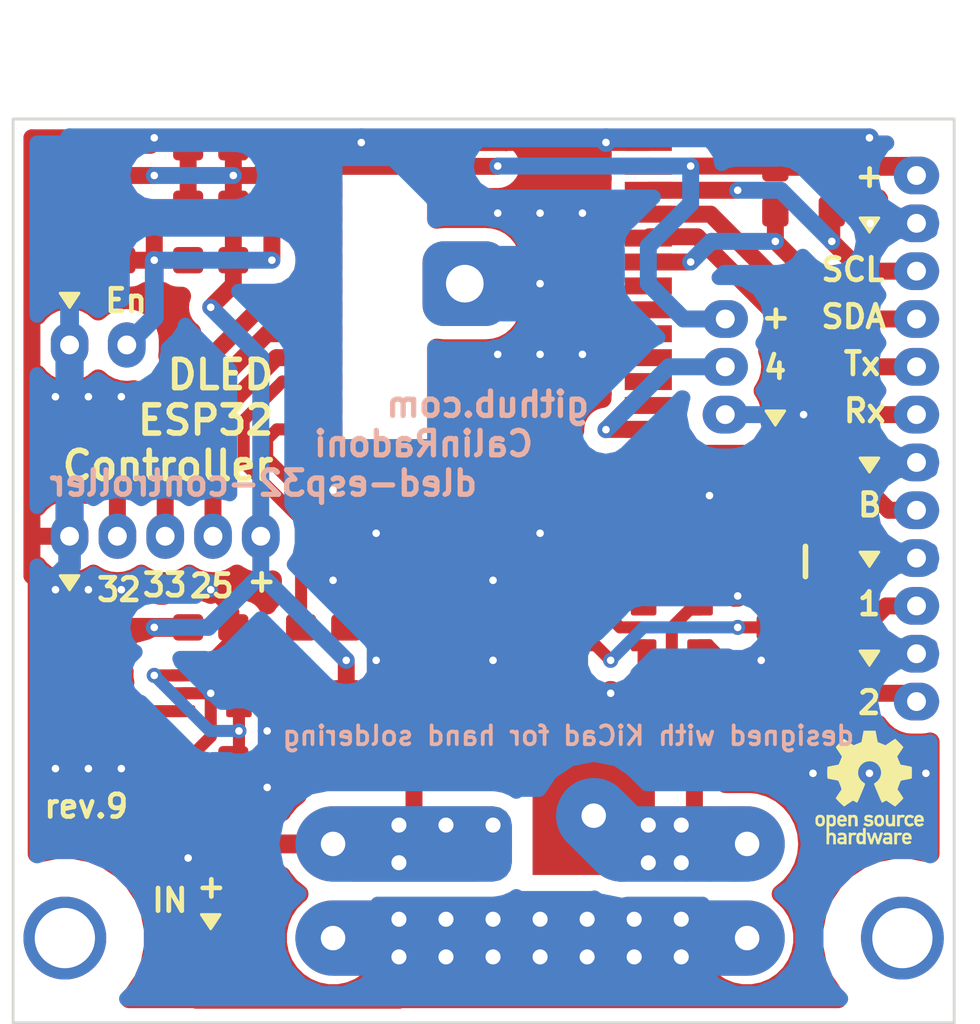
<source format=kicad_pcb>
(kicad_pcb (version 20171130) (host pcbnew 5.0.2+dfsg1-1~bpo9+1)

  (general
    (thickness 1.6)
    (drawings 33)
    (tracks 397)
    (zones 0)
    (modules 40)
    (nets 28)
  )

  (page A4)
  (layers
    (0 F.Cu signal)
    (31 B.Cu signal)
    (32 B.Adhes user)
    (33 F.Adhes user)
    (34 B.Paste user)
    (35 F.Paste user)
    (36 B.SilkS user)
    (37 F.SilkS user)
    (38 B.Mask user)
    (39 F.Mask user)
    (40 Dwgs.User user)
    (41 Cmts.User user)
    (42 Eco1.User user)
    (43 Eco2.User user)
    (44 Edge.Cuts user)
    (45 Margin user)
    (46 B.CrtYd user)
    (47 F.CrtYd user)
    (48 B.Fab user)
    (49 F.Fab user)
  )

  (setup
    (last_trace_width 0.35)
    (user_trace_width 0.35)
    (user_trace_width 0.6)
    (user_trace_width 0.64)
    (user_trace_width 0.9)
    (user_trace_width 1)
    (user_trace_width 1.2)
    (user_trace_width 2)
    (user_trace_width 4)
    (trace_clearance 0.3)
    (zone_clearance 0.7)
    (zone_45_only no)
    (trace_min 0.35)
    (segment_width 0.2)
    (edge_width 0.15)
    (via_size 0.8)
    (via_drill 0.4)
    (via_min_size 0.8)
    (via_min_drill 0.4)
    (user_via 0.8 0.4)
    (user_via 1 0.6)
    (user_via 1.2 0.8)
    (user_via 1.4 1)
    (user_via 1.6 1.2)
    (user_via 3.5 1.3)
    (uvia_size 0.3)
    (uvia_drill 0.1)
    (uvias_allowed no)
    (uvia_min_size 0.2)
    (uvia_min_drill 0.1)
    (pcb_text_width 0.3)
    (pcb_text_size 1.5 1.5)
    (mod_edge_width 0.15)
    (mod_text_size 1 1)
    (mod_text_width 0.15)
    (pad_size 2.4 2)
    (pad_drill 1)
    (pad_to_mask_clearance 0.051)
    (solder_mask_min_width 0.25)
    (aux_axis_origin 0 0)
    (visible_elements 7FFFFFFF)
    (pcbplotparams
      (layerselection 0x010fc_ffffffff)
      (usegerberextensions false)
      (usegerberattributes false)
      (usegerberadvancedattributes false)
      (creategerberjobfile false)
      (excludeedgelayer true)
      (linewidth 0.100000)
      (plotframeref false)
      (viasonmask false)
      (mode 1)
      (useauxorigin false)
      (hpglpennumber 1)
      (hpglpenspeed 20)
      (hpglpendiameter 15.000000)
      (psnegative false)
      (psa4output false)
      (plotreference true)
      (plotvalue true)
      (plotinvisibletext false)
      (padsonsilk false)
      (subtractmaskfromsilk false)
      (outputformat 1)
      (mirror false)
      (drillshape 1)
      (scaleselection 1)
      (outputdirectory ""))
  )

  (net 0 "")
  (net 1 GND)
  (net 2 /Reset)
  (net 3 +3V3)
  (net 4 /Boot)
  (net 5 +5VL)
  (net 6 "Net-(Q1-Pad1)")
  (net 7 "Net-(R6-Pad2)")
  (net 8 /extPwr)
  (net 9 +5V)
  (net 10 "Net-(Q2-PadG)")
  (net 11 /SPSW)
  (net 12 "Net-(D1-PadA)")
  (net 13 /SCL)
  (net 14 /SDA)
  (net 15 /U0TXD)
  (net 16 /U0RXD)
  (net 17 "Net-(R2-Pad2)")
  (net 18 "Net-(R5-Pad2)")
  (net 19 /LEDo2)
  (net 20 /LEDo1)
  (net 21 "Net-(R10-Pad2)")
  (net 22 /LEDc2)
  (net 23 /LEDc1)
  (net 24 /32)
  (net 25 /33)
  (net 26 /25)
  (net 27 /IO4)

  (net_class Default "This is the default net class."
    (clearance 0.3)
    (trace_width 0.35)
    (via_dia 0.8)
    (via_drill 0.4)
    (uvia_dia 0.3)
    (uvia_drill 0.1)
    (diff_pair_gap 0.35)
    (diff_pair_width 0.35)
    (add_net +3V3)
    (add_net +5V)
    (add_net +5VL)
    (add_net /25)
    (add_net /32)
    (add_net /33)
    (add_net /Boot)
    (add_net /IO4)
    (add_net /LEDc1)
    (add_net /LEDc2)
    (add_net /LEDo1)
    (add_net /LEDo2)
    (add_net /Reset)
    (add_net /SCL)
    (add_net /SDA)
    (add_net /SPSW)
    (add_net /U0RXD)
    (add_net /U0TXD)
    (add_net /extPwr)
    (add_net GND)
    (add_net "Net-(D1-PadA)")
    (add_net "Net-(Q1-Pad1)")
    (add_net "Net-(Q2-PadG)")
    (add_net "Net-(R10-Pad2)")
    (add_net "Net-(R2-Pad2)")
    (add_net "Net-(R5-Pad2)")
    (add_net "Net-(R6-Pad2)")
  )

  (module CalinConnectors:Pin_Header_Straight_1x05 (layer F.Cu) (tedit 5C994471) (tstamp 5CA6B0C0)
    (at 28 74.16 90)
    (path /5C9AC777)
    (fp_text reference J6 (at 0 -2.54 90) (layer F.Fab)
      (effects (font (size 1 1) (thickness 0.15)))
    )
    (fp_text value PinsExt (at 2.54 3.81 180) (layer F.Fab)
      (effects (font (size 1 1) (thickness 0.15)))
    )
    (fp_line (start -1.27 -1.27) (end 1.27 -1.27) (layer F.Fab) (width 0.1))
    (fp_line (start 1.27 -1.27) (end 1.27 11.43) (layer F.Fab) (width 0.1))
    (fp_line (start 1.27 11.43) (end -1.27 11.43) (layer F.Fab) (width 0.1))
    (fp_line (start -1.27 11.43) (end -1.27 -1.27) (layer F.Fab) (width 0.1))
    (pad 1 thru_hole oval (at 0 0 90) (size 2.4 2) (drill 1) (layers *.Cu *.Mask)
      (net 1 GND) (zone_connect 0))
    (pad 2 thru_hole oval (at 0 2.54 90) (size 2.4 2) (drill 1) (layers *.Cu *.Mask)
      (net 24 /32))
    (pad 3 thru_hole oval (at 0 5.08 90) (size 2.4 2) (drill 1) (layers *.Cu *.Mask)
      (net 25 /33))
    (pad 4 thru_hole oval (at 0 7.62 90) (size 2.4 2) (drill 1) (layers *.Cu *.Mask)
      (net 26 /25))
    (pad 5 thru_hole oval (at 0 10.16 90) (size 2.4 2) (drill 1) (layers *.Cu *.Mask)
      (net 3 +3V3))
    (model ${KISYS3DMOD}/Connector_PinHeader_2.54mm.3dshapes/PinHeader_1x05_P2.54mm_Vertical.step
      (at (xyz 0 0 0))
      (scale (xyz 1 1 1))
      (rotate (xyz 0 0 0))
    )
  )

  (module CalinGeneric:C0805HS (layer F.Cu) (tedit 5C321E50) (tstamp 5C84CB1C)
    (at 66.5 72)
    (path /5B37F59B)
    (attr smd)
    (fp_text reference C4 (at 0 2) (layer F.Fab)
      (effects (font (size 1 1) (thickness 0.15)))
    )
    (fp_text value 100nF (at 0 -2) (layer F.Fab)
      (effects (font (size 1 1) (thickness 0.15)))
    )
    (pad 2 smd roundrect (at 1.2 0) (size 1.6 1.4) (layers F.Cu F.Paste F.Mask) (roundrect_rratio 0.1785)
      (net 1 GND))
    (pad 1 smd roundrect (at -1.2 0) (size 1.6 1.4) (layers F.Cu F.Paste F.Mask) (roundrect_rratio 0.1785)
      (net 4 /Boot))
    (model ${KISYS3DMOD}/Capacitor_SMD.3dshapes/C_0805_2012Metric.step
      (at (xyz 0 0 0))
      (scale (xyz 1 1 1))
      (rotate (xyz 0 0 0))
    )
  )

  (module CalinGeneric:R0805HS (layer F.Cu) (tedit 5C321E79) (tstamp 5C9B719D)
    (at 41.5 86 180)
    (path /5C88E59D)
    (attr smd)
    (fp_text reference R7 (at 0 2 180) (layer F.Fab)
      (effects (font (size 1 1) (thickness 0.15)))
    )
    (fp_text value "100k 1%" (at 0 -2 180) (layer F.Fab)
      (effects (font (size 1 1) (thickness 0.15)))
    )
    (pad 2 smd roundrect (at 1.2 0 180) (size 1.6 1.4) (layers F.Cu F.Paste F.Mask) (roundrect_rratio 0.1785)
      (net 7 "Net-(R6-Pad2)"))
    (pad 1 smd roundrect (at -1.2 0 180) (size 1.6 1.4) (layers F.Cu F.Paste F.Mask) (roundrect_rratio 0.1785)
      (net 1 GND))
    (model ${KISYS3DMOD}/Resistor_SMD.3dshapes/R_0805_2012Metric.step
      (at (xyz 0 0 0))
      (scale (xyz 1 1 1))
      (rotate (xyz 0 0 0))
    )
  )

  (module CalinGeneric:R0805HS (layer F.Cu) (tedit 5C321E79) (tstamp 5C9B9489)
    (at 66.5 79 180)
    (path /5B395EDC)
    (attr smd)
    (fp_text reference R5 (at 0 2 180) (layer F.Fab)
      (effects (font (size 1 1) (thickness 0.15)))
    )
    (fp_text value 330 (at 0 -2 180) (layer F.Fab)
      (effects (font (size 1 1) (thickness 0.15)))
    )
    (pad 2 smd roundrect (at 1.2 0 180) (size 1.6 1.4) (layers F.Cu F.Paste F.Mask) (roundrect_rratio 0.1785)
      (net 18 "Net-(R5-Pad2)"))
    (pad 1 smd roundrect (at -1.2 0 180) (size 1.6 1.4) (layers F.Cu F.Paste F.Mask) (roundrect_rratio 0.1785)
      (net 20 /LEDo1))
    (model ${KISYS3DMOD}/Resistor_SMD.3dshapes/R_0805_2012Metric.step
      (at (xyz 0 0 0))
      (scale (xyz 1 1 1))
      (rotate (xyz 0 0 0))
    )
  )

  (module CalinGeneric:C0805HS (layer F.Cu) (tedit 5C321E50) (tstamp 5C9C83C4)
    (at 53.5 82.5 180)
    (path /5B396140)
    (attr smd)
    (fp_text reference C5 (at 0 2 180) (layer F.Fab)
      (effects (font (size 1 1) (thickness 0.15)))
    )
    (fp_text value 100nF (at 0 -2 180) (layer F.Fab)
      (effects (font (size 1 1) (thickness 0.15)))
    )
    (pad 2 smd roundrect (at 1.2 0 180) (size 1.6 1.4) (layers F.Cu F.Paste F.Mask) (roundrect_rratio 0.1785)
      (net 1 GND))
    (pad 1 smd roundrect (at -1.2 0 180) (size 1.6 1.4) (layers F.Cu F.Paste F.Mask) (roundrect_rratio 0.1785)
      (net 5 +5VL))
    (model ${KISYS3DMOD}/Capacitor_SMD.3dshapes/C_0805_2012Metric.step
      (at (xyz 0 0 0))
      (scale (xyz 1 1 1))
      (rotate (xyz 0 0 0))
    )
  )

  (module CalinConnectors:DG301-5-2 (layer F.Cu) (tedit 5C9111F2) (tstamp 5C9B717E)
    (at 42 93 270)
    (path /5C89A7DD)
    (fp_text reference J9 (at 0 1.8 270) (layer F.Fab)
      (effects (font (size 1 1) (thickness 0.15)))
    )
    (fp_text value Power5V (at 0 -1.9 270) (layer F.Fab)
      (effects (font (size 1 1) (thickness 0.15)))
    )
    (fp_line (start 5 2.5) (end -5 2.5) (layer F.Fab) (width 0.15))
    (fp_line (start 5 -2.8) (end -5 -2.8) (layer F.Fab) (width 0.15))
    (fp_circle (center -2.5 -3.6) (end -2.1 -3.6) (layer F.Fab) (width 0.15))
    (fp_circle (center 2.5 -3.6) (end 2.9 -3.6) (layer F.Fab) (width 0.15))
    (fp_line (start -5 3.1) (end -5 -4.5) (layer F.Fab) (width 0.15))
    (fp_line (start -5 -4.5) (end 5 -4.5) (layer F.Fab) (width 0.15))
    (fp_line (start 5 -4.5) (end 5 3.1) (layer F.Fab) (width 0.15))
    (fp_line (start 5 3.1) (end -5 3.1) (layer F.Fab) (width 0.15))
    (pad 1 thru_hole circle (at -2.5 0 270) (size 3.5 3.5) (drill 1.3) (layers *.Cu *.Mask)
      (net 9 +5V))
    (pad 2 thru_hole circle (at 2.5 0 270) (size 3.5 3.5) (drill 1.3) (layers *.Cu *.Mask)
      (net 1 GND) (zone_connect 0))
    (model Terminal_Blocks.3dshapes/TerminalBlock_Pheonix_MKDS1.5-2pol.wrl
      (at (xyz 0 0 0))
      (scale (xyz 1 0.85 1))
      (rotate (xyz 0 0 0))
    )
  )

  (module CalinGeneric:ESP-WROOM-32-HandSolder (layer F.Cu) (tedit 5C914680) (tstamp 5C2BB843)
    (at 50 61.5)
    (tags "ESP, WROOM-32, WROOM-32D, WROOM-32U")
    (path /59D55783)
    (fp_text reference U1 (at -5.5 -12.245) (layer F.Fab)
      (effects (font (size 1 1) (thickness 0.15)))
    )
    (fp_text value ESP-WROOM-32 (at 0 -10.745 180) (layer F.Fab)
      (effects (font (size 1 1) (thickness 0.15)))
    )
    (fp_line (start -9 -15.745) (end -9 9.755) (layer F.Fab) (width 0.15))
    (fp_line (start 9 -15.745) (end -9 -15.745) (layer F.Fab) (width 0.15))
    (fp_line (start 9 9.755) (end 9 -15.745) (layer F.Fab) (width 0.15))
    (fp_line (start -9 9.755) (end 9 9.755) (layer F.Fab) (width 0.15))
    (fp_line (start -9 -9.445) (end 9 -9.445) (layer F.Fab) (width 0.15))
    (fp_line (start 4.8 -14.245) (end 4.8 -10.245) (layer F.Fab) (width 0.3))
    (fp_line (start 2.4 -14.245) (end 7.2 -14.245) (layer F.Fab) (width 0.3))
    (fp_line (start 2.4 -12.245) (end 2.4 -14.245) (layer F.Fab) (width 0.3))
    (fp_line (start 0 -12.245) (end 2.4 -12.245) (layer F.Fab) (width 0.3))
    (fp_line (start 0 -14.245) (end 0 -12.245) (layer F.Fab) (width 0.3))
    (fp_line (start -2.4 -14.245) (end 0 -14.245) (layer F.Fab) (width 0.3))
    (fp_line (start -2.4 -12.245) (end -2.4 -14.245) (layer F.Fab) (width 0.3))
    (fp_line (start -4.8 -12.245) (end -2.4 -12.245) (layer F.Fab) (width 0.3))
    (fp_line (start -4.8 -14.245) (end -4.8 -12.245) (layer F.Fab) (width 0.3))
    (fp_line (start -7.2 -14.245) (end -4.8 -14.245) (layer F.Fab) (width 0.3))
    (fp_line (start -7.2 -11.245) (end -7.2 -14.245) (layer F.Fab) (width 0.3))
    (fp_line (start 7.2 -14.245) (end 7.2 -10.245) (layer F.Fab) (width 0.3))
    (fp_line (start -3.5 -3.255) (end -3.5 1.745) (layer F.Fab) (width 0.1))
    (fp_line (start 1.5 -3.255) (end 1.5 1.745) (layer F.Fab) (width 0.1))
    (fp_line (start -3.5 -3.255) (end 1.5 -3.255) (layer F.Fab) (width 0.1))
    (fp_line (start 1.5 1.745) (end -3.5 1.745) (layer F.Fab) (width 0.1))
    (pad 38 smd rect (at 8.75 -8.255) (size 2.5 0.9) (layers F.Cu F.Paste F.Mask)
      (net 1 GND))
    (pad 37 smd rect (at 8.75 -6.985) (size 2.5 0.9) (layers F.Cu F.Paste F.Mask))
    (pad 36 smd rect (at 8.75 -5.715) (size 2.5 0.9) (layers F.Cu F.Paste F.Mask)
      (net 13 /SCL))
    (pad 35 smd rect (at 8.75 -4.445) (size 2.5 0.9) (layers F.Cu F.Paste F.Mask)
      (net 15 /U0TXD))
    (pad 34 smd rect (at 8.75 -3.175) (size 2.5 0.9) (layers F.Cu F.Paste F.Mask)
      (net 16 /U0RXD))
    (pad 33 smd rect (at 8.75 -1.905) (size 2.5 0.9) (layers F.Cu F.Paste F.Mask)
      (net 14 /SDA))
    (pad 32 smd rect (at 8.75 -0.635) (size 2.5 0.9) (layers F.Cu F.Paste F.Mask))
    (pad 31 smd rect (at 8.75 0.635) (size 2.5 0.9) (layers F.Cu F.Paste F.Mask))
    (pad 30 smd rect (at 8.75 1.905) (size 2.5 0.9) (layers F.Cu F.Paste F.Mask))
    (pad 29 smd rect (at 8.75 3.175) (size 2.5 0.9) (layers F.Cu F.Paste F.Mask))
    (pad 28 smd rect (at 8.75 4.445) (size 2.5 0.9) (layers F.Cu F.Paste F.Mask))
    (pad 27 smd rect (at 8.75 5.715) (size 2.5 0.9) (layers F.Cu F.Paste F.Mask))
    (pad 26 smd rect (at 8.75 6.985) (size 2.5 0.9) (layers F.Cu F.Paste F.Mask)
      (net 27 /IO4))
    (pad 25 smd rect (at 8.75 8.255) (size 2.5 0.9) (layers F.Cu F.Paste F.Mask)
      (net 4 /Boot))
    (pad 24 smd rect (at 5.72 9.505 90) (size 2.5 0.9) (layers F.Cu F.Paste F.Mask)
      (net 17 "Net-(R2-Pad2)"))
    (pad 23 smd rect (at 4.45 9.505 90) (size 2.5 0.9) (layers F.Cu F.Paste F.Mask))
    (pad 22 smd rect (at 3.18 9.505 90) (size 2.5 0.9) (layers F.Cu F.Paste F.Mask))
    (pad 21 smd rect (at 1.91 9.505 90) (size 2.5 0.9) (layers F.Cu F.Paste F.Mask))
    (pad 20 smd rect (at 0.64 9.505 90) (size 2.5 0.9) (layers F.Cu F.Paste F.Mask))
    (pad 19 smd rect (at -0.63 9.505 90) (size 2.5 0.9) (layers F.Cu F.Paste F.Mask))
    (pad 18 smd rect (at -1.9 9.505 90) (size 2.5 0.9) (layers F.Cu F.Paste F.Mask))
    (pad 17 smd rect (at -3.17 9.505 90) (size 2.5 0.9) (layers F.Cu F.Paste F.Mask))
    (pad 16 smd rect (at -4.44 9.505 90) (size 2.5 0.9) (layers F.Cu F.Paste F.Mask)
      (net 22 /LEDc2))
    (pad 15 smd rect (at -5.71 9.505 90) (size 2.5 0.9) (layers F.Cu F.Paste F.Mask)
      (net 1 GND))
    (pad 14 smd rect (at -8.75 8.255) (size 2.5 0.9) (layers F.Cu F.Paste F.Mask))
    (pad 13 smd rect (at -8.75 6.985) (size 2.5 0.9) (layers F.Cu F.Paste F.Mask)
      (net 23 /LEDc1))
    (pad 12 smd rect (at -8.75 5.715) (size 2.5 0.9) (layers F.Cu F.Paste F.Mask))
    (pad 11 smd rect (at -8.75 4.445) (size 2.5 0.9) (layers F.Cu F.Paste F.Mask)
      (net 8 /extPwr))
    (pad 10 smd rect (at -8.75 3.175) (size 2.5 0.9) (layers F.Cu F.Paste F.Mask)
      (net 26 /25))
    (pad 9 smd rect (at -8.75 1.905) (size 2.5 0.9) (layers F.Cu F.Paste F.Mask)
      (net 25 /33))
    (pad 8 smd rect (at -8.75 0.635) (size 2.5 0.9) (layers F.Cu F.Paste F.Mask)
      (net 24 /32))
    (pad 7 smd rect (at -8.75 -0.635) (size 2.5 0.9) (layers F.Cu F.Paste F.Mask))
    (pad 6 smd rect (at -8.75 -1.905) (size 2.5 0.9) (layers F.Cu F.Paste F.Mask))
    (pad 5 smd rect (at -8.75 -3.175) (size 2.5 0.9) (layers F.Cu F.Paste F.Mask))
    (pad 4 smd rect (at -8.75 -4.445) (size 2.5 0.9) (layers F.Cu F.Paste F.Mask))
    (pad 3 smd rect (at -8.75 -5.715) (size 2.5 0.9) (layers F.Cu F.Paste F.Mask)
      (net 2 /Reset))
    (pad 2 smd rect (at -8.75 -6.985) (size 2.5 0.9) (layers F.Cu F.Paste F.Mask)
      (net 3 +3V3))
    (pad 1 smd rect (at -8.75 -8.255) (size 2.5 0.9) (layers F.Cu F.Paste F.Mask)
      (net 1 GND))
    (pad 39 thru_hole roundrect (at -1 -0.755) (size 4.5 4.5) (drill 2) (layers *.Cu *.Mask) (roundrect_rratio 0.25)
      (net 1 GND) (zone_connect 0))
    (model ${KISYS3DMOD}/RF_Module.3dshapes/ESP32-WROOM-32.wrl
      (at (xyz 0 0 0))
      (scale (xyz 1 1 1))
      (rotate (xyz 0 0 0))
    )
  )

  (module CalinGeneric:C0805HS (layer F.Cu) (tedit 5C321E50) (tstamp 5C9B7065)
    (at 35.5 89 180)
    (path /5C0ACF90)
    (attr smd)
    (fp_text reference C6 (at 0 2 180) (layer F.Fab)
      (effects (font (size 1 1) (thickness 0.15)))
    )
    (fp_text value 100nF (at 0 -2 180) (layer F.Fab)
      (effects (font (size 1 1) (thickness 0.15)))
    )
    (pad 2 smd roundrect (at 1.2 0 180) (size 1.6 1.4) (layers F.Cu F.Paste F.Mask) (roundrect_rratio 0.1785)
      (net 1 GND))
    (pad 1 smd roundrect (at -1.2 0 180) (size 1.6 1.4) (layers F.Cu F.Paste F.Mask) (roundrect_rratio 0.1785)
      (net 9 +5V))
    (model ${KISYS3DMOD}/Capacitor_SMD.3dshapes/C_0805_2012Metric.step
      (at (xyz 0 0 0))
      (scale (xyz 1 1 1))
      (rotate (xyz 0 0 0))
    )
  )

  (module CalinGeneric:SOT-23-5-HS (layer F.Cu) (tedit 5C8EAB6F) (tstamp 5C9B7095)
    (at 35.5 82.5)
    (path /5C88DF8D)
    (attr smd)
    (fp_text reference U3 (at 0 2.25) (layer F.Fab)
      (effects (font (size 1 1) (thickness 0.15)))
    )
    (fp_text value TLV62569DBV (at 0 -2) (layer F.Fab)
      (effects (font (size 1 1) (thickness 0.15)))
    )
    (pad 5 smd roundrect (at 1.5 -0.95) (size 1.36 0.64) (layers F.Cu F.Paste F.Mask) (roundrect_rratio 0.2)
      (net 7 "Net-(R6-Pad2)"))
    (pad 4 smd roundrect (at 1.5 0.95) (size 1.36 0.64) (layers F.Cu F.Paste F.Mask) (roundrect_rratio 0.2)
      (net 9 +5V))
    (pad 3 smd roundrect (at -1.5 0.95) (size 1.36 0.64) (layers F.Cu F.Paste F.Mask) (roundrect_rratio 0.2)
      (net 11 /SPSW))
    (pad 2 smd roundrect (at -1.5 0) (size 1.36 0.64) (layers F.Cu F.Paste F.Mask) (roundrect_rratio 0.2)
      (net 1 GND))
    (pad 1 smd roundrect (at -1.5 -0.95) (size 1.36 0.64) (layers F.Cu F.Paste F.Mask) (roundrect_rratio 0.2)
      (net 9 +5V))
    (model ${KISYS3DMOD}/Package_TO_SOT_SMD.3dshapes/SOT-23-5.step
      (at (xyz 0 0 0))
      (scale (xyz 1 1 1))
      (rotate (xyz 0 0 0))
    )
  )

  (module CalinGeneric:C0805HS (layer F.Cu) (tedit 5C321E50) (tstamp 5C9B710A)
    (at 35.5 86 180)
    (path /5B38A59D)
    (attr smd)
    (fp_text reference C7 (at 0 2 180) (layer F.Fab)
      (effects (font (size 1 1) (thickness 0.15)))
    )
    (fp_text value 10uF (at 0 -2 180) (layer F.Fab)
      (effects (font (size 1 1) (thickness 0.15)))
    )
    (pad 2 smd roundrect (at 1.2 0 180) (size 1.6 1.4) (layers F.Cu F.Paste F.Mask) (roundrect_rratio 0.1785)
      (net 1 GND))
    (pad 1 smd roundrect (at -1.2 0 180) (size 1.6 1.4) (layers F.Cu F.Paste F.Mask) (roundrect_rratio 0.1785)
      (net 9 +5V))
    (model ${KISYS3DMOD}/Capacitor_SMD.3dshapes/C_0805_2012Metric.step
      (at (xyz 0 0 0))
      (scale (xyz 1 1 1))
      (rotate (xyz 0 0 0))
    )
  )

  (module CalinGeneric:C0805HS (layer F.Cu) (tedit 5C321E50) (tstamp 5C9D903E)
    (at 29.5 59.5 180)
    (path /5B37F25F)
    (attr smd)
    (fp_text reference C1 (at 0 2 180) (layer F.Fab)
      (effects (font (size 1 1) (thickness 0.15)))
    )
    (fp_text value 100nF (at 0 -2 180) (layer F.Fab)
      (effects (font (size 1 1) (thickness 0.15)))
    )
    (pad 2 smd roundrect (at 1.2 0 180) (size 1.6 1.4) (layers F.Cu F.Paste F.Mask) (roundrect_rratio 0.1785)
      (net 1 GND))
    (pad 1 smd roundrect (at -1.2 0 180) (size 1.6 1.4) (layers F.Cu F.Paste F.Mask) (roundrect_rratio 0.1785)
      (net 2 /Reset))
    (model ${KISYS3DMOD}/Capacitor_SMD.3dshapes/C_0805_2012Metric.step
      (at (xyz 0 0 0))
      (scale (xyz 1 1 1))
      (rotate (xyz 0 0 0))
    )
  )

  (module CalinGeneric:C0805HS (layer F.Cu) (tedit 5C321E50) (tstamp 5C2BB757)
    (at 35.5 56.5 180)
    (path /5B37F1B6)
    (attr smd)
    (fp_text reference C2 (at 0 2 180) (layer F.Fab)
      (effects (font (size 1 1) (thickness 0.15)))
    )
    (fp_text value 100nF (at 0 -2 180) (layer F.Fab)
      (effects (font (size 1 1) (thickness 0.15)))
    )
    (pad 2 smd roundrect (at 1.2 0 180) (size 1.6 1.4) (layers F.Cu F.Paste F.Mask) (roundrect_rratio 0.1785)
      (net 1 GND))
    (pad 1 smd roundrect (at -1.2 0 180) (size 1.6 1.4) (layers F.Cu F.Paste F.Mask) (roundrect_rratio 0.1785)
      (net 3 +3V3))
    (model ${KISYS3DMOD}/Capacitor_SMD.3dshapes/C_0805_2012Metric.step
      (at (xyz 0 0 0))
      (scale (xyz 1 1 1))
      (rotate (xyz 0 0 0))
    )
  )

  (module CalinGeneric:C0805HS (layer F.Cu) (tedit 5C321E50) (tstamp 5C9164A8)
    (at 35.5 53.5 180)
    (path /5B37F1EF)
    (attr smd)
    (fp_text reference C3 (at -2.75 -0.75 180) (layer F.Fab)
      (effects (font (size 1 1) (thickness 0.15)))
    )
    (fp_text value 10uF (at 0 -2 180) (layer F.Fab)
      (effects (font (size 1 1) (thickness 0.15)))
    )
    (pad 2 smd roundrect (at 1.2 0 180) (size 1.6 1.4) (layers F.Cu F.Paste F.Mask) (roundrect_rratio 0.1785)
      (net 1 GND))
    (pad 1 smd roundrect (at -1.2 0 180) (size 1.6 1.4) (layers F.Cu F.Paste F.Mask) (roundrect_rratio 0.1785)
      (net 3 +3V3))
    (model ${KISYS3DMOD}/Capacitor_SMD.3dshapes/C_0805_2012Metric.step
      (at (xyz 0 0 0))
      (scale (xyz 1 1 1))
      (rotate (xyz 0 0 0))
    )
  )

  (module CalinGeneric:C0805HS (layer F.Cu) (tedit 5C8433C5) (tstamp 5C9B7083)
    (at 35.5 79)
    (path /5B38A61E)
    (attr smd)
    (fp_text reference C8 (at 0 2) (layer F.Fab)
      (effects (font (size 1 1) (thickness 0.15)))
    )
    (fp_text value "22uF 1mOhm" (at 0 -2) (layer F.Fab)
      (effects (font (size 1 1) (thickness 0.15)))
    )
    (pad 2 smd roundrect (at 1.2 0) (size 1.6 1.4) (layers F.Cu F.Paste F.Mask) (roundrect_rratio 0.1785)
      (net 1 GND))
    (pad 1 smd roundrect (at -1.2 0) (size 1.6 1.4) (layers F.Cu F.Paste F.Mask) (roundrect_rratio 0.1785)
      (net 3 +3V3))
    (model ${KISYS3DMOD}/Capacitor_SMD.3dshapes/C_0805_2012Metric.step
      (at (xyz 0 0 0))
      (scale (xyz 1 1 1))
      (rotate (xyz 0 0 0))
    )
  )

  (module CalinGeneric:HoleNPT-M3 (layer F.Cu) (tedit 5C91450E) (tstamp 5C9B702B)
    (at 27.75 95.5)
    (path /5C169D3F)
    (fp_text reference H1 (at 0 0.5) (layer F.Fab) hide
      (effects (font (size 1 1) (thickness 0.15)))
    )
    (fp_text value Hole (at 0 -0.5) (layer F.Fab) hide
      (effects (font (size 1 1) (thickness 0.15)))
    )
    (pad "" np_thru_hole circle (at 0 0) (size 4.4 4.4) (drill 3.2) (layers *.Cu *.Mask)
      (clearance 2))
  )

  (module CalinGeneric:HoleNPT-M3 (layer F.Cu) (tedit 5C914523) (tstamp 5C9B701F)
    (at 72.25 95.5)
    (path /5C169F65)
    (fp_text reference H2 (at 0 0.5) (layer F.Fab) hide
      (effects (font (size 1 1) (thickness 0.15)))
    )
    (fp_text value Hole (at 0 -0.5) (layer F.Fab) hide
      (effects (font (size 1 1) (thickness 0.15)))
    )
    (pad "" np_thru_hole circle (at 0 0) (size 4.4 4.4) (drill 3.2) (layers *.Cu *.Mask)
      (clearance 2))
  )

  (module CalinOLD:TO-252 (layer F.Cu) (tedit 5C117D85) (tstamp 5C9B70CA)
    (at 53.5 89 270)
    (path /5C0D5DC9)
    (fp_text reference Q1 (at -4 0) (layer F.Fab)
      (effects (font (size 1 1) (thickness 0.15)))
    )
    (fp_text value STD46P4LLF6 (at 4.1 0) (layer F.Fab)
      (effects (font (size 1 1) (thickness 0.15)))
    )
    (fp_line (start -2.7 -4.2) (end 2.7 -4.2) (layer F.Fab) (width 0.15))
    (fp_line (start 2.7 -4.2) (end 2.7 -3.4) (layer F.Fab) (width 0.15))
    (fp_line (start -2.7 -4.2) (end -2.7 -3.4) (layer F.Fab) (width 0.15))
    (fp_line (start -3.3 -3.4) (end -3.3 2.7) (layer F.Fab) (width 0.15))
    (fp_line (start 3.3 -3.4) (end -3.3 -3.4) (layer F.Fab) (width 0.15))
    (fp_line (start 3.3 2.7) (end 3.3 -3.4) (layer F.Fab) (width 0.15))
    (fp_line (start -3.3 2.7) (end 3.3 2.7) (layer F.Fab) (width 0.15))
    (fp_line (start -2.75 5.6) (end -2.75 2.8) (layer F.Fab) (width 0.15))
    (fp_line (start -1.85 5.6) (end -2.75 5.6) (layer F.Fab) (width 0.15))
    (fp_line (start -1.85 2.8) (end -1.85 5.6) (layer F.Fab) (width 0.15))
    (fp_line (start 2.75 2.8) (end 2.75 5.6) (layer F.Fab) (width 0.15))
    (fp_line (start 1.85 5.6) (end 1.85 2.8) (layer F.Fab) (width 0.15))
    (fp_line (start 1.85 5.6) (end 2.75 5.6) (layer F.Fab) (width 0.15))
    (pad 3 smd rect (at 2.3 4.4 270) (size 1.7 3.4) (layers F.Cu F.Paste F.Mask)
      (net 9 +5V))
    (pad 2 smd rect (at 0 -2.35 270) (size 6.3 6.5) (layers F.Cu F.Paste F.Mask)
      (net 5 +5VL))
    (pad 1 smd rect (at -2.3 4.4 270) (size 1.7 3.4) (layers F.Cu F.Paste F.Mask)
      (net 6 "Net-(Q1-Pad1)"))
    (model ${KISYS3DMOD}/Package_TO_SOT_SMD.3dshapes/TO-252-2.step
      (at (xyz 0 0 0))
      (scale (xyz 1 1 1))
      (rotate (xyz 0 0 -90))
    )
  )

  (module CalinGeneric:SOT-23-GSD-HS (layer F.Cu) (tedit 5C2881BD) (tstamp 5C9B70F6)
    (at 47.5 79)
    (path /5C0ADB08)
    (attr smd)
    (fp_text reference Q2 (at 0 2.25) (layer F.Fab)
      (effects (font (size 1 1) (thickness 0.15)))
    )
    (fp_text value IRLML2502 (at 0 -2.25) (layer F.Fab)
      (effects (font (size 1 1) (thickness 0.15)))
    )
    (pad D smd roundrect (at 1.2 0) (size 1.4 1) (layers F.Cu F.Paste F.Mask) (roundrect_rratio 0.2)
      (net 6 "Net-(Q1-Pad1)"))
    (pad S smd roundrect (at -1.2 0.95) (size 1.4 1) (layers F.Cu F.Paste F.Mask) (roundrect_rratio 0.2)
      (net 1 GND))
    (pad G smd roundrect (at -1.2 -0.95) (size 1.4 1) (layers F.Cu F.Paste F.Mask) (roundrect_rratio 0.2)
      (net 10 "Net-(Q2-PadG)"))
    (model ${KISYS3DMOD}/Package_TO_SOT_SMD.3dshapes/SOT-23.step
      (at (xyz 0 0 0))
      (scale (xyz 1 1 1))
      (rotate (xyz 0 0 0))
    )
  )

  (module CalinGeneric:R0805HS (layer F.Cu) (tedit 5C321E79) (tstamp 5C9161EC)
    (at 35.5 59.5 180)
    (path /5B37F0CB)
    (attr smd)
    (fp_text reference R1 (at 0 2 180) (layer F.Fab)
      (effects (font (size 1 1) (thickness 0.15)))
    )
    (fp_text value 10k (at 0 -2 180) (layer F.Fab)
      (effects (font (size 1 1) (thickness 0.15)))
    )
    (pad 2 smd roundrect (at 1.2 0 180) (size 1.6 1.4) (layers F.Cu F.Paste F.Mask) (roundrect_rratio 0.1785)
      (net 2 /Reset))
    (pad 1 smd roundrect (at -1.2 0 180) (size 1.6 1.4) (layers F.Cu F.Paste F.Mask) (roundrect_rratio 0.1785)
      (net 3 +3V3))
    (model ${KISYS3DMOD}/Resistor_SMD.3dshapes/R_0805_2012Metric.step
      (at (xyz 0 0 0))
      (scale (xyz 1 1 1))
      (rotate (xyz 0 0 0))
    )
  )

  (module CalinGeneric:R0805HS (layer F.Cu) (tedit 5C321E79) (tstamp 5C84CD46)
    (at 68.5 55.715 90)
    (path /5C817FDD)
    (attr smd)
    (fp_text reference R4 (at 0 2 90) (layer F.Fab)
      (effects (font (size 1 1) (thickness 0.15)))
    )
    (fp_text value 2K2 (at 0 -2 90) (layer F.Fab)
      (effects (font (size 1 1) (thickness 0.15)))
    )
    (pad 2 smd roundrect (at 1.2 0 90) (size 1.6 1.4) (layers F.Cu F.Paste F.Mask) (roundrect_rratio 0.1785)
      (net 3 +3V3))
    (pad 1 smd roundrect (at -1.2 0 90) (size 1.6 1.4) (layers F.Cu F.Paste F.Mask) (roundrect_rratio 0.1785)
      (net 13 /SCL))
    (model ${KISYS3DMOD}/Resistor_SMD.3dshapes/R_0805_2012Metric.step
      (at (xyz 0 0 0))
      (scale (xyz 1 1 1))
      (rotate (xyz 0 0 0))
    )
  )

  (module CalinGeneric:R0805HS (layer F.Cu) (tedit 5C321E79) (tstamp 5C9B7074)
    (at 41.5 82.5 180)
    (path /5C88E708)
    (attr smd)
    (fp_text reference R6 (at 0 2 180) (layer F.Fab)
      (effects (font (size 1 1) (thickness 0.15)))
    )
    (fp_text value "442k 1%" (at 0 -2 180) (layer F.Fab)
      (effects (font (size 1 1) (thickness 0.15)))
    )
    (pad 2 smd roundrect (at 1.2 0 180) (size 1.6 1.4) (layers F.Cu F.Paste F.Mask) (roundrect_rratio 0.1785)
      (net 7 "Net-(R6-Pad2)"))
    (pad 1 smd roundrect (at -1.2 0 180) (size 1.6 1.4) (layers F.Cu F.Paste F.Mask) (roundrect_rratio 0.1785)
      (net 3 +3V3))
    (model ${KISYS3DMOD}/Resistor_SMD.3dshapes/R_0805_2012Metric.step
      (at (xyz 0 0 0))
      (scale (xyz 1 1 1))
      (rotate (xyz 0 0 0))
    )
  )

  (module CalinGeneric:R0805HS (layer F.Cu) (tedit 5C321E79) (tstamp 5C2BEED7)
    (at 47.5 82.5)
    (path /5C0AD7E0)
    (attr smd)
    (fp_text reference R8 (at 0 2) (layer F.Fab)
      (effects (font (size 1 1) (thickness 0.15)))
    )
    (fp_text value 10K (at 0 -2) (layer F.Fab)
      (effects (font (size 1 1) (thickness 0.15)))
    )
    (pad 2 smd roundrect (at 1.2 0) (size 1.6 1.4) (layers F.Cu F.Paste F.Mask) (roundrect_rratio 0.1785)
      (net 6 "Net-(Q1-Pad1)"))
    (pad 1 smd roundrect (at -1.2 0) (size 1.6 1.4) (layers F.Cu F.Paste F.Mask) (roundrect_rratio 0.1785)
      (net 9 +5V))
    (model ${KISYS3DMOD}/Resistor_SMD.3dshapes/R_0805_2012Metric.step
      (at (xyz 0 0 0))
      (scale (xyz 1 1 1))
      (rotate (xyz 0 0 0))
    )
  )

  (module Symbol:OSHW-Logo_5.7x6mm_SilkScreen (layer F.Cu) (tedit 0) (tstamp 5C9CD3B9)
    (at 70.5 87.5)
    (descr "Open Source Hardware Logo")
    (tags "Logo OSHW")
    (path /5C356414)
    (attr virtual)
    (fp_text reference SYM1 (at 0 0) (layer F.SilkS) hide
      (effects (font (size 1 1) (thickness 0.15)))
    )
    (fp_text value "Open Source Hardware" (at 0.75 0) (layer F.Fab) hide
      (effects (font (size 1 1) (thickness 0.15)))
    )
    (fp_poly (pts (xy -1.908759 1.469184) (xy -1.882247 1.482282) (xy -1.849553 1.505106) (xy -1.825725 1.529996)
      (xy -1.809406 1.561249) (xy -1.79924 1.603166) (xy -1.793872 1.660044) (xy -1.791944 1.736184)
      (xy -1.791831 1.768917) (xy -1.792161 1.840656) (xy -1.793527 1.891927) (xy -1.7965 1.927404)
      (xy -1.801649 1.951763) (xy -1.809543 1.96968) (xy -1.817757 1.981902) (xy -1.870187 2.033905)
      (xy -1.93193 2.065184) (xy -1.998536 2.074592) (xy -2.065558 2.06098) (xy -2.086792 2.051354)
      (xy -2.137624 2.024859) (xy -2.137624 2.440052) (xy -2.100525 2.420868) (xy -2.051643 2.406025)
      (xy -1.991561 2.402222) (xy -1.931564 2.409243) (xy -1.886256 2.425013) (xy -1.848675 2.455047)
      (xy -1.816564 2.498024) (xy -1.81415 2.502436) (xy -1.803967 2.523221) (xy -1.79653 2.54417)
      (xy -1.791411 2.569548) (xy -1.788181 2.603618) (xy -1.786413 2.650641) (xy -1.785677 2.714882)
      (xy -1.785544 2.787176) (xy -1.785544 3.017822) (xy -1.923861 3.017822) (xy -1.923861 2.592533)
      (xy -1.962549 2.559979) (xy -2.002738 2.53394) (xy -2.040797 2.529205) (xy -2.079066 2.541389)
      (xy -2.099462 2.55332) (xy -2.114642 2.570313) (xy -2.125438 2.595995) (xy -2.132683 2.633991)
      (xy -2.137208 2.687926) (xy -2.139844 2.761425) (xy -2.140772 2.810347) (xy -2.143911 3.011535)
      (xy -2.209926 3.015336) (xy -2.27594 3.019136) (xy -2.27594 1.77065) (xy -2.137624 1.77065)
      (xy -2.134097 1.840254) (xy -2.122215 1.888569) (xy -2.10002 1.918631) (xy -2.065559 1.933471)
      (xy -2.030742 1.936436) (xy -1.991329 1.933028) (xy -1.965171 1.919617) (xy -1.948814 1.901896)
      (xy -1.935937 1.882835) (xy -1.928272 1.861601) (xy -1.924861 1.831849) (xy -1.924749 1.787236)
      (xy -1.925897 1.74988) (xy -1.928532 1.693604) (xy -1.932456 1.656658) (xy -1.939063 1.633223)
      (xy -1.949749 1.61748) (xy -1.959833 1.60838) (xy -2.00197 1.588537) (xy -2.05184 1.585332)
      (xy -2.080476 1.592168) (xy -2.108828 1.616464) (xy -2.127609 1.663728) (xy -2.136712 1.733624)
      (xy -2.137624 1.77065) (xy -2.27594 1.77065) (xy -2.27594 1.458614) (xy -2.206782 1.458614)
      (xy -2.16526 1.460256) (xy -2.143838 1.466087) (xy -2.137626 1.477461) (xy -2.137624 1.477798)
      (xy -2.134742 1.488938) (xy -2.12203 1.487673) (xy -2.096757 1.475433) (xy -2.037869 1.456707)
      (xy -1.971615 1.454739) (xy -1.908759 1.469184)) (layer F.SilkS) (width 0.01))
    (fp_poly (pts (xy -1.38421 2.406555) (xy -1.325055 2.422339) (xy -1.280023 2.450948) (xy -1.248246 2.488419)
      (xy -1.238366 2.504411) (xy -1.231073 2.521163) (xy -1.225974 2.542592) (xy -1.222679 2.572616)
      (xy -1.220797 2.615154) (xy -1.219937 2.674122) (xy -1.219707 2.75344) (xy -1.219703 2.774484)
      (xy -1.219703 3.017822) (xy -1.280059 3.017822) (xy -1.318557 3.015126) (xy -1.347023 3.008295)
      (xy -1.354155 3.004083) (xy -1.373652 2.996813) (xy -1.393566 3.004083) (xy -1.426353 3.01316)
      (xy -1.473978 3.016813) (xy -1.526764 3.015228) (xy -1.575036 3.008589) (xy -1.603218 3.000072)
      (xy -1.657753 2.965063) (xy -1.691835 2.916479) (xy -1.707157 2.851882) (xy -1.707299 2.850223)
      (xy -1.705955 2.821566) (xy -1.584356 2.821566) (xy -1.573726 2.854161) (xy -1.55641 2.872505)
      (xy -1.521652 2.886379) (xy -1.475773 2.891917) (xy -1.428988 2.889191) (xy -1.391514 2.878274)
      (xy -1.381015 2.871269) (xy -1.362668 2.838904) (xy -1.35802 2.802111) (xy -1.35802 2.753763)
      (xy -1.427582 2.753763) (xy -1.493667 2.75885) (xy -1.543764 2.773263) (xy -1.574929 2.795729)
      (xy -1.584356 2.821566) (xy -1.705955 2.821566) (xy -1.703987 2.779647) (xy -1.68071 2.723845)
      (xy -1.636948 2.681647) (xy -1.630899 2.677808) (xy -1.604907 2.665309) (xy -1.572735 2.65774)
      (xy -1.52776 2.654061) (xy -1.474331 2.653216) (xy -1.35802 2.653169) (xy -1.35802 2.604411)
      (xy -1.362953 2.566581) (xy -1.375543 2.541236) (xy -1.377017 2.539887) (xy -1.405034 2.5288)
      (xy -1.447326 2.524503) (xy -1.494064 2.526615) (xy -1.535418 2.534756) (xy -1.559957 2.546965)
      (xy -1.573253 2.556746) (xy -1.587294 2.558613) (xy -1.606671 2.5506) (xy -1.635976 2.530739)
      (xy -1.679803 2.497063) (xy -1.683825 2.493909) (xy -1.681764 2.482236) (xy -1.664568 2.462822)
      (xy -1.638433 2.441248) (xy -1.609552 2.423096) (xy -1.600478 2.418809) (xy -1.56738 2.410256)
      (xy -1.51888 2.404155) (xy -1.464695 2.401708) (xy -1.462161 2.401703) (xy -1.38421 2.406555)) (layer F.SilkS) (width 0.01))
    (fp_poly (pts (xy -0.993356 2.40302) (xy -0.974539 2.40866) (xy -0.968473 2.421053) (xy -0.968218 2.426647)
      (xy -0.967129 2.44223) (xy -0.959632 2.444676) (xy -0.939381 2.433993) (xy -0.927351 2.426694)
      (xy -0.8894 2.411063) (xy -0.844072 2.403334) (xy -0.796544 2.40274) (xy -0.751995 2.408513)
      (xy -0.715602 2.419884) (xy -0.692543 2.436088) (xy -0.687996 2.456355) (xy -0.690291 2.461843)
      (xy -0.70702 2.484626) (xy -0.732963 2.512647) (xy -0.737655 2.517177) (xy -0.762383 2.538005)
      (xy -0.783718 2.544735) (xy -0.813555 2.540038) (xy -0.825508 2.536917) (xy -0.862705 2.529421)
      (xy -0.888859 2.532792) (xy -0.910946 2.544681) (xy -0.931178 2.560635) (xy -0.946079 2.5807)
      (xy -0.956434 2.608702) (xy -0.963029 2.648467) (xy -0.966649 2.703823) (xy -0.968078 2.778594)
      (xy -0.968218 2.82374) (xy -0.968218 3.017822) (xy -1.09396 3.017822) (xy -1.09396 2.401683)
      (xy -1.031089 2.401683) (xy -0.993356 2.40302)) (layer F.SilkS) (width 0.01))
    (fp_poly (pts (xy -0.201188 3.017822) (xy -0.270346 3.017822) (xy -0.310488 3.016645) (xy -0.331394 3.011772)
      (xy -0.338922 3.001186) (xy -0.339505 2.994029) (xy -0.340774 2.979676) (xy -0.348779 2.976923)
      (xy -0.369815 2.985771) (xy -0.386173 2.994029) (xy -0.448977 3.013597) (xy -0.517248 3.014729)
      (xy -0.572752 3.000135) (xy -0.624438 2.964877) (xy -0.663838 2.912835) (xy -0.685413 2.85145)
      (xy -0.685962 2.848018) (xy -0.689167 2.810571) (xy -0.690761 2.756813) (xy -0.690633 2.716155)
      (xy -0.553279 2.716155) (xy -0.550097 2.770194) (xy -0.542859 2.814735) (xy -0.53306 2.839888)
      (xy -0.495989 2.87426) (xy -0.451974 2.886582) (xy -0.406584 2.876618) (xy -0.367797 2.846895)
      (xy -0.353108 2.826905) (xy -0.344519 2.80305) (xy -0.340496 2.76823) (xy -0.339505 2.71593)
      (xy -0.341278 2.664139) (xy -0.345963 2.618634) (xy -0.352603 2.588181) (xy -0.35371 2.585452)
      (xy -0.380491 2.553) (xy -0.419579 2.535183) (xy -0.463315 2.532306) (xy -0.504038 2.544674)
      (xy -0.534087 2.572593) (xy -0.537204 2.578148) (xy -0.546961 2.612022) (xy -0.552277 2.660728)
      (xy -0.553279 2.716155) (xy -0.690633 2.716155) (xy -0.690568 2.69554) (xy -0.689664 2.662563)
      (xy -0.683514 2.580981) (xy -0.670733 2.51973) (xy -0.649471 2.474449) (xy -0.617878 2.440779)
      (xy -0.587207 2.421014) (xy -0.544354 2.40712) (xy -0.491056 2.402354) (xy -0.43648 2.406236)
      (xy -0.389792 2.418282) (xy -0.365124 2.432693) (xy -0.339505 2.455878) (xy -0.339505 2.162773)
      (xy -0.201188 2.162773) (xy -0.201188 3.017822)) (layer F.SilkS) (width 0.01))
    (fp_poly (pts (xy 0.281524 2.404237) (xy 0.331255 2.407971) (xy 0.461291 2.797773) (xy 0.481678 2.728614)
      (xy 0.493946 2.685874) (xy 0.510085 2.628115) (xy 0.527512 2.564625) (xy 0.536726 2.53057)
      (xy 0.571388 2.401683) (xy 0.714391 2.401683) (xy 0.671646 2.536857) (xy 0.650596 2.603342)
      (xy 0.625167 2.683539) (xy 0.59861 2.767193) (xy 0.574902 2.841782) (xy 0.520902 3.011535)
      (xy 0.462598 3.015328) (xy 0.404295 3.019122) (xy 0.372679 2.914734) (xy 0.353182 2.849889)
      (xy 0.331904 2.7784) (xy 0.313308 2.715263) (xy 0.312574 2.71275) (xy 0.298684 2.669969)
      (xy 0.286429 2.640779) (xy 0.277846 2.629741) (xy 0.276082 2.631018) (xy 0.269891 2.64813)
      (xy 0.258128 2.684787) (xy 0.242225 2.736378) (xy 0.223614 2.798294) (xy 0.213543 2.832352)
      (xy 0.159007 3.017822) (xy 0.043264 3.017822) (xy -0.049263 2.725471) (xy -0.075256 2.643462)
      (xy -0.098934 2.568987) (xy -0.11918 2.505544) (xy -0.134874 2.456632) (xy -0.144898 2.425749)
      (xy -0.147945 2.416726) (xy -0.145533 2.407487) (xy -0.126592 2.403441) (xy -0.087177 2.403846)
      (xy -0.081007 2.404152) (xy -0.007914 2.407971) (xy 0.039957 2.58401) (xy 0.057553 2.648211)
      (xy 0.073277 2.704649) (xy 0.085746 2.748422) (xy 0.093574 2.77463) (xy 0.09502 2.778903)
      (xy 0.101014 2.77399) (xy 0.113101 2.748532) (xy 0.129893 2.705997) (xy 0.150003 2.64985)
      (xy 0.167003 2.59913) (xy 0.231794 2.400504) (xy 0.281524 2.404237)) (layer F.SilkS) (width 0.01))
    (fp_poly (pts (xy 1.038411 2.405417) (xy 1.091411 2.41829) (xy 1.106731 2.42511) (xy 1.136428 2.442974)
      (xy 1.15922 2.463093) (xy 1.176083 2.488962) (xy 1.187998 2.524073) (xy 1.195942 2.57192)
      (xy 1.200894 2.635996) (xy 1.203831 2.719794) (xy 1.204947 2.775768) (xy 1.209052 3.017822)
      (xy 1.138932 3.017822) (xy 1.096393 3.016038) (xy 1.074476 3.009942) (xy 1.068812 2.999706)
      (xy 1.065821 2.988637) (xy 1.052451 2.990754) (xy 1.034233 2.999629) (xy 0.988624 3.013233)
      (xy 0.930007 3.016899) (xy 0.868354 3.010903) (xy 0.813638 2.995521) (xy 0.80873 2.993386)
      (xy 0.758723 2.958255) (xy 0.725756 2.909419) (xy 0.710587 2.852333) (xy 0.711746 2.831824)
      (xy 0.835508 2.831824) (xy 0.846413 2.859425) (xy 0.878745 2.879204) (xy 0.93091 2.889819)
      (xy 0.958787 2.891228) (xy 1.005247 2.88762) (xy 1.036129 2.873597) (xy 1.043664 2.866931)
      (xy 1.064076 2.830666) (xy 1.068812 2.797773) (xy 1.068812 2.753763) (xy 1.007513 2.753763)
      (xy 0.936256 2.757395) (xy 0.886276 2.768818) (xy 0.854696 2.788824) (xy 0.847626 2.797743)
      (xy 0.835508 2.831824) (xy 0.711746 2.831824) (xy 0.713971 2.792456) (xy 0.736663 2.735244)
      (xy 0.767624 2.69658) (xy 0.786376 2.679864) (xy 0.804733 2.668878) (xy 0.828619 2.66218)
      (xy 0.863957 2.658326) (xy 0.916669 2.655873) (xy 0.937577 2.655168) (xy 1.068812 2.650879)
      (xy 1.06862 2.611158) (xy 1.063537 2.569405) (xy 1.045162 2.544158) (xy 1.008039 2.52803)
      (xy 1.007043 2.527742) (xy 0.95441 2.5214) (xy 0.902906 2.529684) (xy 0.86463 2.549827)
      (xy 0.849272 2.559773) (xy 0.83273 2.558397) (xy 0.807275 2.543987) (xy 0.792328 2.533817)
      (xy 0.763091 2.512088) (xy 0.74498 2.4958) (xy 0.742074 2.491137) (xy 0.75404 2.467005)
      (xy 0.789396 2.438185) (xy 0.804753 2.428461) (xy 0.848901 2.411714) (xy 0.908398 2.402227)
      (xy 0.974487 2.400095) (xy 1.038411 2.405417)) (layer F.SilkS) (width 0.01))
    (fp_poly (pts (xy 1.635255 2.401486) (xy 1.683595 2.411015) (xy 1.711114 2.425125) (xy 1.740064 2.448568)
      (xy 1.698876 2.500571) (xy 1.673482 2.532064) (xy 1.656238 2.547428) (xy 1.639102 2.549776)
      (xy 1.614027 2.542217) (xy 1.602257 2.537941) (xy 1.55427 2.531631) (xy 1.510324 2.545156)
      (xy 1.47806 2.57571) (xy 1.472819 2.585452) (xy 1.467112 2.611258) (xy 1.462706 2.658817)
      (xy 1.459811 2.724758) (xy 1.458631 2.80571) (xy 1.458614 2.817226) (xy 1.458614 3.017822)
      (xy 1.320297 3.017822) (xy 1.320297 2.401683) (xy 1.389456 2.401683) (xy 1.429333 2.402725)
      (xy 1.450107 2.407358) (xy 1.457789 2.417849) (xy 1.458614 2.427745) (xy 1.458614 2.453806)
      (xy 1.491745 2.427745) (xy 1.529735 2.409965) (xy 1.58077 2.401174) (xy 1.635255 2.401486)) (layer F.SilkS) (width 0.01))
    (fp_poly (pts (xy 2.032581 2.40497) (xy 2.092685 2.420597) (xy 2.143021 2.452848) (xy 2.167393 2.47694)
      (xy 2.207345 2.533895) (xy 2.230242 2.599965) (xy 2.238108 2.681182) (xy 2.238148 2.687748)
      (xy 2.238218 2.753763) (xy 1.858264 2.753763) (xy 1.866363 2.788342) (xy 1.880987 2.819659)
      (xy 1.906581 2.852291) (xy 1.911935 2.8575) (xy 1.957943 2.885694) (xy 2.01041 2.890475)
      (xy 2.070803 2.871926) (xy 2.08104 2.866931) (xy 2.112439 2.851745) (xy 2.13347 2.843094)
      (xy 2.137139 2.842293) (xy 2.149948 2.850063) (xy 2.174378 2.869072) (xy 2.186779 2.87946)
      (xy 2.212476 2.903321) (xy 2.220915 2.919077) (xy 2.215058 2.933571) (xy 2.211928 2.937534)
      (xy 2.190725 2.954879) (xy 2.155738 2.975959) (xy 2.131337 2.988265) (xy 2.062072 3.009946)
      (xy 1.985388 3.016971) (xy 1.912765 3.008647) (xy 1.892426 3.002686) (xy 1.829476 2.968952)
      (xy 1.782815 2.917045) (xy 1.752173 2.846459) (xy 1.737282 2.756692) (xy 1.735647 2.709753)
      (xy 1.740421 2.641413) (xy 1.86099 2.641413) (xy 1.872652 2.646465) (xy 1.903998 2.650429)
      (xy 1.949571 2.652768) (xy 1.980446 2.653169) (xy 2.035981 2.652783) (xy 2.071033 2.650975)
      (xy 2.090262 2.646773) (xy 2.09833 2.639203) (xy 2.099901 2.628218) (xy 2.089121 2.594381)
      (xy 2.06198 2.56094) (xy 2.026277 2.535272) (xy 1.99056 2.524772) (xy 1.942048 2.534086)
      (xy 1.900053 2.561013) (xy 1.870936 2.599827) (xy 1.86099 2.641413) (xy 1.740421 2.641413)
      (xy 1.742599 2.610236) (xy 1.764055 2.530949) (xy 1.80047 2.471263) (xy 1.852297 2.430549)
      (xy 1.91999 2.408179) (xy 1.956662 2.403871) (xy 2.032581 2.40497)) (layer F.SilkS) (width 0.01))
    (fp_poly (pts (xy -2.538261 1.465148) (xy -2.472479 1.494231) (xy -2.42254 1.542793) (xy -2.388374 1.610908)
      (xy -2.369907 1.698651) (xy -2.368583 1.712351) (xy -2.367546 1.808939) (xy -2.380993 1.893602)
      (xy -2.408108 1.962221) (xy -2.422627 1.984294) (xy -2.473201 2.031011) (xy -2.537609 2.061268)
      (xy -2.609666 2.073824) (xy -2.683185 2.067439) (xy -2.739072 2.047772) (xy -2.787132 2.014629)
      (xy -2.826412 1.971175) (xy -2.827092 1.970158) (xy -2.843044 1.943338) (xy -2.85341 1.916368)
      (xy -2.859688 1.882332) (xy -2.863373 1.83431) (xy -2.864997 1.794931) (xy -2.865672 1.759219)
      (xy -2.739955 1.759219) (xy -2.738726 1.79477) (xy -2.734266 1.842094) (xy -2.726397 1.872465)
      (xy -2.712207 1.894072) (xy -2.698917 1.906694) (xy -2.651802 1.933122) (xy -2.602505 1.936653)
      (xy -2.556593 1.917639) (xy -2.533638 1.896331) (xy -2.517096 1.874859) (xy -2.507421 1.854313)
      (xy -2.503174 1.827574) (xy -2.50292 1.787523) (xy -2.504228 1.750638) (xy -2.507043 1.697947)
      (xy -2.511505 1.663772) (xy -2.519548 1.64148) (xy -2.533103 1.624442) (xy -2.543845 1.614703)
      (xy -2.588777 1.589123) (xy -2.637249 1.587847) (xy -2.677894 1.602999) (xy -2.712567 1.634642)
      (xy -2.733224 1.68662) (xy -2.739955 1.759219) (xy -2.865672 1.759219) (xy -2.866479 1.716621)
      (xy -2.863948 1.658056) (xy -2.856362 1.614007) (xy -2.842681 1.579248) (xy -2.821865 1.548551)
      (xy -2.814147 1.539436) (xy -2.765889 1.494021) (xy -2.714128 1.467493) (xy -2.650828 1.456379)
      (xy -2.619961 1.455471) (xy -2.538261 1.465148)) (layer F.SilkS) (width 0.01))
    (fp_poly (pts (xy -1.356699 1.472614) (xy -1.344168 1.478514) (xy -1.300799 1.510283) (xy -1.25979 1.556646)
      (xy -1.229168 1.607696) (xy -1.220459 1.631166) (xy -1.212512 1.673091) (xy -1.207774 1.723757)
      (xy -1.207199 1.744679) (xy -1.207129 1.810693) (xy -1.587083 1.810693) (xy -1.578983 1.845273)
      (xy -1.559104 1.88617) (xy -1.524347 1.921514) (xy -1.482998 1.944282) (xy -1.456649 1.94901)
      (xy -1.420916 1.943273) (xy -1.378282 1.928882) (xy -1.363799 1.922262) (xy -1.31024 1.895513)
      (xy -1.264533 1.930376) (xy -1.238158 1.953955) (xy -1.224124 1.973417) (xy -1.223414 1.979129)
      (xy -1.235951 1.992973) (xy -1.263428 2.014012) (xy -1.288366 2.030425) (xy -1.355664 2.05993)
      (xy -1.43111 2.073284) (xy -1.505888 2.069812) (xy -1.565495 2.051663) (xy -1.626941 2.012784)
      (xy -1.670608 1.961595) (xy -1.697926 1.895367) (xy -1.710322 1.811371) (xy -1.711421 1.772936)
      (xy -1.707022 1.684861) (xy -1.706482 1.682299) (xy -1.580582 1.682299) (xy -1.577115 1.690558)
      (xy -1.562863 1.695113) (xy -1.53347 1.697065) (xy -1.484575 1.697517) (xy -1.465748 1.697525)
      (xy -1.408467 1.696843) (xy -1.372141 1.694364) (xy -1.352604 1.689443) (xy -1.34569 1.681434)
      (xy -1.345445 1.678862) (xy -1.353336 1.658423) (xy -1.373085 1.629789) (xy -1.381575 1.619763)
      (xy -1.413094 1.591408) (xy -1.445949 1.580259) (xy -1.463651 1.579327) (xy -1.511539 1.590981)
      (xy -1.551699 1.622285) (xy -1.577173 1.667752) (xy -1.577625 1.669233) (xy -1.580582 1.682299)
      (xy -1.706482 1.682299) (xy -1.692392 1.61551) (xy -1.666038 1.560025) (xy -1.633807 1.520639)
      (xy -1.574217 1.477931) (xy -1.504168 1.455109) (xy -1.429661 1.453046) (xy -1.356699 1.472614)) (layer F.SilkS) (width 0.01))
    (fp_poly (pts (xy 0.014017 1.456452) (xy 0.061634 1.465482) (xy 0.111034 1.48437) (xy 0.116312 1.486777)
      (xy 0.153774 1.506476) (xy 0.179717 1.524781) (xy 0.188103 1.536508) (xy 0.180117 1.555632)
      (xy 0.16072 1.58385) (xy 0.15211 1.594384) (xy 0.116628 1.635847) (xy 0.070885 1.608858)
      (xy 0.02735 1.590878) (xy -0.02295 1.581267) (xy -0.071188 1.58066) (xy -0.108533 1.589691)
      (xy -0.117495 1.595327) (xy -0.134563 1.621171) (xy -0.136637 1.650941) (xy -0.123866 1.674197)
      (xy -0.116312 1.678708) (xy -0.093675 1.684309) (xy -0.053885 1.690892) (xy -0.004834 1.697183)
      (xy 0.004215 1.69817) (xy 0.082996 1.711798) (xy 0.140136 1.734946) (xy 0.17803 1.769752)
      (xy 0.199079 1.818354) (xy 0.205635 1.877718) (xy 0.196577 1.945198) (xy 0.167164 1.998188)
      (xy 0.117278 2.036783) (xy 0.0468 2.061081) (xy -0.031435 2.070667) (xy -0.095234 2.070552)
      (xy -0.146984 2.061845) (xy -0.182327 2.049825) (xy -0.226983 2.02888) (xy -0.268253 2.004574)
      (xy -0.282921 1.993876) (xy -0.320643 1.963084) (xy -0.275148 1.917049) (xy -0.229653 1.871013)
      (xy -0.177928 1.905243) (xy -0.126048 1.930952) (xy -0.070649 1.944399) (xy -0.017395 1.945818)
      (xy 0.028049 1.935443) (xy 0.060016 1.913507) (xy 0.070338 1.894998) (xy 0.068789 1.865314)
      (xy 0.04314 1.842615) (xy -0.00654 1.82694) (xy -0.060969 1.819695) (xy -0.144736 1.805873)
      (xy -0.206967 1.779796) (xy -0.248493 1.740699) (xy -0.270147 1.68782) (xy -0.273147 1.625126)
      (xy -0.258329 1.559642) (xy -0.224546 1.510144) (xy -0.171495 1.476408) (xy -0.098874 1.458207)
      (xy -0.045072 1.454639) (xy 0.014017 1.456452)) (layer F.SilkS) (width 0.01))
    (fp_poly (pts (xy 0.610762 1.466055) (xy 0.674363 1.500692) (xy 0.724123 1.555372) (xy 0.747568 1.599842)
      (xy 0.757634 1.639121) (xy 0.764156 1.695116) (xy 0.766951 1.759621) (xy 0.765836 1.824429)
      (xy 0.760626 1.881334) (xy 0.754541 1.911727) (xy 0.734014 1.953306) (xy 0.698463 1.997468)
      (xy 0.655619 2.036087) (xy 0.613211 2.061034) (xy 0.612177 2.06143) (xy 0.559553 2.072331)
      (xy 0.497188 2.072601) (xy 0.437924 2.062676) (xy 0.41504 2.054722) (xy 0.356102 2.0213)
      (xy 0.31389 1.977511) (xy 0.286156 1.919538) (xy 0.270651 1.843565) (xy 0.267143 1.803771)
      (xy 0.26759 1.753766) (xy 0.402376 1.753766) (xy 0.406917 1.826732) (xy 0.419986 1.882334)
      (xy 0.440756 1.917861) (xy 0.455552 1.92802) (xy 0.493464 1.935104) (xy 0.538527 1.933007)
      (xy 0.577487 1.922812) (xy 0.587704 1.917204) (xy 0.614659 1.884538) (xy 0.632451 1.834545)
      (xy 0.640024 1.773705) (xy 0.636325 1.708497) (xy 0.628057 1.669253) (xy 0.60432 1.623805)
      (xy 0.566849 1.595396) (xy 0.52172 1.585573) (xy 0.475011 1.595887) (xy 0.439132 1.621112)
      (xy 0.420277 1.641925) (xy 0.409272 1.662439) (xy 0.404026 1.690203) (xy 0.402449 1.732762)
      (xy 0.402376 1.753766) (xy 0.26759 1.753766) (xy 0.268094 1.69758) (xy 0.285388 1.610501)
      (xy 0.319029 1.54253) (xy 0.369018 1.493664) (xy 0.435356 1.463899) (xy 0.449601 1.460448)
      (xy 0.53521 1.452345) (xy 0.610762 1.466055)) (layer F.SilkS) (width 0.01))
    (fp_poly (pts (xy 0.993367 1.654342) (xy 0.994555 1.746563) (xy 0.998897 1.81661) (xy 1.007558 1.867381)
      (xy 1.021704 1.901772) (xy 1.0425 1.922679) (xy 1.07111 1.933) (xy 1.106535 1.935636)
      (xy 1.143636 1.932682) (xy 1.171818 1.921889) (xy 1.192243 1.90036) (xy 1.206079 1.865199)
      (xy 1.214491 1.81351) (xy 1.218643 1.742394) (xy 1.219703 1.654342) (xy 1.219703 1.458614)
      (xy 1.35802 1.458614) (xy 1.35802 2.062179) (xy 1.288862 2.062179) (xy 1.24717 2.060489)
      (xy 1.225701 2.054556) (xy 1.219703 2.043293) (xy 1.216091 2.033261) (xy 1.201714 2.035383)
      (xy 1.172736 2.04958) (xy 1.106319 2.07148) (xy 1.035875 2.069928) (xy 0.968377 2.046147)
      (xy 0.936233 2.027362) (xy 0.911715 2.007022) (xy 0.893804 1.981573) (xy 0.881479 1.947458)
      (xy 0.873723 1.901121) (xy 0.869516 1.839007) (xy 0.86784 1.757561) (xy 0.867624 1.694578)
      (xy 0.867624 1.458614) (xy 0.993367 1.458614) (xy 0.993367 1.654342)) (layer F.SilkS) (width 0.01))
    (fp_poly (pts (xy 2.217226 1.46388) (xy 2.29008 1.49483) (xy 2.313027 1.509895) (xy 2.342354 1.533048)
      (xy 2.360764 1.551253) (xy 2.363961 1.557183) (xy 2.354935 1.57034) (xy 2.331837 1.592667)
      (xy 2.313344 1.60825) (xy 2.262728 1.648926) (xy 2.22276 1.615295) (xy 2.191874 1.593584)
      (xy 2.161759 1.58609) (xy 2.127292 1.58792) (xy 2.072561 1.601528) (xy 2.034886 1.629772)
      (xy 2.011991 1.675433) (xy 2.001597 1.741289) (xy 2.001595 1.741331) (xy 2.002494 1.814939)
      (xy 2.016463 1.868946) (xy 2.044328 1.905716) (xy 2.063325 1.918168) (xy 2.113776 1.933673)
      (xy 2.167663 1.933683) (xy 2.214546 1.918638) (xy 2.225644 1.911287) (xy 2.253476 1.892511)
      (xy 2.275236 1.889434) (xy 2.298704 1.903409) (xy 2.324649 1.92851) (xy 2.365716 1.97088)
      (xy 2.320121 2.008464) (xy 2.249674 2.050882) (xy 2.170233 2.071785) (xy 2.087215 2.070272)
      (xy 2.032694 2.056411) (xy 1.96897 2.022135) (xy 1.918005 1.968212) (xy 1.894851 1.930149)
      (xy 1.876099 1.875536) (xy 1.866715 1.806369) (xy 1.866643 1.731407) (xy 1.875824 1.659409)
      (xy 1.894199 1.599137) (xy 1.897093 1.592958) (xy 1.939952 1.532351) (xy 1.997979 1.488224)
      (xy 2.066591 1.461493) (xy 2.141201 1.453073) (xy 2.217226 1.46388)) (layer F.SilkS) (width 0.01))
    (fp_poly (pts (xy 2.677898 1.456457) (xy 2.710096 1.464279) (xy 2.771825 1.492921) (xy 2.82461 1.536667)
      (xy 2.861141 1.589117) (xy 2.86616 1.600893) (xy 2.873045 1.63174) (xy 2.877864 1.677371)
      (xy 2.879505 1.723492) (xy 2.879505 1.810693) (xy 2.697178 1.810693) (xy 2.621979 1.810978)
      (xy 2.569003 1.812704) (xy 2.535325 1.817181) (xy 2.51802 1.82572) (xy 2.514163 1.83963)
      (xy 2.520829 1.860222) (xy 2.53277 1.884315) (xy 2.56608 1.924525) (xy 2.612368 1.944558)
      (xy 2.668944 1.943905) (xy 2.733031 1.922101) (xy 2.788417 1.895193) (xy 2.834375 1.931532)
      (xy 2.880333 1.967872) (xy 2.837096 2.007819) (xy 2.779374 2.045563) (xy 2.708386 2.06832)
      (xy 2.632029 2.074688) (xy 2.558199 2.063268) (xy 2.546287 2.059393) (xy 2.481399 2.025506)
      (xy 2.43313 1.974986) (xy 2.400465 1.906325) (xy 2.382385 1.818014) (xy 2.382175 1.816121)
      (xy 2.380556 1.719878) (xy 2.3871 1.685542) (xy 2.514852 1.685542) (xy 2.526584 1.690822)
      (xy 2.558438 1.694867) (xy 2.605397 1.697176) (xy 2.635154 1.697525) (xy 2.690648 1.697306)
      (xy 2.725346 1.695916) (xy 2.743601 1.692251) (xy 2.749766 1.68521) (xy 2.748195 1.67369)
      (xy 2.746878 1.669233) (xy 2.724382 1.627355) (xy 2.689003 1.593604) (xy 2.65778 1.578773)
      (xy 2.616301 1.579668) (xy 2.574269 1.598164) (xy 2.539012 1.628786) (xy 2.517854 1.666062)
      (xy 2.514852 1.685542) (xy 2.3871 1.685542) (xy 2.39669 1.635229) (xy 2.428698 1.564191)
      (xy 2.474701 1.508779) (xy 2.532821 1.471009) (xy 2.60118 1.452896) (xy 2.677898 1.456457)) (layer F.SilkS) (width 0.01))
    (fp_poly (pts (xy -0.754012 1.469002) (xy -0.722717 1.48395) (xy -0.692409 1.505541) (xy -0.669318 1.530391)
      (xy -0.6525 1.562087) (xy -0.641006 1.604214) (xy -0.633891 1.660358) (xy -0.630207 1.734106)
      (xy -0.629008 1.829044) (xy -0.628989 1.838985) (xy -0.628713 2.062179) (xy -0.76703 2.062179)
      (xy -0.76703 1.856418) (xy -0.767128 1.780189) (xy -0.767809 1.724939) (xy -0.769651 1.686501)
      (xy -0.773233 1.660706) (xy -0.779132 1.643384) (xy -0.787927 1.630368) (xy -0.80018 1.617507)
      (xy -0.843047 1.589873) (xy -0.889843 1.584745) (xy -0.934424 1.602217) (xy -0.949928 1.615221)
      (xy -0.96131 1.627447) (xy -0.969481 1.64054) (xy -0.974974 1.658615) (xy -0.97832 1.685787)
      (xy -0.980051 1.72617) (xy -0.980697 1.783879) (xy -0.980792 1.854132) (xy -0.980792 2.062179)
      (xy -1.119109 2.062179) (xy -1.119109 1.458614) (xy -1.04995 1.458614) (xy -1.008428 1.460256)
      (xy -0.987006 1.466087) (xy -0.980795 1.477461) (xy -0.980792 1.477798) (xy -0.97791 1.488938)
      (xy -0.965199 1.487674) (xy -0.939926 1.475434) (xy -0.882605 1.457424) (xy -0.817037 1.455421)
      (xy -0.754012 1.469002)) (layer F.SilkS) (width 0.01))
    (fp_poly (pts (xy 1.79946 1.45803) (xy 1.842711 1.471245) (xy 1.870558 1.487941) (xy 1.879629 1.501145)
      (xy 1.877132 1.516797) (xy 1.860931 1.541385) (xy 1.847232 1.5588) (xy 1.818992 1.590283)
      (xy 1.797775 1.603529) (xy 1.779688 1.602664) (xy 1.726035 1.58901) (xy 1.68663 1.58963)
      (xy 1.654632 1.605104) (xy 1.64389 1.614161) (xy 1.609505 1.646027) (xy 1.609505 2.062179)
      (xy 1.471188 2.062179) (xy 1.471188 1.458614) (xy 1.540347 1.458614) (xy 1.581869 1.460256)
      (xy 1.603291 1.466087) (xy 1.609502 1.477461) (xy 1.609505 1.477798) (xy 1.612439 1.489713)
      (xy 1.625704 1.488159) (xy 1.644084 1.479563) (xy 1.682046 1.463568) (xy 1.712872 1.453945)
      (xy 1.752536 1.451478) (xy 1.79946 1.45803)) (layer F.SilkS) (width 0.01))
    (fp_poly (pts (xy 0.376964 -2.709982) (xy 0.433812 -2.40843) (xy 0.853338 -2.235488) (xy 1.104984 -2.406605)
      (xy 1.175458 -2.45425) (xy 1.239163 -2.49679) (xy 1.293126 -2.532285) (xy 1.334373 -2.55879)
      (xy 1.359934 -2.574364) (xy 1.366895 -2.577722) (xy 1.379435 -2.569086) (xy 1.406231 -2.545208)
      (xy 1.44428 -2.509141) (xy 1.490579 -2.463933) (xy 1.542123 -2.412636) (xy 1.595909 -2.358299)
      (xy 1.648935 -2.303972) (xy 1.698195 -2.252705) (xy 1.740687 -2.207549) (xy 1.773407 -2.171554)
      (xy 1.793351 -2.14777) (xy 1.798119 -2.13981) (xy 1.791257 -2.125135) (xy 1.77202 -2.092986)
      (xy 1.74243 -2.046508) (xy 1.70451 -1.988844) (xy 1.660282 -1.92314) (xy 1.634654 -1.885664)
      (xy 1.587941 -1.817232) (xy 1.546432 -1.75548) (xy 1.51214 -1.703481) (xy 1.48708 -1.664308)
      (xy 1.473264 -1.641035) (xy 1.471188 -1.636145) (xy 1.475895 -1.622245) (xy 1.488723 -1.58985)
      (xy 1.507738 -1.543515) (xy 1.531003 -1.487794) (xy 1.556584 -1.427242) (xy 1.582545 -1.366414)
      (xy 1.60695 -1.309864) (xy 1.627863 -1.262148) (xy 1.643349 -1.227819) (xy 1.651472 -1.211432)
      (xy 1.651952 -1.210788) (xy 1.664707 -1.207659) (xy 1.698677 -1.200679) (xy 1.75034 -1.190533)
      (xy 1.816176 -1.177908) (xy 1.892664 -1.163491) (xy 1.93729 -1.155177) (xy 2.019021 -1.139616)
      (xy 2.092843 -1.124808) (xy 2.155021 -1.111564) (xy 2.201822 -1.100695) (xy 2.229509 -1.093011)
      (xy 2.235074 -1.090573) (xy 2.240526 -1.07407) (xy 2.244924 -1.0368) (xy 2.248272 -0.98312)
      (xy 2.250574 -0.917388) (xy 2.251832 -0.843963) (xy 2.252048 -0.767204) (xy 2.251227 -0.691468)
      (xy 2.249371 -0.621114) (xy 2.246482 -0.5605) (xy 2.242565 -0.513984) (xy 2.237622 -0.485925)
      (xy 2.234657 -0.480084) (xy 2.216934 -0.473083) (xy 2.179381 -0.463073) (xy 2.126964 -0.451231)
      (xy 2.064652 -0.438733) (xy 2.0429 -0.43469) (xy 1.938024 -0.41548) (xy 1.85518 -0.400009)
      (xy 1.79163 -0.387663) (xy 1.744637 -0.377827) (xy 1.711463 -0.369886) (xy 1.689371 -0.363224)
      (xy 1.675624 -0.357227) (xy 1.667484 -0.351281) (xy 1.666345 -0.350106) (xy 1.654977 -0.331174)
      (xy 1.637635 -0.294331) (xy 1.61605 -0.244087) (xy 1.591954 -0.184954) (xy 1.567079 -0.121444)
      (xy 1.543157 -0.058068) (xy 1.521919 0.000662) (xy 1.505097 0.050235) (xy 1.494422 0.086139)
      (xy 1.491627 0.103862) (xy 1.49186 0.104483) (xy 1.501331 0.11897) (xy 1.522818 0.150844)
      (xy 1.554063 0.196789) (xy 1.592807 0.253485) (xy 1.636793 0.317617) (xy 1.649319 0.335842)
      (xy 1.693984 0.401914) (xy 1.733288 0.4622) (xy 1.765088 0.513235) (xy 1.787245 0.55156)
      (xy 1.797617 0.573711) (xy 1.798119 0.576432) (xy 1.789405 0.590736) (xy 1.765325 0.619072)
      (xy 1.728976 0.658396) (xy 1.683453 0.705661) (xy 1.631852 0.757823) (xy 1.577267 0.811835)
      (xy 1.522794 0.864653) (xy 1.471529 0.913231) (xy 1.426567 0.954523) (xy 1.391004 0.985485)
      (xy 1.367935 1.00307) (xy 1.361554 1.005941) (xy 1.346699 0.999178) (xy 1.316286 0.980939)
      (xy 1.275268 0.954297) (xy 1.243709 0.932852) (xy 1.186525 0.893503) (xy 1.118806 0.847171)
      (xy 1.05088 0.800913) (xy 1.014361 0.776155) (xy 0.890752 0.692547) (xy 0.786991 0.74865)
      (xy 0.73972 0.773228) (xy 0.699523 0.792331) (xy 0.672326 0.803227) (xy 0.665402 0.804743)
      (xy 0.657077 0.793549) (xy 0.640654 0.761917) (xy 0.617357 0.712765) (xy 0.588414 0.64901)
      (xy 0.55505 0.573571) (xy 0.518491 0.489364) (xy 0.479964 0.399308) (xy 0.440694 0.306321)
      (xy 0.401908 0.21332) (xy 0.36483 0.123223) (xy 0.330689 0.038948) (xy 0.300708 -0.036587)
      (xy 0.276116 -0.100466) (xy 0.258136 -0.149769) (xy 0.247997 -0.181579) (xy 0.246366 -0.192504)
      (xy 0.259291 -0.206439) (xy 0.287589 -0.22906) (xy 0.325346 -0.255667) (xy 0.328515 -0.257772)
      (xy 0.4261 -0.335886) (xy 0.504786 -0.427018) (xy 0.563891 -0.528255) (xy 0.602732 -0.636682)
      (xy 0.620628 -0.749386) (xy 0.616897 -0.863452) (xy 0.590857 -0.975966) (xy 0.541825 -1.084015)
      (xy 0.5274 -1.107655) (xy 0.452369 -1.203113) (xy 0.36373 -1.279768) (xy 0.264549 -1.33722)
      (xy 0.157895 -1.375071) (xy 0.046836 -1.392922) (xy -0.065561 -1.390375) (xy -0.176227 -1.36703)
      (xy -0.282094 -1.32249) (xy -0.380095 -1.256355) (xy -0.41041 -1.229513) (xy -0.487562 -1.145488)
      (xy -0.543782 -1.057034) (xy -0.582347 -0.957885) (xy -0.603826 -0.859697) (xy -0.609128 -0.749303)
      (xy -0.591448 -0.63836) (xy -0.552581 -0.530619) (xy -0.494323 -0.429831) (xy -0.418469 -0.339744)
      (xy -0.326817 -0.264108) (xy -0.314772 -0.256136) (xy -0.276611 -0.230026) (xy -0.247601 -0.207405)
      (xy -0.233732 -0.192961) (xy -0.233531 -0.192504) (xy -0.236508 -0.176879) (xy -0.248311 -0.141418)
      (xy -0.267714 -0.089038) (xy -0.293488 -0.022655) (xy -0.324409 0.054814) (xy -0.359249 0.14045)
      (xy -0.396783 0.231337) (xy -0.435783 0.324559) (xy -0.475023 0.417197) (xy -0.513276 0.506335)
      (xy -0.549317 0.589055) (xy -0.581917 0.662441) (xy -0.609852 0.723575) (xy -0.631895 0.769541)
      (xy -0.646818 0.797421) (xy -0.652828 0.804743) (xy -0.671191 0.799041) (xy -0.705552 0.783749)
      (xy -0.749984 0.761599) (xy -0.774417 0.74865) (xy -0.878178 0.692547) (xy -1.001787 0.776155)
      (xy -1.064886 0.818987) (xy -1.13397 0.866122) (xy -1.198707 0.910503) (xy -1.231134 0.932852)
      (xy -1.276741 0.963477) (xy -1.31536 0.987747) (xy -1.341952 1.002587) (xy -1.35059 1.005724)
      (xy -1.363161 0.997261) (xy -1.390984 0.973636) (xy -1.431361 0.937302) (xy -1.481595 0.890711)
      (xy -1.538988 0.836317) (xy -1.575286 0.801392) (xy -1.63879 0.738996) (xy -1.693673 0.683188)
      (xy -1.737714 0.636354) (xy -1.768695 0.600882) (xy -1.784398 0.579161) (xy -1.785905 0.574752)
      (xy -1.778914 0.557985) (xy -1.759594 0.524082) (xy -1.730091 0.476476) (xy -1.692545 0.418599)
      (xy -1.6491 0.353884) (xy -1.636745 0.335842) (xy -1.591727 0.270267) (xy -1.55134 0.211228)
      (xy -1.51784 0.162042) (xy -1.493486 0.126028) (xy -1.480536 0.106502) (xy -1.479285 0.104483)
      (xy -1.481156 0.088922) (xy -1.491087 0.054709) (xy -1.507347 0.006355) (xy -1.528205 -0.051629)
      (xy -1.551927 -0.11473) (xy -1.576784 -0.178437) (xy -1.601042 -0.238239) (xy -1.622971 -0.289624)
      (xy -1.640838 -0.328081) (xy -1.652913 -0.349098) (xy -1.653771 -0.350106) (xy -1.661154 -0.356112)
      (xy -1.673625 -0.362052) (xy -1.69392 -0.36854) (xy -1.724778 -0.376191) (xy -1.768934 -0.38562)
      (xy -1.829126 -0.397441) (xy -1.908093 -0.412271) (xy -2.00857 -0.430723) (xy -2.030325 -0.43469)
      (xy -2.094802 -0.447147) (xy -2.151011 -0.459334) (xy -2.193987 -0.470074) (xy -2.21876 -0.478191)
      (xy -2.222082 -0.480084) (xy -2.227556 -0.496862) (xy -2.232006 -0.534355) (xy -2.235428 -0.588206)
      (xy -2.237819 -0.654056) (xy -2.239177 -0.727547) (xy -2.239499 -0.80432) (xy -2.238781 -0.880017)
      (xy -2.237021 -0.95028) (xy -2.234216 -1.01075) (xy -2.230362 -1.05707) (xy -2.225457 -1.084881)
      (xy -2.2225 -1.090573) (xy -2.206037 -1.096314) (xy -2.168551 -1.105655) (xy -2.113775 -1.117785)
      (xy -2.045445 -1.131893) (xy -1.967294 -1.14717) (xy -1.924716 -1.155177) (xy -1.843929 -1.170279)
      (xy -1.771887 -1.18396) (xy -1.712111 -1.195533) (xy -1.668121 -1.204313) (xy -1.643439 -1.209613)
      (xy -1.639377 -1.210788) (xy -1.632511 -1.224035) (xy -1.617998 -1.255943) (xy -1.597771 -1.301953)
      (xy -1.573766 -1.357508) (xy -1.547918 -1.418047) (xy -1.52216 -1.479014) (xy -1.498427 -1.535849)
      (xy -1.478654 -1.583994) (xy -1.464776 -1.61889) (xy -1.458726 -1.635979) (xy -1.458614 -1.636726)
      (xy -1.465472 -1.650207) (xy -1.484698 -1.68123) (xy -1.514272 -1.726711) (xy -1.552173 -1.783568)
      (xy -1.59638 -1.848717) (xy -1.622079 -1.886138) (xy -1.668907 -1.954753) (xy -1.710499 -2.017048)
      (xy -1.744825 -2.069871) (xy -1.769857 -2.110073) (xy -1.783565 -2.1345) (xy -1.785544 -2.139976)
      (xy -1.777034 -2.152722) (xy -1.753507 -2.179937) (xy -1.717968 -2.218572) (xy -1.673423 -2.265577)
      (xy -1.622877 -2.317905) (xy -1.569336 -2.372505) (xy -1.515805 -2.42633) (xy -1.465289 -2.47633)
      (xy -1.420794 -2.519457) (xy -1.385325 -2.552661) (xy -1.361887 -2.572894) (xy -1.354046 -2.577722)
      (xy -1.34128 -2.570933) (xy -1.310744 -2.551858) (xy -1.26541 -2.522439) (xy -1.208244 -2.484619)
      (xy -1.142216 -2.440339) (xy -1.09241 -2.406605) (xy -0.840764 -2.235488) (xy -0.631001 -2.321959)
      (xy -0.421237 -2.40843) (xy -0.364389 -2.709982) (xy -0.30754 -3.011534) (xy 0.320115 -3.011534)
      (xy 0.376964 -2.709982)) (layer F.SilkS) (width 0.01))
  )

  (module CalinGeneric:LED1206 (layer F.Cu) (tedit 5C3240D9) (tstamp 5C8B590A)
    (at 66.5 75.5 180)
    (path /5C3307D7)
    (attr smd)
    (fp_text reference D1 (at 0 2 180) (layer F.Fab)
      (effects (font (size 1 1) (thickness 0.15)))
    )
    (fp_text value LED (at 0 -2 180) (layer F.Fab)
      (effects (font (size 1 1) (thickness 0.15)))
    )
    (fp_line (start -0.6 -0.8) (end -0.6 0.8) (layer F.SilkS) (width 0.3))
    (pad K smd roundrect (at -1.7 0 180) (size 1.6 1.8) (layers F.Cu F.Paste F.Mask) (roundrect_rratio 0.156)
      (net 1 GND))
    (pad A smd roundrect (at 1.7 0 180) (size 1.6 1.8) (layers F.Cu F.Paste F.Mask) (roundrect_rratio 0.156)
      (net 12 "Net-(D1-PadA)"))
    (model ${KISYS3DMOD}/LED_SMD.3dshapes/LED_1206_3216Metric_Castellated.step
      (at (xyz 0 0 0))
      (scale (xyz 1 1 1))
      (rotate (xyz 0 0 0))
    )
  )

  (module CalinConnectors:Pin_Header_Straight_1x04 (layer F.Cu) (tedit 5C28DB41) (tstamp 5C8B5910)
    (at 73 55)
    (path /5C8662A2)
    (fp_text reference J1 (at 0 -2.54) (layer F.Fab)
      (effects (font (size 1 1) (thickness 0.15)))
    )
    (fp_text value PinsI2C (at 2.54 3.81 90) (layer F.Fab)
      (effects (font (size 1 1) (thickness 0.15)))
    )
    (fp_line (start -1.27 -1.27) (end 1.27 -1.27) (layer F.Fab) (width 0.1))
    (fp_line (start 1.27 -1.27) (end 1.27 8.89) (layer F.Fab) (width 0.1))
    (fp_line (start 1.27 8.89) (end -1.27 8.89) (layer F.Fab) (width 0.1))
    (fp_line (start -1.27 8.89) (end -1.27 -1.27) (layer F.Fab) (width 0.1))
    (pad 1 thru_hole oval (at 0 0) (size 2.4 2) (drill 1) (layers *.Cu *.Mask)
      (net 3 +3V3))
    (pad 2 thru_hole oval (at 0 2.54) (size 2.4 2) (drill 1) (layers *.Cu *.Mask)
      (net 1 GND))
    (pad 3 thru_hole oval (at 0 5.08) (size 2.4 2) (drill 1) (layers *.Cu *.Mask)
      (net 13 /SCL))
    (pad 4 thru_hole oval (at 0 7.62) (size 2.4 2) (drill 1) (layers *.Cu *.Mask)
      (net 14 /SDA))
    (model ${KISYS3DMOD}/Connector_PinHeader_2.54mm.3dshapes/PinHeader_1x04_P2.54mm_Vertical.step
      (at (xyz 0 0 0))
      (scale (xyz 1 1 1))
      (rotate (xyz 0 0 0))
    )
  )

  (module CalinConnectors:Pin_Header_Straight_1x03 (layer F.Cu) (tedit 5C9136F9) (tstamp 5C8B5BAA)
    (at 73 65.16)
    (path /5C86638B)
    (fp_text reference J2 (at 0 -2.54) (layer F.Fab)
      (effects (font (size 1 1) (thickness 0.15)))
    )
    (fp_text value PinsDbg (at 2.54 0 90) (layer F.Fab)
      (effects (font (size 1 1) (thickness 0.15)))
    )
    (fp_line (start -1.27 -1.27) (end 1.27 -1.27) (layer F.Fab) (width 0.1))
    (fp_line (start 1.27 -1.27) (end 1.27 6.35) (layer F.Fab) (width 0.1))
    (fp_line (start 1.27 6.35) (end -1.27 6.35) (layer F.Fab) (width 0.1))
    (fp_line (start -1.27 6.35) (end -1.27 -1.27) (layer F.Fab) (width 0.1))
    (pad 1 thru_hole oval (at 0 0) (size 2.4 2) (drill 1) (layers *.Cu *.Mask)
      (net 15 /U0TXD))
    (pad 2 thru_hole oval (at 0 2.54) (size 2.4 2) (drill 1) (layers *.Cu *.Mask)
      (net 16 /U0RXD))
    (pad 3 thru_hole oval (at 0 5.08) (size 2.4 2) (drill 1) (layers *.Cu *.Mask)
      (net 1 GND))
    (model ${KISYS3DMOD}/Connector_PinHeader_2.54mm.3dshapes/PinHeader_1x03_P2.54mm_Vertical.step
      (at (xyz 0 0 0))
      (scale (xyz 1 1 1))
      (rotate (xyz 0 0 0))
    )
  )

  (module CalinGeneric:ASPI-0530HI (layer F.Cu) (tedit 5C70677A) (tstamp 5C8FE880)
    (at 29 81.75 90)
    (path /5C1BC1CD)
    (attr smd)
    (fp_text reference L1 (at 0 0 180) (layer F.Fab)
      (effects (font (size 1 1) (thickness 0.15)))
    )
    (fp_text value 1uH (at 0 -3.4 90) (layer F.Fab)
      (effects (font (size 1 1) (thickness 0.15)))
    )
    (fp_line (start -3 -2.7) (end 3 -2.7) (layer F.CrtYd) (width 0.15))
    (fp_line (start 3 -2.7) (end 3 2.7) (layer F.CrtYd) (width 0.15))
    (fp_line (start 3 2.7) (end -3 2.7) (layer F.CrtYd) (width 0.15))
    (fp_line (start -3 2.7) (end -3 -2.7) (layer F.CrtYd) (width 0.15))
    (fp_line (start -2.6 -2.5) (end 2.6 -2.5) (layer F.Fab) (width 0.15))
    (fp_line (start 2.6 -2.5) (end 2.6 2.5) (layer F.Fab) (width 0.15))
    (fp_line (start 2.6 2.5) (end -2.6 2.5) (layer F.Fab) (width 0.15))
    (fp_line (start -2.6 2.5) (end -2.6 -2.5) (layer F.Fab) (width 0.15))
    (pad 1 smd roundrect (at -2.5 0 90) (size 2.2 2.8) (layers F.Cu F.Paste F.Mask) (roundrect_rratio 0.15)
      (net 11 /SPSW))
    (pad 2 smd roundrect (at 2.5 0 90) (size 2.2 2.8) (layers F.Cu F.Paste F.Mask) (roundrect_rratio 0.15)
      (net 3 +3V3))
    (model ${KISYS3DMOD}/Inductor_SMD.3dshapes/L_TDK_SLF6045.step
      (at (xyz 0 0 0))
      (scale (xyz 1 1 1))
      (rotate (xyz 0 0 0))
    )
  )

  (module CalinGeneric:R0805HS (layer F.Cu) (tedit 5C321E79) (tstamp 5C8575E2)
    (at 60 75.5 180)
    (path /5C205EF0)
    (attr smd)
    (fp_text reference R2 (at 0 2 180) (layer F.Fab)
      (effects (font (size 1 1) (thickness 0.15)))
    )
    (fp_text value 1k (at 0 -2 180) (layer F.Fab)
      (effects (font (size 1 1) (thickness 0.15)))
    )
    (pad 2 smd roundrect (at 1.2 0 180) (size 1.6 1.4) (layers F.Cu F.Paste F.Mask) (roundrect_rratio 0.1785)
      (net 17 "Net-(R2-Pad2)"))
    (pad 1 smd roundrect (at -1.2 0 180) (size 1.6 1.4) (layers F.Cu F.Paste F.Mask) (roundrect_rratio 0.1785)
      (net 12 "Net-(D1-PadA)"))
    (model ${KISYS3DMOD}/Resistor_SMD.3dshapes/R_0805_2012Metric.step
      (at (xyz 0 0 0))
      (scale (xyz 1 1 1))
      (rotate (xyz 0 0 0))
    )
  )

  (module CalinGeneric:R0805HS (layer F.Cu) (tedit 5C321E79) (tstamp 5C9B71B5)
    (at 41.5 79 180)
    (path /5C0BF7C9)
    (attr smd)
    (fp_text reference R9 (at 0 2 180) (layer F.Fab)
      (effects (font (size 1 1) (thickness 0.15)))
    )
    (fp_text value 330 (at 0 -2 180) (layer F.Fab)
      (effects (font (size 1 1) (thickness 0.15)))
    )
    (pad 1 smd roundrect (at -1.2 0 180) (size 1.6 1.4) (layers F.Cu F.Paste F.Mask) (roundrect_rratio 0.1785)
      (net 10 "Net-(Q2-PadG)"))
    (pad 2 smd roundrect (at 1.2 0 180) (size 1.6 1.4) (layers F.Cu F.Paste F.Mask) (roundrect_rratio 0.1785)
      (net 8 /extPwr))
    (model ${KISYS3DMOD}/Resistor_SMD.3dshapes/R_0805_2012Metric.step
      (at (xyz 0 0 0))
      (scale (xyz 1 1 1))
      (rotate (xyz 0 0 0))
    )
  )

  (module CalinGeneric:R0805HS (layer F.Cu) (tedit 5C321E79) (tstamp 5C915A19)
    (at 65.5 55.715 90)
    (path /5C817E2E)
    (attr smd)
    (fp_text reference R3 (at 0 2 90) (layer F.Fab)
      (effects (font (size 1 1) (thickness 0.15)))
    )
    (fp_text value 2K2 (at 0 -2 90) (layer F.Fab)
      (effects (font (size 1 1) (thickness 0.15)))
    )
    (pad 1 smd roundrect (at -1.2 0 90) (size 1.6 1.4) (layers F.Cu F.Paste F.Mask) (roundrect_rratio 0.1785)
      (net 14 /SDA))
    (pad 2 smd roundrect (at 1.2 0 90) (size 1.6 1.4) (layers F.Cu F.Paste F.Mask) (roundrect_rratio 0.1785)
      (net 3 +3V3))
    (model ${KISYS3DMOD}/Resistor_SMD.3dshapes/R_0805_2012Metric.step
      (at (xyz 0 0 0))
      (scale (xyz 1 1 1))
      (rotate (xyz 0 0 0))
    )
  )

  (module CalinGeneric:C0805HS (layer F.Cu) (tedit 5C321E50) (tstamp 5C9B9435)
    (at 60 82.5 180)
    (path /5C89EDC3)
    (attr smd)
    (fp_text reference C9 (at 0 2 180) (layer F.Fab)
      (effects (font (size 1 1) (thickness 0.15)))
    )
    (fp_text value 100nF (at 0 -2 180) (layer F.Fab)
      (effects (font (size 1 1) (thickness 0.15)))
    )
    (pad 1 smd roundrect (at -1.2 0 180) (size 1.6 1.4) (layers F.Cu F.Paste F.Mask) (roundrect_rratio 0.1785)
      (net 5 +5VL))
    (pad 2 smd roundrect (at 1.2 0 180) (size 1.6 1.4) (layers F.Cu F.Paste F.Mask) (roundrect_rratio 0.1785)
      (net 1 GND))
    (model ${KISYS3DMOD}/Capacitor_SMD.3dshapes/C_0805_2012Metric.step
      (at (xyz 0 0 0))
      (scale (xyz 1 1 1))
      (rotate (xyz 0 0 0))
    )
  )

  (module CalinConnectors:Pin_Header_Straight_1x02 (layer F.Cu) (tedit 5C28DC18) (tstamp 5C8FE516)
    (at 73 72.78)
    (path /5C8EE28B)
    (fp_text reference J3 (at 0 -2.54) (layer F.Fab)
      (effects (font (size 1 1) (thickness 0.15)))
    )
    (fp_text value BootBtn (at 2.54 0 90) (layer F.Fab)
      (effects (font (size 1 1) (thickness 0.15)))
    )
    (fp_line (start -1.27 -1.27) (end 1.27 -1.27) (layer F.Fab) (width 0.1))
    (fp_line (start 1.27 -1.27) (end 1.27 3.81) (layer F.Fab) (width 0.1))
    (fp_line (start 1.27 3.81) (end -1.27 3.81) (layer F.Fab) (width 0.1))
    (fp_line (start -1.27 3.81) (end -1.27 -1.27) (layer F.Fab) (width 0.1))
    (pad 1 thru_hole oval (at 0 0) (size 2.4 2) (drill 1) (layers *.Cu *.Mask)
      (net 4 /Boot))
    (pad 2 thru_hole oval (at 0 2.54) (size 2.4 2) (drill 1) (layers *.Cu *.Mask)
      (net 1 GND))
    (model ${KISYS3DMOD}/Connector_PinHeader_2.54mm.3dshapes/PinHeader_1x02_P2.54mm_Vertical.step
      (at (xyz 0 0 0))
      (scale (xyz 1 1 1))
      (rotate (xyz 0 0 0))
    )
  )

  (module CalinConnectors:Pin_Header_Straight_1x02 (layer F.Cu) (tedit 5C911219) (tstamp 5C9B1FD4)
    (at 31.04 64 270)
    (path /5C850019)
    (fp_text reference J4 (at 0 -2.54 270) (layer F.Fab)
      (effects (font (size 1 1) (thickness 0.15)))
    )
    (fp_text value swRes (at 2.54 0) (layer F.Fab)
      (effects (font (size 1 1) (thickness 0.15)))
    )
    (fp_line (start -1.27 -1.27) (end 1.27 -1.27) (layer F.Fab) (width 0.1))
    (fp_line (start 1.27 -1.27) (end 1.27 3.81) (layer F.Fab) (width 0.1))
    (fp_line (start 1.27 3.81) (end -1.27 3.81) (layer F.Fab) (width 0.1))
    (fp_line (start -1.27 3.81) (end -1.27 -1.27) (layer F.Fab) (width 0.1))
    (pad 1 thru_hole oval (at 0 0 270) (size 2.4 2) (drill 1) (layers *.Cu *.Mask)
      (net 2 /Reset))
    (pad 2 thru_hole oval (at 0 3.04 270) (size 2.4 2) (drill 1) (layers *.Cu *.Mask)
      (net 1 GND) (zone_connect 0))
    (model ${KISYS3DMOD}/Connector_PinHeader_2.54mm.3dshapes/PinHeader_1x02_P2.54mm_Vertical.step
      (at (xyz 0 0 0))
      (scale (xyz 1 1 1))
      (rotate (xyz 0 0 0))
    )
  )

  (module CalinConnectors:DG301-5-2 (layer F.Cu) (tedit 5C9111FE) (tstamp 5C9B7046)
    (at 64 93 90)
    (path /5C8AB43C)
    (fp_text reference J8 (at 0 1.8 90) (layer F.Fab)
      (effects (font (size 1 1) (thickness 0.15)))
    )
    (fp_text value LEDpwr (at 0 -1.9 90) (layer F.Fab)
      (effects (font (size 1 1) (thickness 0.15)))
    )
    (fp_line (start 5 2.5) (end -5 2.5) (layer F.Fab) (width 0.15))
    (fp_line (start 5 -2.8) (end -5 -2.8) (layer F.Fab) (width 0.15))
    (fp_circle (center -2.5 -3.6) (end -2.1 -3.6) (layer F.Fab) (width 0.15))
    (fp_circle (center 2.5 -3.6) (end 2.9 -3.6) (layer F.Fab) (width 0.15))
    (fp_line (start -5 3.1) (end -5 -4.5) (layer F.Fab) (width 0.15))
    (fp_line (start -5 -4.5) (end 5 -4.5) (layer F.Fab) (width 0.15))
    (fp_line (start 5 -4.5) (end 5 3.1) (layer F.Fab) (width 0.15))
    (fp_line (start 5 3.1) (end -5 3.1) (layer F.Fab) (width 0.15))
    (pad 1 thru_hole circle (at -2.5 0 90) (size 3.5 3.5) (drill 1.3) (layers *.Cu *.Mask)
      (net 1 GND) (zone_connect 0))
    (pad 2 thru_hole circle (at 2.5 0 90) (size 3.5 3.5) (drill 1.3) (layers *.Cu *.Mask)
      (net 5 +5VL))
    (model Terminal_Blocks.3dshapes/TerminalBlock_Pheonix_MKDS1.5-2pol.wrl
      (at (xyz 0 0 0))
      (scale (xyz 1 0.85 1))
      (rotate (xyz 0 0 0))
    )
  )

  (module CalinGeneric:R0805HS (layer F.Cu) (tedit 5C321E79) (tstamp 5C9B1FF1)
    (at 66.5 82.5 180)
    (path /5C89EDBD)
    (attr smd)
    (fp_text reference R10 (at 0 2 180) (layer F.Fab)
      (effects (font (size 1 1) (thickness 0.15)))
    )
    (fp_text value 330 (at 0 -2 180) (layer F.Fab)
      (effects (font (size 1 1) (thickness 0.15)))
    )
    (pad 1 smd roundrect (at -1.2 0 180) (size 1.6 1.4) (layers F.Cu F.Paste F.Mask) (roundrect_rratio 0.1785)
      (net 19 /LEDo2))
    (pad 2 smd roundrect (at 1.2 0 180) (size 1.6 1.4) (layers F.Cu F.Paste F.Mask) (roundrect_rratio 0.1785)
      (net 21 "Net-(R10-Pad2)"))
    (model ${KISYS3DMOD}/Resistor_SMD.3dshapes/R_0805_2012Metric.step
      (at (xyz 0 0 0))
      (scale (xyz 1 1 1))
      (rotate (xyz 0 0 0))
    )
  )

  (module CalinGeneric:SOT-23-HS (layer F.Cu) (tedit 5C2880F6) (tstamp 5C9B269E)
    (at 29.5 55)
    (path /5C860830)
    (attr smd)
    (fp_text reference U2 (at 0 2.25) (layer F.Fab)
      (effects (font (size 1 1) (thickness 0.15)))
    )
    (fp_text value BD48K28...30 (at 0 -2.25) (layer F.Fab)
      (effects (font (size 1 1) (thickness 0.15)))
    )
    (pad 1 smd roundrect (at -1.2 -0.95) (size 1.4 1) (layers F.Cu F.Paste F.Mask) (roundrect_rratio 0.2)
      (net 1 GND))
    (pad 2 smd roundrect (at -1.2 0.95) (size 1.4 1) (layers F.Cu F.Paste F.Mask) (roundrect_rratio 0.2)
      (net 2 /Reset))
    (pad 3 smd roundrect (at 1.2 0) (size 1.4 1) (layers F.Cu F.Paste F.Mask) (roundrect_rratio 0.2)
      (net 3 +3V3))
    (model ${KISYS3DMOD}/Package_TO_SOT_SMD.3dshapes/SOT-23.step
      (at (xyz 0 0 0))
      (scale (xyz 1 1 1))
      (rotate (xyz 0 0 0))
    )
  )

  (module CalinGeneric:SOT-23-5-HS (layer F.Cu) (tedit 5C3238EB) (tstamp 5C9B9456)
    (at 53.5 79)
    (path /5C7FBF29)
    (attr smd)
    (fp_text reference U4 (at 0 2.25) (layer F.Fab)
      (effects (font (size 1 1) (thickness 0.15)))
    )
    (fp_text value SN74LV1T34 (at 0 -2) (layer F.Fab)
      (effects (font (size 1 1) (thickness 0.15)))
    )
    (pad 1 smd roundrect (at -1.5 -0.95) (size 1.36 0.64) (layers F.Cu F.Paste F.Mask) (roundrect_rratio 0.2))
    (pad 2 smd roundrect (at -1.5 0) (size 1.36 0.64) (layers F.Cu F.Paste F.Mask) (roundrect_rratio 0.2)
      (net 23 /LEDc1))
    (pad 3 smd roundrect (at -1.5 0.95) (size 1.36 0.64) (layers F.Cu F.Paste F.Mask) (roundrect_rratio 0.2)
      (net 1 GND))
    (pad 4 smd roundrect (at 1.5 0.95) (size 1.36 0.64) (layers F.Cu F.Paste F.Mask) (roundrect_rratio 0.2)
      (net 18 "Net-(R5-Pad2)"))
    (pad 5 smd roundrect (at 1.5 -0.95) (size 1.36 0.64) (layers F.Cu F.Paste F.Mask) (roundrect_rratio 0.2)
      (net 5 +5VL))
    (model ${KISYS3DMOD}/Package_TO_SOT_SMD.3dshapes/SOT-23-5.step
      (at (xyz 0 0 0))
      (scale (xyz 1 1 1))
      (rotate (xyz 0 0 0))
    )
  )

  (module CalinGeneric:SOT-23-5-HS (layer F.Cu) (tedit 5C3238EB) (tstamp 5C9B946E)
    (at 60 79)
    (path /5C89EDF3)
    (attr smd)
    (fp_text reference U5 (at 0 2.25) (layer F.Fab)
      (effects (font (size 1 1) (thickness 0.15)))
    )
    (fp_text value SN74LV1T34 (at 0 -2) (layer F.Fab)
      (effects (font (size 1 1) (thickness 0.15)))
    )
    (pad 1 smd roundrect (at -1.5 -0.95) (size 1.36 0.64) (layers F.Cu F.Paste F.Mask) (roundrect_rratio 0.2))
    (pad 2 smd roundrect (at -1.5 0) (size 1.36 0.64) (layers F.Cu F.Paste F.Mask) (roundrect_rratio 0.2)
      (net 22 /LEDc2))
    (pad 3 smd roundrect (at -1.5 0.95) (size 1.36 0.64) (layers F.Cu F.Paste F.Mask) (roundrect_rratio 0.2)
      (net 1 GND))
    (pad 4 smd roundrect (at 1.5 0.95) (size 1.36 0.64) (layers F.Cu F.Paste F.Mask) (roundrect_rratio 0.2)
      (net 21 "Net-(R10-Pad2)"))
    (pad 5 smd roundrect (at 1.5 -0.95) (size 1.36 0.64) (layers F.Cu F.Paste F.Mask) (roundrect_rratio 0.2)
      (net 5 +5VL))
    (model ${KISYS3DMOD}/Package_TO_SOT_SMD.3dshapes/SOT-23-5.step
      (at (xyz 0 0 0))
      (scale (xyz 1 1 1))
      (rotate (xyz 0 0 0))
    )
  )

  (module CalinConnectors:Pin_Header_Straight_1x03 (layer F.Cu) (tedit 5C28DBA1) (tstamp 5C9C59C9)
    (at 73 77.86)
    (path /5C901D00)
    (fp_text reference J5 (at 0 -2.54) (layer F.Fab)
      (effects (font (size 1 1) (thickness 0.15)))
    )
    (fp_text value LEDcmd (at 2.54 0 90) (layer F.Fab)
      (effects (font (size 1 1) (thickness 0.15)))
    )
    (fp_line (start -1.27 -1.27) (end 1.27 -1.27) (layer F.Fab) (width 0.1))
    (fp_line (start 1.27 -1.27) (end 1.27 6.35) (layer F.Fab) (width 0.1))
    (fp_line (start 1.27 6.35) (end -1.27 6.35) (layer F.Fab) (width 0.1))
    (fp_line (start -1.27 6.35) (end -1.27 -1.27) (layer F.Fab) (width 0.1))
    (pad 1 thru_hole oval (at 0 0) (size 2.4 2) (drill 1) (layers *.Cu *.Mask)
      (net 20 /LEDo1))
    (pad 2 thru_hole oval (at 0 2.54) (size 2.4 2) (drill 1) (layers *.Cu *.Mask)
      (net 1 GND))
    (pad 3 thru_hole oval (at 0 5.08) (size 2.4 2) (drill 1) (layers *.Cu *.Mask)
      (net 19 /LEDo2))
    (model ${KISYS3DMOD}/Connector_PinHeader_2.54mm.3dshapes/PinHeader_1x03_P2.54mm_Vertical.step
      (at (xyz 0 0 0))
      (scale (xyz 1 1 1))
      (rotate (xyz 0 0 0))
    )
  )

  (module CalinConnectors:Pin_Header_Straight_1x03 (layer F.Cu) (tedit 5C9BE30C) (tstamp 5CA86D55)
    (at 62.84 62.62)
    (path /5C9C1F19)
    (fp_text reference J7 (at 0 -2.54) (layer F.Fab)
      (effects (font (size 1 1) (thickness 0.15)))
    )
    (fp_text value PinsExt2 (at 2.54 0 90) (layer F.Fab)
      (effects (font (size 1 1) (thickness 0.15)))
    )
    (fp_line (start -1.27 -1.27) (end 1.27 -1.27) (layer F.Fab) (width 0.1))
    (fp_line (start 1.27 -1.27) (end 1.27 6.35) (layer F.Fab) (width 0.1))
    (fp_line (start 1.27 6.35) (end -1.27 6.35) (layer F.Fab) (width 0.1))
    (fp_line (start -1.27 6.35) (end -1.27 -1.27) (layer F.Fab) (width 0.1))
    (pad 1 thru_hole oval (at 0 0) (size 2.4 2) (drill 1) (layers *.Cu *.Mask)
      (net 3 +3V3))
    (pad 2 thru_hole oval (at 0 2.54) (size 2.4 2) (drill 1) (layers *.Cu *.Mask)
      (net 27 /IO4))
    (pad 3 thru_hole oval (at 0 5.08) (size 2.4 2) (drill 1) (layers *.Cu *.Mask)
      (net 1 GND) (zone_connect 0))
    (model ${KISYS3DMOD}/Connector_PinHeader_2.54mm.3dshapes/PinHeader_1x03_P2.54mm_Vertical.step
      (at (xyz 0 0 0))
      (scale (xyz 1 1 1))
      (rotate (xyz 0 0 0))
    )
  )

  (gr_text rev.9 (at 31.25 88.5) (layer F.SilkS) (tstamp 5CA0D550)
    (effects (font (size 1.2 1.2) (thickness 0.25)) (justify right))
  )
  (gr_text 25 (at 34.25 76.8) (layer F.SilkS) (tstamp 5C9D39E1)
    (effects (font (size 1.2 1.2) (thickness 0.25)) (justify left))
  )
  (gr_text 33 (at 31.75 76.75) (layer F.SilkS) (tstamp 5C9D39DF)
    (effects (font (size 1.2 1.2) (thickness 0.25)) (justify left))
  )
  (gr_text 4 (at 64.75 65.2) (layer F.SilkS) (tstamp 5C9D3EBA)
    (effects (font (size 1.2 1.2) (thickness 0.25)) (justify left))
  )
  (gr_poly (pts (xy 65 67.5) (xy 66 67.5) (xy 65.5 68.25)) (layer F.SilkS) (width 0.15) (tstamp 5CA8717E))
  (gr_text + (at 64.62 62.5) (layer F.SilkS) (tstamp 5CA87179)
    (effects (font (size 1.2 1.2) (thickness 0.25)) (justify left))
  )
  (gr_text + (at 37.3 76.5) (layer F.SilkS) (tstamp 5CA79936)
    (effects (font (size 1.2 1.2) (thickness 0.25)) (justify left))
  )
  (gr_poly (pts (xy 27.5 76.25) (xy 28.5 76.25) (xy 28 77)) (layer F.SilkS) (width 0.15) (tstamp 5CA7980D))
  (gr_text 32 (at 29.32 77) (layer F.SilkS) (tstamp 5CA79495)
    (effects (font (size 1.2 1.2) (thickness 0.25)) (justify left))
  )
  (gr_text IN (at 32.25 93.5) (layer F.SilkS) (tstamp 5C915EED)
    (effects (font (size 1.2 1.2) (thickness 0.25)) (justify left))
  )
  (gr_text + (at 34.625 92.75) (layer F.SilkS) (tstamp 5C915DD5)
    (effects (font (size 1.2 1.2) (thickness 0.25)) (justify left))
  )
  (gr_poly (pts (xy 35 94.25) (xy 36 94.25) (xy 35.5 95)) (layer F.SilkS) (width 0.15) (tstamp 5C915DCE))
  (gr_text "DLED\nESP32\nController" (at 39 68) (layer F.SilkS)
    (effects (font (size 1.5 1.5) (thickness 0.3)) (justify right))
  )
  (gr_poly (pts (xy 70 57.25) (xy 71 57.25) (xy 70.5 58)) (layer F.SilkS) (width 0.15) (tstamp 5C9CCDA3))
  (gr_poly (pts (xy 70 70) (xy 71 70) (xy 70.5 70.75)) (layer F.SilkS) (width 0.15) (tstamp 5C9CCA6A))
  (gr_poly (pts (xy 70 80.25) (xy 71 80.25) (xy 70.5 81)) (layer F.SilkS) (width 0.15) (tstamp 5C9CC50A))
  (gr_poly (pts (xy 70 75) (xy 71 75) (xy 70.5 75.75)) (layer F.SilkS) (width 0.15) (tstamp 5C9CC0BA))
  (gr_poly (pts (xy 27.5 61.25) (xy 28.5 61.25) (xy 28 62)) (layer F.SilkS) (width 0.15))
  (gr_text En (at 29.75 61.65) (layer F.SilkS) (tstamp 5C9CB3D4)
    (effects (font (size 1.2 1.2) (thickness 0.25)) (justify left))
  )
  (gr_text 2 (at 69.75 83) (layer F.SilkS) (tstamp 5C9C5A71)
    (effects (font (size 1.2 1.2) (thickness 0.25)) (justify left))
  )
  (gr_text 1 (at 69.75 77.75) (layer F.SilkS) (tstamp 5C9C5A6F)
    (effects (font (size 1.2 1.2) (thickness 0.25)) (justify left))
  )
  (gr_text B (at 69.75 72.5) (layer F.SilkS) (tstamp 5C9C5A6A)
    (effects (font (size 1.2 1.2) (thickness 0.25)) (justify left))
  )
  (gr_text Rx (at 69 67.5) (layer F.SilkS) (tstamp 5C87931F)
    (effects (font (size 1.2 1.2) (thickness 0.25)) (justify left))
  )
  (gr_text Tx (at 69 65) (layer F.SilkS) (tstamp 5C87931D)
    (effects (font (size 1.2 1.2) (thickness 0.25)) (justify left))
  )
  (gr_text + (at 69.6 55) (layer F.SilkS) (tstamp 5C879317)
    (effects (font (size 1.2 1.2) (thickness 0.25)) (justify left))
  )
  (gr_text SDA (at 67.8 62.5) (layer F.SilkS) (tstamp 5C8792FC)
    (effects (font (size 1.2 1.2) (thickness 0.25)) (justify left))
  )
  (gr_text SCL (at 67.8 60) (layer F.SilkS) (tstamp 5C8792FA)
    (effects (font (size 1.2 1.2) (thickness 0.25)) (justify left))
  )
  (gr_text "github.com\n   CalinRadoni\n      dled-esp32-controller" (at 55.75 69.25) (layer B.SilkS) (tstamp 5C8582CB)
    (effects (font (size 1.3 1.3) (thickness 0.28)) (justify left mirror))
  )
  (gr_text "designed with KiCad for hand soldering" (at 54.5 84.75) (layer B.SilkS) (tstamp 5C941903)
    (effects (font (size 1 1) (thickness 0.2)) (justify mirror))
  )
  (gr_line (start 75 52) (end 25 52) (layer Edge.Cuts) (width 0.15) (tstamp 5C2E9D6C))
  (gr_line (start 75 100) (end 25 100) (layer Edge.Cuts) (width 0.15) (tstamp 5C9B7166))
  (gr_line (start 75 100) (end 75 52) (layer Edge.Cuts) (width 0.15) (tstamp 5C288E3E))
  (gr_line (start 25 100) (end 25 52) (layer Edge.Cuts) (width 0.15))

  (via (at 44.29 74) (size 0.8) (drill 0.4) (layers F.Cu B.Cu) (net 1))
  (via (at 44.29 80.75) (size 0.8) (drill 0.4) (layers F.Cu B.Cu) (net 1))
  (via (at 30.75 77) (size 0.8) (drill 0.4) (layers F.Cu B.Cu) (net 1))
  (segment (start 56.5 53.245) (end 53 53.245) (width 0.9) (layer F.Cu) (net 1))
  (segment (start 49 60.745) (end 53 60.745) (width 4) (layer F.Cu) (net 1) (status 10))
  (segment (start 49 60.745) (end 53 60.745) (width 4) (layer B.Cu) (net 1) (status 10))
  (via (at 53 60.745) (size 0.8) (drill 0.4) (layers F.Cu B.Cu) (net 1))
  (via (at 50.75 57) (size 0.8) (drill 0.4) (layers F.Cu B.Cu) (net 1))
  (via (at 55.25 64.5) (size 0.8) (drill 0.4) (layers F.Cu B.Cu) (net 1))
  (via (at 53 64.5) (size 0.8) (drill 0.4) (layers F.Cu B.Cu) (net 1))
  (via (at 50.75 64.5) (size 0.8) (drill 0.4) (layers F.Cu B.Cu) (net 1))
  (via (at 56.5 53.245) (size 0.8) (drill 0.4) (layers F.Cu B.Cu) (net 1))
  (segment (start 58.75 53.245) (end 56.5 53.245) (width 0.9) (layer F.Cu) (net 1) (status 10))
  (segment (start 43.505 53.245) (end 43.5 53.25) (width 0.9) (layer F.Cu) (net 1))
  (segment (start 41.25 53.245) (end 43.495 53.245) (width 0.9) (layer F.Cu) (net 1) (status 10))
  (segment (start 43.495 53.245) (end 43.5 53.25) (width 0.9) (layer F.Cu) (net 1))
  (via (at 43.5 53.25) (size 0.8) (drill 0.4) (layers F.Cu B.Cu) (net 1))
  (segment (start 64 95.5) (end 42 95.5) (width 4) (layer F.Cu) (net 1) (tstamp 5C9B7142) (status 30))
  (via (at 48 94.5) (size 1.2) (drill 0.8) (layers F.Cu B.Cu) (net 1) (tstamp 5C9B7145))
  (via (at 53 94.5) (size 1.2) (drill 0.8) (layers F.Cu B.Cu) (net 1) (tstamp 5C9B7148))
  (via (at 50.5 94.5) (size 1.2) (drill 0.8) (layers F.Cu B.Cu) (net 1) (tstamp 5C9B714B))
  (via (at 55.5 94.5) (size 1.2) (drill 0.8) (layers F.Cu B.Cu) (net 1) (tstamp 5C9B714E))
  (via (at 58 94.5) (size 1.2) (drill 0.8) (layers F.Cu B.Cu) (net 1) (tstamp 5C9B7151))
  (via (at 60.5 94.5) (size 1.2) (drill 0.8) (layers F.Cu B.Cu) (net 1) (tstamp 5C9B713C))
  (via (at 58 96.5) (size 1.2) (drill 0.8) (layers F.Cu B.Cu) (net 1) (tstamp 5C9B713F))
  (via (at 55.5 96.5) (size 1.2) (drill 0.8) (layers F.Cu B.Cu) (net 1) (tstamp 5C9B7154))
  (via (at 53 96.5) (size 1.2) (drill 0.8) (layers F.Cu B.Cu) (net 1) (tstamp 5C9B7157))
  (via (at 50.5 96.5) (size 1.2) (drill 0.8) (layers F.Cu B.Cu) (net 1) (tstamp 5C9B715A))
  (via (at 48 96.5) (size 1.2) (drill 0.8) (layers F.Cu B.Cu) (net 1) (tstamp 5C9B715D))
  (via (at 45.5 96.5) (size 1.2) (drill 0.8) (layers F.Cu B.Cu) (net 1) (tstamp 5C9B7160))
  (via (at 45.5 94.5) (size 1.2) (drill 0.8) (layers F.Cu B.Cu) (net 1) (tstamp 5C9B7163))
  (segment (start 64 95.5) (end 42 95.5) (width 4) (layer B.Cu) (net 1) (tstamp 5C9B70A6) (status 30))
  (via (at 60.5 96.5) (size 1.2) (drill 0.8) (layers F.Cu B.Cu) (net 1) (tstamp 5C9B7037))
  (via (at 70.5 53) (size 0.8) (drill 0.4) (layers F.Cu B.Cu) (net 1))
  (segment (start 34.3 86) (end 34.3 87.25) (width 1) (layer F.Cu) (net 1) (status 10))
  (segment (start 35.5 84.8) (end 34.3 86) (width 0.64) (layer F.Cu) (net 1) (status 20))
  (segment (start 34 82.5) (end 35.5 82.5) (width 0.64) (layer F.Cu) (net 1) (status 10))
  (segment (start 35.5 82.5) (end 35.5 84.8) (width 0.64) (layer F.Cu) (net 1) (tstamp 5C9C79EC))
  (via (at 38.5 87.5) (size 0.8) (drill 0.4) (layers F.Cu B.Cu) (net 1))
  (segment (start 34.3 87.5) (end 34.3 89) (width 1) (layer F.Cu) (net 1) (tstamp 5C9C7C61) (status 20))
  (via (at 27.25 86.5) (size 0.8) (drill 0.4) (layers F.Cu B.Cu) (net 1))
  (via (at 30.75 86.5) (size 0.8) (drill 0.4) (layers F.Cu B.Cu) (net 1))
  (via (at 27.25 77) (size 0.8) (drill 0.4) (layers F.Cu B.Cu) (net 1))
  (segment (start 34.3 87.25) (end 34.3 87.5) (width 1) (layer F.Cu) (net 1) (tstamp 5C9C7C77))
  (via (at 29 77) (size 0.8) (drill 0.4) (layers F.Cu B.Cu) (net 1))
  (segment (start 52 82.2) (end 52.3 82.5) (width 0.64) (layer F.Cu) (net 1) (status 30))
  (segment (start 52 79.95) (end 52 80.75) (width 0.64) (layer F.Cu) (net 1) (status 10))
  (segment (start 70.51 70.24) (end 70.5 70.25) (width 1) (layer B.Cu) (net 1))
  (segment (start 73 70.24) (end 70.51 70.24) (width 1) (layer B.Cu) (net 1) (status 10))
  (segment (start 70.5 75.35) (end 70.5 74) (width 1) (layer B.Cu) (net 1))
  (segment (start 73 57.54) (end 70.54 57.54) (width 1) (layer B.Cu) (net 1) (status 10))
  (segment (start 70.5 57.5) (end 70.5 53) (width 1) (layer B.Cu) (net 1))
  (segment (start 70.5 74) (end 70.5 70.25) (width 1) (layer B.Cu) (net 1) (tstamp 5C9C9CA9))
  (segment (start 70.5 75.32) (end 70.5 80.4) (width 1) (layer B.Cu) (net 1))
  (segment (start 73 75.32) (end 70.5 75.32) (width 1) (layer B.Cu) (net 1) (status 10))
  (segment (start 73 80.4) (end 70.5 80.4) (width 1) (layer B.Cu) (net 1) (status 10))
  (segment (start 44.29 71.005) (end 44.29 74) (width 0.9) (layer F.Cu) (net 1) (status 10))
  (segment (start 27.25 77) (end 27.25 86.5) (width 1) (layer B.Cu) (net 1))
  (segment (start 34.3 53.5) (end 34.3 56.5) (width 0.9) (layer F.Cu) (net 1) (status 30))
  (segment (start 26 59.5) (end 28.3 59.5) (width 0.9) (layer F.Cu) (net 1) (status 20))
  (segment (start 34.3 53.5) (end 34.3 53) (width 0.9) (layer F.Cu) (net 1) (status 30))
  (segment (start 26 53) (end 26 59.5) (width 0.9) (layer F.Cu) (net 1))
  (segment (start 28.3 53.05) (end 28.25 53) (width 0.9) (layer F.Cu) (net 1))
  (segment (start 28.25 53) (end 26 53) (width 0.9) (layer F.Cu) (net 1))
  (segment (start 28.3 54.05) (end 28.3 53.05) (width 0.9) (layer F.Cu) (net 1) (status 10))
  (segment (start 34.3 53) (end 32.5 53) (width 0.9) (layer F.Cu) (net 1) (status 10))
  (segment (start 27.25 77) (end 29 77) (width 0.9) (layer F.Cu) (net 1))
  (segment (start 29 77) (end 30.75 77) (width 0.9) (layer F.Cu) (net 1))
  (via (at 34.3 91.25) (size 0.8) (drill 0.4) (layers F.Cu B.Cu) (net 1))
  (via (at 29 86.5) (size 0.8) (drill 0.4) (layers F.Cu B.Cu) (net 1))
  (segment (start 27.25 86.5) (end 29 86.5) (width 1) (layer F.Cu) (net 1))
  (segment (start 29 86.5) (end 30.75 86.5) (width 1) (layer F.Cu) (net 1))
  (segment (start 34.3 91.25) (end 34.3 89) (width 1) (layer F.Cu) (net 1) (status 20))
  (segment (start 34.3 91.25) (end 32.25 91.25) (width 1) (layer F.Cu) (net 1))
  (segment (start 30.75 89.75) (end 30.75 86.5) (width 1) (layer F.Cu) (net 1))
  (segment (start 32.25 91.25) (end 30.75 89.75) (width 1) (layer F.Cu) (net 1))
  (segment (start 38.5 82.5) (end 38.5 84.5) (width 1) (layer B.Cu) (net 1))
  (segment (start 36.5 91.25) (end 34.3 91.25) (width 1) (layer B.Cu) (net 1))
  (segment (start 38.5 89.25) (end 36.5 91.25) (width 1) (layer B.Cu) (net 1))
  (segment (start 44.29 81.96) (end 44.29 80.75) (width 1) (layer B.Cu) (net 1))
  (segment (start 43.75 82.5) (end 44.29 81.96) (width 1) (layer B.Cu) (net 1))
  (segment (start 38.5 82.5) (end 43.75 82.5) (width 1) (layer B.Cu) (net 1))
  (segment (start 45.09 79.95) (end 44.29 80.75) (width 0.9) (layer F.Cu) (net 1))
  (segment (start 46.3 79.95) (end 45.09 79.95) (width 0.9) (layer F.Cu) (net 1) (status 10))
  (segment (start 52 80.75) (end 52 82.2) (width 0.64) (layer F.Cu) (net 1) (tstamp 5C9D3526) (status 20))
  (via (at 50.5 80.75) (size 0.8) (drill 0.4) (layers F.Cu B.Cu) (net 1))
  (segment (start 50.5 80.75) (end 44.29 80.75) (width 0.9) (layer B.Cu) (net 1))
  (segment (start 50.5 80.75) (end 52 80.75) (width 0.64) (layer F.Cu) (net 1))
  (via (at 56.75 82.5) (size 0.8) (drill 0.4) (layers F.Cu B.Cu) (net 1))
  (segment (start 56.75 82.5) (end 58.8 82.5) (width 0.64) (layer F.Cu) (net 1) (status 20))
  (segment (start 58.5 82.2) (end 58.8 82.5) (width 0.64) (layer F.Cu) (net 1) (status 30))
  (segment (start 58.5 79.95) (end 58.5 82.2) (width 0.64) (layer F.Cu) (net 1) (status 30))
  (segment (start 52.25 82.5) (end 50.5 80.75) (width 0.64) (layer B.Cu) (net 1))
  (segment (start 56.75 82.5) (end 52.25 82.5) (width 0.64) (layer B.Cu) (net 1))
  (segment (start 51.19707 53.25) (end 51.20207 53.245) (width 0.9) (layer F.Cu) (net 1))
  (segment (start 43.5 53.25) (end 51.19707 53.25) (width 0.9) (layer F.Cu) (net 1))
  (segment (start 32.5 53) (end 28.25 53) (width 0.9) (layer F.Cu) (net 1) (tstamp 5C9D7096))
  (via (at 32.5 53) (size 0.8) (drill 0.4) (layers F.Cu B.Cu) (net 1))
  (via (at 27.25 66.75) (size 0.8) (drill 0.4) (layers F.Cu B.Cu) (net 1))
  (via (at 29 66.75) (size 0.8) (drill 0.4) (layers F.Cu B.Cu) (net 1))
  (via (at 30.75 66.75) (size 0.8) (drill 0.4) (layers F.Cu B.Cu) (net 1))
  (via (at 70.5 86.75) (size 0.8) (drill 0.4) (layers F.Cu B.Cu) (net 1))
  (via (at 67.5 86.75) (size 0.8) (drill 0.4) (layers F.Cu B.Cu) (net 1))
  (via (at 73.5 86.75) (size 0.8) (drill 0.4) (layers F.Cu B.Cu) (net 1))
  (segment (start 35.5 82.5) (end 38.5 82.5) (width 0.64) (layer F.Cu) (net 1))
  (segment (start 38.5 82.5) (end 38.5 87.5) (width 0.64) (layer F.Cu) (net 1))
  (segment (start 30.75 66.75) (end 29 66.75) (width 0.9) (layer B.Cu) (net 1))
  (segment (start 29 66.75) (end 27.25 66.75) (width 0.9) (layer B.Cu) (net 1))
  (segment (start 62 74) (end 70.5 74) (width 0.9) (layer B.Cu) (net 1))
  (segment (start 70.5 80.4) (end 70.5 86.75) (width 0.9) (layer B.Cu) (net 1))
  (segment (start 70.5 86.75) (end 73.5 86.75) (width 0.9) (layer B.Cu) (net 1))
  (segment (start 70.5 86.75) (end 67.5 86.75) (width 0.9) (layer B.Cu) (net 1))
  (segment (start 45.5 96.5) (end 45.5 98.75) (width 1) (layer F.Cu) (net 1))
  (segment (start 45.5 98.75) (end 34.75 98.75) (width 1) (layer F.Cu) (net 1))
  (segment (start 34.3 98.3) (end 34.3 91.25) (width 1) (layer F.Cu) (net 1))
  (segment (start 34.75 98.75) (end 34.3 98.3) (width 1) (layer F.Cu) (net 1))
  (via (at 62 72) (size 0.8) (drill 0.4) (layers F.Cu B.Cu) (net 1))
  (via (at 53 57) (size 0.8) (drill 0.4) (layers F.Cu B.Cu) (net 1))
  (via (at 55.25 57) (size 0.8) (drill 0.4) (layers F.Cu B.Cu) (net 1))
  (segment (start 51.20207 53.245) (end 53 53.245) (width 0.9) (layer F.Cu) (net 1))
  (segment (start 50.75 57) (end 53 57) (width 0.9) (layer F.Cu) (net 1))
  (segment (start 53 57) (end 55.25 57) (width 0.9) (layer F.Cu) (net 1))
  (segment (start 50.75 64.5) (end 53 64.5) (width 0.9) (layer F.Cu) (net 1))
  (segment (start 53 64.5) (end 55.25 64.5) (width 0.9) (layer F.Cu) (net 1))
  (segment (start 53 57) (end 53 60.745) (width 0.9) (layer F.Cu) (net 1))
  (segment (start 53 60.745) (end 53 64.5) (width 0.9) (layer F.Cu) (net 1))
  (segment (start 53 57) (end 53 53.245) (width 0.9) (layer F.Cu) (net 1))
  (segment (start 53 64.5) (end 53 74) (width 0.9) (layer B.Cu) (net 1))
  (segment (start 53 74) (end 54 74) (width 0.9) (layer B.Cu) (net 1))
  (segment (start 44.29 74) (end 53 74) (width 0.9) (layer B.Cu) (net 1))
  (segment (start 43.5 53.25) (end 43.5 53) (width 1) (layer B.Cu) (net 1))
  (segment (start 43.5 53) (end 28 53) (width 1) (layer B.Cu) (net 1))
  (segment (start 56.5 53.245) (end 56.5 53) (width 1) (layer B.Cu) (net 1))
  (segment (start 56.5 53) (end 43.5 53) (width 1) (layer B.Cu) (net 1))
  (segment (start 70.5 53) (end 56.5 53) (width 1) (layer B.Cu) (net 1))
  (segment (start 44.29 74) (end 44.29 74.04) (width 0.64) (layer F.Cu) (net 1))
  (segment (start 44.29 74) (end 45.84999 75.55999) (width 0.64) (layer F.Cu) (net 1))
  (segment (start 54 74) (end 62 74) (width 0.9) (layer B.Cu) (net 1) (tstamp 5C99601E))
  (via (at 53 74) (size 0.8) (drill 0.4) (layers F.Cu B.Cu) (net 1))
  (via (at 50.5 76.5) (size 0.8) (drill 0.4) (layers F.Cu B.Cu) (net 1))
  (via (at 42 71.71) (size 0.8) (drill 0.4) (layers F.Cu B.Cu) (net 1))
  (via (at 42 76.5) (size 0.8) (drill 0.4) (layers F.Cu B.Cu) (net 1))
  (segment (start 42 71.71) (end 44.29 74) (width 0.64) (layer F.Cu) (net 1))
  (segment (start 42 76.5) (end 44.29 76.5) (width 0.64) (layer B.Cu) (net 1))
  (segment (start 44.29 76.5) (end 44.29 80.75) (width 1) (layer B.Cu) (net 1))
  (segment (start 44.29 74) (end 44.29 76.5) (width 1) (layer B.Cu) (net 1))
  (segment (start 70.54 57.54) (end 70.5 57.5) (width 1) (layer B.Cu) (net 1) (tstamp 5C997F46))
  (via (at 70.54 57.54) (size 0.8) (drill 0.4) (layers F.Cu B.Cu) (net 1))
  (segment (start 70.54 57.54) (end 73 57.54) (width 1) (layer F.Cu) (net 1) (status 20))
  (via (at 64.75 80.75) (size 0.8) (drill 0.4) (layers F.Cu B.Cu) (net 1))
  (via (at 63.5 77.33) (size 0.8) (drill 0.4) (layers F.Cu B.Cu) (net 1))
  (segment (start 72.82 75.5) (end 73 75.32) (width 1) (layer F.Cu) (net 1) (status 30))
  (segment (start 28 64) (end 28 74.16) (width 1.5) (layer B.Cu) (net 1) (status 30))
  (segment (start 28 74.16) (end 28 75.75) (width 1.2) (layer B.Cu) (net 1) (status 10))
  (segment (start 27.25 76.5) (end 27.25 77) (width 1.2) (layer B.Cu) (net 1))
  (segment (start 28 75.75) (end 27.25 76.5) (width 1.2) (layer B.Cu) (net 1))
  (segment (start 28 74.16) (end 26.09 74.16) (width 0.9) (layer F.Cu) (net 1) (status 10))
  (segment (start 30.75 77) (end 35.5 77) (width 0.9) (layer F.Cu) (net 1))
  (via (at 35.5 82.5) (size 0.8) (drill 0.4) (layers F.Cu B.Cu) (net 1))
  (segment (start 35.5 82.5) (end 35.5 80.75) (width 0.64) (layer F.Cu) (net 1))
  (segment (start 36.7 79.55) (end 36.7 79) (width 0.64) (layer F.Cu) (net 1) (status 30))
  (segment (start 35.5 80.75) (end 36.7 79.55) (width 0.64) (layer F.Cu) (net 1) (status 20))
  (via (at 35.5 77) (size 0.8) (drill 0.4) (layers F.Cu B.Cu) (net 1))
  (segment (start 36.7 78.2) (end 35.5 77) (width 0.64) (layer F.Cu) (net 1))
  (segment (start 36.7 79) (end 36.7 78.2) (width 0.64) (layer F.Cu) (net 1) (status 10))
  (segment (start 38.5 84.5) (end 38.5 89.25) (width 1) (layer B.Cu) (net 1) (tstamp 5CA73FA3))
  (via (at 38.5 84.5) (size 0.8) (drill 0.4) (layers F.Cu B.Cu) (net 1))
  (segment (start 44.30001 80.76001) (end 44.29 80.75) (width 0.9) (layer F.Cu) (net 1))
  (segment (start 44.30001 81.61501) (end 44.30001 85.69999) (width 0.9) (layer F.Cu) (net 1))
  (segment (start 44.29 81.605) (end 44.30001 81.61501) (width 0.9) (layer F.Cu) (net 1))
  (segment (start 44.29 80.75) (end 44.29 81.605) (width 0.9) (layer F.Cu) (net 1))
  (segment (start 44 86) (end 42.7 86) (width 0.9) (layer F.Cu) (net 1) (status 20))
  (segment (start 44.30001 85.69999) (end 44 86) (width 0.9) (layer F.Cu) (net 1))
  (segment (start 63.5 77.33) (end 69.67 77.33) (width 0.9) (layer F.Cu) (net 1))
  (segment (start 70.5 76.5) (end 70.5 75.5) (width 0.9) (layer F.Cu) (net 1))
  (segment (start 69.67 77.33) (end 70.5 76.5) (width 0.9) (layer F.Cu) (net 1))
  (segment (start 70.5 75.5) (end 72.82 75.5) (width 1) (layer F.Cu) (net 1) (status 20))
  (segment (start 68.2 75.5) (end 70.5 75.5) (width 1) (layer F.Cu) (net 1) (status 10))
  (segment (start 67.7 72) (end 68.25 72) (width 0.9) (layer F.Cu) (net 1) (status 30))
  (segment (start 70.5 74.25) (end 70.5 75.5) (width 0.9) (layer F.Cu) (net 1))
  (segment (start 68.25 72) (end 70.5 74.25) (width 0.9) (layer F.Cu) (net 1) (status 10))
  (segment (start 26.75 77) (end 27.25 77) (width 0.9) (layer F.Cu) (net 1))
  (segment (start 26 76.25) (end 26.75 77) (width 0.9) (layer F.Cu) (net 1))
  (segment (start 26 59.5) (end 26 76.25) (width 0.9) (layer F.Cu) (net 1))
  (segment (start 28 64) (end 28 53) (width 1) (layer B.Cu) (net 1) (status 10))
  (segment (start 72.65 80.75) (end 73 80.4) (width 0.9) (layer F.Cu) (net 1) (status 30))
  (segment (start 64.75 80.75) (end 72.65 80.75) (width 0.9) (layer F.Cu) (net 1) (status 20))
  (segment (start 49.55999 75.55999) (end 50.5 76.5) (width 0.64) (layer F.Cu) (net 1))
  (segment (start 45.84999 75.55999) (end 49.55999 75.55999) (width 0.64) (layer F.Cu) (net 1))
  (segment (start 53 74) (end 52.25 73.25) (width 0.64) (layer F.Cu) (net 1))
  (segment (start 52.25 73.25) (end 47.5 73.25) (width 0.64) (layer F.Cu) (net 1))
  (segment (start 62 72) (end 62 74) (width 0.9) (layer B.Cu) (net 1))
  (segment (start 70.45 67.7) (end 70.5 67.75) (width 0.9) (layer B.Cu) (net 1))
  (segment (start 62.84 67.7) (end 65.5 67.7) (width 0.9) (layer B.Cu) (net 1) (status 10))
  (segment (start 70.5 67.75) (end 70.5 57.5) (width 1) (layer B.Cu) (net 1))
  (segment (start 70.5 70.25) (end 70.5 67.75) (width 1) (layer B.Cu) (net 1))
  (segment (start 65.5 67.7) (end 70.45 67.7) (width 0.9) (layer B.Cu) (net 1) (tstamp 5CA87167))
  (via (at 67 67.7) (size 0.8) (drill 0.4) (layers F.Cu B.Cu) (net 1))
  (segment (start 67 67.7) (end 68.7 67.7) (width 0.9) (layer F.Cu) (net 1))
  (segment (start 71.24 70.24) (end 73 70.24) (width 0.9) (layer F.Cu) (net 1))
  (segment (start 68.7 67.7) (end 71.24 70.24) (width 0.9) (layer F.Cu) (net 1))
  (via (at 32.5 59.5) (size 0.8) (drill 0.4) (layers F.Cu B.Cu) (net 2))
  (via (at 38.75 59.5) (size 0.8) (drill 0.4) (layers F.Cu B.Cu) (net 2))
  (segment (start 38.75 59.5) (end 38.75 56.5) (width 0.9) (layer F.Cu) (net 2))
  (segment (start 39.465 55.785) (end 41.25 55.785) (width 0.9) (layer F.Cu) (net 2) (status 20))
  (segment (start 38.75 56.5) (end 39.465 55.785) (width 0.9) (layer F.Cu) (net 2))
  (segment (start 32.5 59.5) (end 34.3 59.5) (width 0.9) (layer F.Cu) (net 2) (status 20))
  (segment (start 32.5 59.5) (end 38.75 59.5) (width 0.9) (layer B.Cu) (net 2))
  (segment (start 30.7 59.5) (end 32.5 59.5) (width 0.9) (layer F.Cu) (net 2) (status 10))
  (segment (start 32.5 57.25) (end 32.5 59.5) (width 0.9) (layer F.Cu) (net 2))
  (segment (start 32.5 57.25) (end 28.3 57.25) (width 0.9) (layer F.Cu) (net 2))
  (segment (start 28.3 55.95) (end 28.3 57.25) (width 0.9) (layer F.Cu) (net 2) (status 10))
  (segment (start 32.5 62.54) (end 31.04 64) (width 1) (layer B.Cu) (net 2) (status 20))
  (segment (start 32.5 59.5) (end 32.5 62.54) (width 1) (layer B.Cu) (net 2))
  (via (at 36.7 55) (size 0.8) (drill 0.4) (layers F.Cu B.Cu) (net 3))
  (via (at 32.5 55) (size 0.8) (drill 0.4) (layers F.Cu B.Cu) (net 3))
  (segment (start 65.5 54.515) (end 68.5 54.515) (width 1) (layer F.Cu) (net 3) (status 30))
  (segment (start 72.515 54.515) (end 73 55) (width 1) (layer F.Cu) (net 3) (status 30))
  (segment (start 68.5 54.515) (end 72.515 54.515) (width 1) (layer F.Cu) (net 3) (status 30))
  (segment (start 29.25 79) (end 29 79.25) (width 1) (layer F.Cu) (net 3) (status 30))
  (segment (start 34.3 79) (end 32.75 79) (width 1) (layer F.Cu) (net 3) (status 10))
  (segment (start 32.75 79) (end 31.5 79) (width 1) (layer F.Cu) (net 3) (tstamp 5C9C7AFC))
  (via (at 42.7 80.75) (size 0.8) (drill 0.4) (layers F.Cu B.Cu) (net 3))
  (segment (start 31.5 79) (end 29.25 79) (width 1) (layer F.Cu) (net 3) (tstamp 5C9C7AFE) (status 20))
  (segment (start 36.7 53.5) (end 36.7 55) (width 0.9) (layer F.Cu) (net 3) (status 10))
  (segment (start 36.7 56.5) (end 36.7 55) (width 0.9) (layer F.Cu) (net 3) (status 10))
  (segment (start 30.7 55) (end 32.5 55) (width 0.9) (layer F.Cu) (net 3) (status 10))
  (segment (start 36.7 59.5) (end 36.7 56.5) (width 0.9) (layer F.Cu) (net 3) (status 30))
  (segment (start 32.5 55) (end 36.7 55) (width 0.9) (layer B.Cu) (net 3))
  (segment (start 41.25 54.515) (end 38.485 54.515) (width 0.9) (layer F.Cu) (net 3) (status 10))
  (segment (start 38 55) (end 36.7 55) (width 0.9) (layer F.Cu) (net 3))
  (segment (start 38.485 54.515) (end 38 55) (width 0.9) (layer F.Cu) (net 3))
  (segment (start 42.7 80.75) (end 42.7 82.5) (width 0.9) (layer F.Cu) (net 3) (status 20))
  (via (at 50.75 54.5) (size 0.8) (drill 0.4) (layers F.Cu B.Cu) (net 3))
  (segment (start 50.735 54.515) (end 50.75 54.5) (width 0.9) (layer F.Cu) (net 3))
  (segment (start 41.25 54.515) (end 50.735 54.515) (width 0.9) (layer F.Cu) (net 3) (status 10))
  (via (at 61 54.5) (size 0.8) (drill 0.4) (layers F.Cu B.Cu) (net 3))
  (segment (start 65.485 54.5) (end 65.5 54.515) (width 0.9) (layer F.Cu) (net 3) (status 30))
  (segment (start 61 54.5) (end 65.485 54.5) (width 0.9) (layer F.Cu) (net 3) (status 20))
  (via (at 32.5 79) (size 0.8) (drill 0.4) (layers F.Cu B.Cu) (net 3))
  (segment (start 38.16 76.21) (end 42.7 80.75) (width 0.9) (layer B.Cu) (net 3))
  (segment (start 38.16 74.16) (end 38.16 76.21) (width 0.9) (layer B.Cu) (net 3) (status 10))
  (segment (start 35.37 79) (end 38.16 76.21) (width 0.9) (layer B.Cu) (net 3))
  (segment (start 32.5 79) (end 35.37 79) (width 0.9) (layer B.Cu) (net 3))
  (via (at 35.5 62) (size 0.8) (drill 0.4) (layers F.Cu B.Cu) (net 3))
  (segment (start 38.16 64.66) (end 35.5 62) (width 0.9) (layer B.Cu) (net 3))
  (segment (start 38.16 74.16) (end 38.16 64.66) (width 0.9) (layer B.Cu) (net 3) (status 10))
  (segment (start 36.7 60.8) (end 36.7 59.5) (width 0.9) (layer F.Cu) (net 3) (status 20))
  (segment (start 35.5 62) (end 36.7 60.8) (width 0.9) (layer F.Cu) (net 3))
  (segment (start 62.84 62.62) (end 60.62 62.62) (width 0.9) (layer B.Cu) (net 3) (status 10))
  (segment (start 60.62 62.62) (end 58.75 60.75) (width 0.9) (layer B.Cu) (net 3))
  (segment (start 58.75 54.5) (end 50.75 54.5) (width 0.9) (layer B.Cu) (net 3))
  (segment (start 61 54.5) (end 58.75 54.5) (width 0.9) (layer B.Cu) (net 3))
  (segment (start 61 56.5) (end 58.75 58.75) (width 0.9) (layer B.Cu) (net 3))
  (segment (start 61 54.5) (end 61 56.5) (width 0.9) (layer B.Cu) (net 3))
  (segment (start 58.75 60.75) (end 58.75 58.75) (width 0.9) (layer B.Cu) (net 3))
  (segment (start 65.3 69.805) (end 65.25 69.755) (width 0.9) (layer F.Cu) (net 4))
  (segment (start 65.3 72) (end 65.3 69.805) (width 0.9) (layer F.Cu) (net 4) (status 10))
  (segment (start 58.75 69.755) (end 65.25 69.755) (width 0.9) (layer F.Cu) (net 4) (status 10))
  (segment (start 71.53 72.78) (end 73 72.78) (width 0.9) (layer F.Cu) (net 4) (status 20))
  (segment (start 68.505 69.755) (end 71.53 72.78) (width 0.9) (layer F.Cu) (net 4))
  (segment (start 65.25 69.755) (end 68.505 69.755) (width 0.9) (layer F.Cu) (net 4))
  (segment (start 64 90.5) (end 63.5 90.5) (width 4) (layer F.Cu) (net 5) (tstamp 5C9B716C) (status 30))
  (segment (start 53.5 81.3) (end 54.7 82.5) (width 0.64) (layer F.Cu) (net 5) (status 20))
  (segment (start 53.5 79) (end 53.5 81.3) (width 0.64) (layer F.Cu) (net 5))
  (segment (start 54.45 78.05) (end 53.5 79) (width 0.64) (layer F.Cu) (net 5) (status 10))
  (segment (start 55 78.05) (end 54.45 78.05) (width 0.64) (layer F.Cu) (net 5) (status 30))
  (segment (start 60 79) (end 60 81.3) (width 0.64) (layer F.Cu) (net 5))
  (segment (start 60 81.3) (end 61.2 82.5) (width 0.64) (layer F.Cu) (net 5) (status 20))
  (segment (start 60.95 78.05) (end 60 79) (width 0.64) (layer F.Cu) (net 5) (status 10))
  (segment (start 61.5 78.05) (end 60.95 78.05) (width 0.64) (layer F.Cu) (net 5) (status 30))
  (segment (start 60.75 90.5) (end 57.35 90.5) (width 4) (layer F.Cu) (net 5) (tstamp 5C9110BA) (status 20))
  (segment (start 57.35 90.5) (end 55.85 89) (width 4) (layer F.Cu) (net 5) (tstamp 5C9110BC) (status 30))
  (segment (start 62 90.5) (end 60.75 90.5) (width 4) (layer F.Cu) (net 5) (tstamp 5C9110BE))
  (via (at 60.5 91.5) (size 1.2) (drill 0.8) (layers F.Cu B.Cu) (net 5))
  (segment (start 63.25 90.5) (end 62 90.5) (width 4) (layer F.Cu) (net 5) (tstamp 5C9110C0) (status 10))
  (via (at 60.5 89.5) (size 1.2) (drill 0.8) (layers F.Cu B.Cu) (net 5))
  (segment (start 63.5 90.5) (end 63.25 90.5) (width 4) (layer F.Cu) (net 5) (tstamp 5C91114D) (status 30))
  (segment (start 55.85 89) (end 57.35 90.5) (width 4) (layer F.Cu) (net 5) (tstamp 5C911BEB) (status 30))
  (segment (start 57.35 90.5) (end 55.85 89) (width 4) (layer B.Cu) (net 5))
  (segment (start 64 90.5) (end 57.35 90.5) (width 4) (layer B.Cu) (net 5) (status 10))
  (segment (start 57.35 90.5) (end 55.85 89) (width 4) (layer F.Cu) (net 5) (tstamp 5C911C6D) (status 30))
  (segment (start 55.85 89) (end 57.35 90.5) (width 4) (layer F.Cu) (net 5) (tstamp 5C920F4A) (status 30))
  (via (at 55.85 89) (size 2.3) (drill 1.3) (layers F.Cu B.Cu) (net 5) (status 30))
  (segment (start 57.35 90.5) (end 55.85 89) (width 4) (layer F.Cu) (net 5) (tstamp 5C922733) (status 30))
  (via (at 58.75 91.5) (size 1.2) (drill 0.8) (layers F.Cu B.Cu) (net 5) (status 30))
  (via (at 58.75 89.5) (size 1.2) (drill 0.8) (layers F.Cu B.Cu) (net 5) (status 30))
  (segment (start 54.7 87.85) (end 55.85 89) (width 0.9) (layer F.Cu) (net 5) (status 30))
  (segment (start 54.7 82.5) (end 54.7 87.85) (width 0.9) (layer F.Cu) (net 5) (status 30))
  (segment (start 61.2 88.8) (end 60.5 89.5) (width 0.9) (layer F.Cu) (net 5))
  (segment (start 61.2 82.5) (end 61.2 88.8) (width 0.9) (layer F.Cu) (net 5) (status 10))
  (segment (start 48.7 86.3) (end 49.1 86.7) (width 0.9) (layer F.Cu) (net 6) (status 30))
  (segment (start 48.7 82.5) (end 48.7 86.3) (width 0.9) (layer F.Cu) (net 6) (status 30))
  (segment (start 48.7 79) (end 48.7 82.5) (width 0.9) (layer F.Cu) (net 6) (status 30))
  (segment (start 40.3 86) (end 40.3 82.5) (width 0.9) (layer F.Cu) (net 7) (status 30))
  (segment (start 39.35 81.55) (end 40.3 82.5) (width 0.64) (layer F.Cu) (net 7) (status 20))
  (segment (start 37 81.55) (end 39.35 81.55) (width 0.64) (layer F.Cu) (net 7) (status 10))
  (segment (start 41.25 65.945) (end 39.305 65.945) (width 0.64) (layer F.Cu) (net 8) (status 10))
  (segment (start 39.305 65.945) (end 37.25 68) (width 0.64) (layer F.Cu) (net 8))
  (segment (start 37.25 70.25) (end 40.3 73.3) (width 0.64) (layer F.Cu) (net 8))
  (segment (start 40.3 73.3) (end 40.3 79) (width 0.64) (layer F.Cu) (net 8) (status 20))
  (segment (start 37.25 68) (end 37.25 70.25) (width 0.64) (layer F.Cu) (net 8))
  (via (at 37 84.5) (size 0.8) (drill 0.4) (layers F.Cu B.Cu) (net 9))
  (via (at 48 89.5) (size 1.2) (drill 0.8) (layers F.Cu B.Cu) (net 9) (tstamp 5C9B7034))
  (segment (start 42 90.5) (end 49.5 90.5) (width 4) (layer F.Cu) (net 9) (tstamp 5C9B70A9) (status 30))
  (via (at 50.5 89.5) (size 1.2) (drill 0.8) (layers F.Cu B.Cu) (net 9) (tstamp 5C9B70AC))
  (via (at 45.5 91.5) (size 1.2) (drill 0.8) (layers F.Cu B.Cu) (net 9) (tstamp 5C9B70B5))
  (via (at 45.5 89.5) (size 1.2) (drill 0.8) (layers F.Cu B.Cu) (net 9) (tstamp 5C9B7103))
  (segment (start 42 90.5) (end 49.5 90.5) (width 4) (layer B.Cu) (net 9) (tstamp 5C9B71AE) (status 10))
  (segment (start 46.3 88.7) (end 45.5 89.5) (width 0.9) (layer F.Cu) (net 9))
  (segment (start 46.3 82.5) (end 46.3 88.7) (width 0.9) (layer F.Cu) (net 9) (status 10))
  (segment (start 36.7 86) (end 36.7 89) (width 1) (layer F.Cu) (net 9) (status 30))
  (segment (start 38.2 90.5) (end 36.7 89) (width 1) (layer F.Cu) (net 9) (status 20))
  (segment (start 42 90.5) (end 38.2 90.5) (width 1) (layer F.Cu) (net 9) (status 10))
  (segment (start 37 85.7) (end 36.7 86) (width 0.64) (layer F.Cu) (net 9) (status 30))
  (segment (start 37 83.45) (end 37 85.7) (width 0.64) (layer F.Cu) (net 9) (status 30))
  (via (at 32.5 81.55) (size 0.8) (drill 0.4) (layers F.Cu B.Cu) (net 9))
  (segment (start 32.5 81.55) (end 34 81.55) (width 0.64) (layer F.Cu) (net 9) (status 20))
  (segment (start 35.45 84.5) (end 32.5 81.55) (width 0.64) (layer B.Cu) (net 9))
  (segment (start 37 84.5) (end 35.45 84.5) (width 0.64) (layer B.Cu) (net 9))
  (segment (start 44.7 78.05) (end 43.75 79) (width 0.9) (layer F.Cu) (net 10))
  (segment (start 43.75 79) (end 42.7 79) (width 0.9) (layer F.Cu) (net 10) (status 20))
  (segment (start 46.3 78.05) (end 44.7 78.05) (width 0.9) (layer F.Cu) (net 10) (status 10))
  (segment (start 29.8 83.45) (end 29 84.25) (width 0.64) (layer F.Cu) (net 11) (status 30))
  (segment (start 34 83.45) (end 29.8 83.45) (width 0.64) (layer F.Cu) (net 11) (status 30))
  (segment (start 61.2 75.5) (end 64.8 75.5) (width 0.9) (layer F.Cu) (net 12) (status 30))
  (via (at 63.5 55.785) (size 0.8) (drill 0.4) (layers F.Cu B.Cu) (net 13))
  (via (at 68.5 58.5) (size 0.8) (drill 0.4) (layers F.Cu B.Cu) (net 13))
  (segment (start 58.75 55.785) (end 63.5 55.785) (width 0.9) (layer F.Cu) (net 13) (status 10))
  (segment (start 68.5 58.5) (end 68.5 56.915) (width 0.9) (layer F.Cu) (net 13) (status 20))
  (segment (start 65.785 55.785) (end 68.5 58.5) (width 0.9) (layer B.Cu) (net 13))
  (segment (start 63.5 55.785) (end 65.785 55.785) (width 0.9) (layer B.Cu) (net 13))
  (segment (start 70.08 60.08) (end 68.5 58.5) (width 0.9) (layer F.Cu) (net 13))
  (segment (start 73 60.08) (end 70.08 60.08) (width 0.9) (layer F.Cu) (net 13) (status 10))
  (via (at 61 59.595) (size 0.8) (drill 0.4) (layers F.Cu B.Cu) (net 14))
  (via (at 65.5 58.5) (size 0.8) (drill 0.4) (layers F.Cu B.Cu) (net 14))
  (segment (start 58.75 59.595) (end 61 59.595) (width 0.9) (layer F.Cu) (net 14) (status 10))
  (segment (start 65.5 58.5) (end 65.5 56.915) (width 0.9) (layer F.Cu) (net 14) (status 20))
  (segment (start 65.5 58.5) (end 69.62 62.62) (width 0.9) (layer F.Cu) (net 14))
  (segment (start 69.62 62.62) (end 73 62.62) (width 0.9) (layer F.Cu) (net 14) (status 20))
  (segment (start 62.095 58.5) (end 61 59.595) (width 0.9) (layer B.Cu) (net 14))
  (segment (start 65.5 58.5) (end 62.095 58.5) (width 0.9) (layer B.Cu) (net 14))
  (segment (start 70.16 65.16) (end 62.055 57.055) (width 0.9) (layer F.Cu) (net 15))
  (segment (start 62.055 57.055) (end 58.75 57.055) (width 0.9) (layer F.Cu) (net 15) (status 20))
  (segment (start 73 65.16) (end 70.16 65.16) (width 0.9) (layer F.Cu) (net 15) (status 10))
  (segment (start 58.81999 58.25501) (end 58.75 58.325) (width 0.9) (layer F.Cu) (net 16) (status 30))
  (segment (start 61.35708 58.25501) (end 58.81999 58.25501) (width 0.9) (layer F.Cu) (net 16) (status 20))
  (segment (start 70.80207 67.7) (end 61.35708 58.25501) (width 0.9) (layer F.Cu) (net 16))
  (segment (start 73 67.7) (end 70.80207 67.7) (width 0.9) (layer F.Cu) (net 16) (status 10))
  (segment (start 55.72 71.005) (end 55.72 74.22) (width 0.9) (layer F.Cu) (net 17) (status 10))
  (segment (start 57 75.5) (end 58.8 75.5) (width 0.9) (layer F.Cu) (net 17) (status 20))
  (segment (start 55.72 74.22) (end 57 75.5) (width 0.9) (layer F.Cu) (net 17))
  (via (at 56.75 80.75) (size 0.8) (drill 0.4) (layers F.Cu B.Cu) (net 18) (tstamp 5C9D4A1A))
  (segment (start 65.3 79) (end 63.5 79) (width 0.64) (layer F.Cu) (net 18) (status 10))
  (via (at 63.5 79) (size 0.8) (drill 0.4) (layers F.Cu B.Cu) (net 18))
  (segment (start 55.95 79.95) (end 56.75 80.75) (width 0.64) (layer F.Cu) (net 18))
  (segment (start 55 79.95) (end 55.95 79.95) (width 0.64) (layer F.Cu) (net 18) (status 10))
  (segment (start 58.5 79) (end 56.75 80.75) (width 0.64) (layer B.Cu) (net 18))
  (segment (start 63.5 79) (end 58.5 79) (width 0.64) (layer B.Cu) (net 18))
  (segment (start 72.56 82.5) (end 73 82.94) (width 0.9) (layer F.Cu) (net 19) (status 30))
  (segment (start 67.7 82.5) (end 72.56 82.5) (width 0.9) (layer F.Cu) (net 19) (status 30))
  (segment (start 67.7 79) (end 70.25 79) (width 0.9) (layer F.Cu) (net 20) (status 10))
  (segment (start 71.39 77.86) (end 73 77.86) (width 0.9) (layer F.Cu) (net 20) (status 20))
  (segment (start 70.25 79) (end 71.39 77.86) (width 0.9) (layer F.Cu) (net 20))
  (segment (start 61.95 79.95) (end 64.5 82.5) (width 0.64) (layer F.Cu) (net 21) (status 30))
  (segment (start 64.5 82.5) (end 65.3 82.5) (width 0.64) (layer F.Cu) (net 21) (status 30))
  (segment (start 61.5 79.95) (end 61.95 79.95) (width 0.64) (layer F.Cu) (net 21) (status 30))
  (segment (start 47 74.5) (end 45.56 73.06) (width 0.64) (layer F.Cu) (net 22))
  (segment (start 56 76.5) (end 52.5 76.5) (width 0.64) (layer F.Cu) (net 22))
  (segment (start 52.5 76.5) (end 50.5 74.5) (width 0.64) (layer F.Cu) (net 22))
  (segment (start 58.5 79) (end 57.25 79) (width 0.64) (layer F.Cu) (net 22) (status 10))
  (segment (start 57.25 79) (end 56.75 78.5) (width 0.64) (layer F.Cu) (net 22))
  (segment (start 50.5 74.5) (end 47 74.5) (width 0.64) (layer F.Cu) (net 22))
  (segment (start 56.75 78.5) (end 56.75 77.25) (width 0.64) (layer F.Cu) (net 22))
  (segment (start 45.56 73.06) (end 45.56 71.005) (width 0.64) (layer F.Cu) (net 22) (status 20))
  (segment (start 56.75 77.25) (end 56 76.5) (width 0.64) (layer F.Cu) (net 22))
  (segment (start 38.5 69) (end 39.015 68.485) (width 0.64) (layer F.Cu) (net 23))
  (segment (start 39.015 68.485) (end 41.25 68.485) (width 0.64) (layer F.Cu) (net 23) (status 20))
  (segment (start 38.5 70) (end 38.5 69) (width 0.64) (layer F.Cu) (net 23))
  (segment (start 52 79) (end 51 79) (width 0.64) (layer F.Cu) (net 23) (status 10))
  (segment (start 51 79) (end 48.5 76.5) (width 0.64) (layer F.Cu) (net 23))
  (segment (start 48.5 76.5) (end 45 76.5) (width 0.64) (layer F.Cu) (net 23))
  (segment (start 45 76.5) (end 38.5 70) (width 0.64) (layer F.Cu) (net 23))
  (segment (start 30.54 69.590507) (end 30.54 74.16) (width 0.9) (layer F.Cu) (net 24) (status 20))
  (segment (start 37.995507 62.135) (end 30.54 69.590507) (width 0.9) (layer F.Cu) (net 24))
  (segment (start 41.25 62.135) (end 37.995507 62.135) (width 0.9) (layer F.Cu) (net 24) (status 10))
  (segment (start 33.08 68.818288) (end 33.08 74.16) (width 0.9) (layer F.Cu) (net 25) (status 20))
  (segment (start 38.493288 63.405) (end 33.08 68.818288) (width 0.9) (layer F.Cu) (net 25))
  (segment (start 41.25 63.405) (end 38.493288 63.405) (width 0.9) (layer F.Cu) (net 25) (status 10))
  (segment (start 35.62 68.046068) (end 35.62 74.16) (width 0.9) (layer F.Cu) (net 26) (status 20))
  (segment (start 38.991068 64.675) (end 35.62 68.046068) (width 0.9) (layer F.Cu) (net 26))
  (segment (start 41.25 64.675) (end 38.991068 64.675) (width 0.9) (layer F.Cu) (net 26) (status 10))
  (via (at 56.5 68.5) (size 0.8) (drill 0.4) (layers F.Cu B.Cu) (net 27))
  (segment (start 56.515 68.485) (end 56.5 68.5) (width 0.9) (layer F.Cu) (net 27))
  (segment (start 58.75 68.485) (end 56.515 68.485) (width 0.9) (layer F.Cu) (net 27) (status 10))
  (segment (start 59.84 65.16) (end 62.84 65.16) (width 0.9) (layer B.Cu) (net 27) (status 20))
  (segment (start 56.5 68.5) (end 59.84 65.16) (width 0.9) (layer B.Cu) (net 27))

  (zone (net 1) (net_name GND) (layer B.Cu) (tstamp 5CA7D307) (hatch edge 0.508)
    (connect_pads yes (clearance 0.8))
    (min_thickness 0.8)
    (fill yes (arc_segments 16) (thermal_gap 0.8) (thermal_bridge_width 0.8))
    (polygon
      (pts
        (xy 74.5 52.5) (xy 25.5 52.5) (xy 25.5 99.5) (xy 74.5 99.5)
      )
    )
    (filled_polygon
      (pts
        (xy 49.560417 53.310417) (xy 49.195734 53.856202) (xy 49.067675 54.5) (xy 49.195734 55.143798) (xy 49.560417 55.689583)
        (xy 50.106202 56.054266) (xy 50.587491 56.15) (xy 59.016548 56.15) (xy 57.698185 57.468363) (xy 57.560418 57.560417)
        (xy 57.468364 57.698185) (xy 57.468363 57.698186) (xy 57.195735 58.106202) (xy 57.067676 58.75) (xy 57.100001 58.912509)
        (xy 57.1 60.587495) (xy 57.067676 60.75) (xy 57.1 60.912504) (xy 57.1 60.912508) (xy 57.195734 61.393797)
        (xy 57.560417 61.939583) (xy 57.698187 62.031638) (xy 59.259659 63.593112) (xy 59.196202 63.605734) (xy 59.169328 63.623691)
        (xy 58.788184 63.878363) (xy 58.788182 63.878365) (xy 58.650417 63.970417) (xy 58.558365 64.108182) (xy 55.218363 67.448186)
        (xy 54.945735 67.856202) (xy 54.817676 68.5) (xy 54.945735 69.143798) (xy 55.310417 69.689583) (xy 55.856202 70.054265)
        (xy 56.5 70.182324) (xy 57.143798 70.054265) (xy 57.551814 69.781637) (xy 60.523453 66.81) (xy 60.588762 66.81)
        (xy 60.567646 66.841603) (xy 60.3969 67.7) (xy 60.567646 68.558397) (xy 61.053889 69.286111) (xy 61.781603 69.772354)
        (xy 62.423322 69.9) (xy 63.256678 69.9) (xy 63.898397 69.772354) (xy 64.626111 69.286111) (xy 65.112354 68.558397)
        (xy 65.2831 67.7) (xy 65.112354 66.841603) (xy 64.83733 66.43) (xy 65.112354 66.018397) (xy 65.2831 65.16)
        (xy 65.112354 64.301603) (xy 64.83733 63.89) (xy 65.112354 63.478397) (xy 65.2831 62.62) (xy 65.112354 61.761603)
        (xy 64.626111 61.033889) (xy 63.898397 60.547646) (xy 63.256678 60.42) (xy 62.508451 60.42) (xy 62.778452 60.15)
        (xy 65.662509 60.15) (xy 66.143798 60.054266) (xy 66.689583 59.689583) (xy 66.956565 59.290017) (xy 67.448185 59.781637)
        (xy 67.856202 60.054266) (xy 68.5 60.182324) (xy 69.143798 60.054266) (xy 69.689583 59.689583) (xy 70.054266 59.143798)
        (xy 70.182324 58.5) (xy 70.054266 57.856202) (xy 69.781637 57.448185) (xy 67.066639 54.733188) (xy 66.974583 54.595417)
        (xy 66.428798 54.230734) (xy 65.947509 54.135) (xy 65.947504 54.135) (xy 65.785 54.102676) (xy 65.622496 54.135)
        (xy 63.337491 54.135) (xy 62.856202 54.230734) (xy 62.655447 54.364875) (xy 62.554266 53.856202) (xy 62.189583 53.310417)
        (xy 62.136578 53.275) (xy 71.421751 53.275) (xy 71.213889 53.413889) (xy 70.727646 54.141603) (xy 70.5569 55)
        (xy 70.727646 55.858397) (xy 71.213889 56.586111) (xy 71.941603 57.072354) (xy 72.583322 57.2) (xy 73.416678 57.2)
        (xy 73.725001 57.138671) (xy 73.725001 57.941329) (xy 73.416678 57.88) (xy 72.583322 57.88) (xy 71.941603 58.007646)
        (xy 71.213889 58.493889) (xy 70.727646 59.221603) (xy 70.5569 60.08) (xy 70.727646 60.938397) (xy 71.00267 61.35)
        (xy 70.727646 61.761603) (xy 70.5569 62.62) (xy 70.727646 63.478397) (xy 71.00267 63.89) (xy 70.727646 64.301603)
        (xy 70.5569 65.16) (xy 70.727646 66.018397) (xy 71.00267 66.43) (xy 70.727646 66.841603) (xy 70.5569 67.7)
        (xy 70.727646 68.558397) (xy 71.213889 69.286111) (xy 71.941603 69.772354) (xy 72.583322 69.9) (xy 73.416678 69.9)
        (xy 73.725001 69.838671) (xy 73.725001 70.641329) (xy 73.416678 70.58) (xy 72.583322 70.58) (xy 71.941603 70.707646)
        (xy 71.213889 71.193889) (xy 70.727646 71.921603) (xy 70.5569 72.78) (xy 70.727646 73.638397) (xy 71.213889 74.366111)
        (xy 71.941603 74.852354) (xy 72.583322 74.98) (xy 73.416678 74.98) (xy 73.725001 74.918671) (xy 73.725001 75.721329)
        (xy 73.416678 75.66) (xy 72.583322 75.66) (xy 71.941603 75.787646) (xy 71.213889 76.273889) (xy 70.727646 77.001603)
        (xy 70.5569 77.86) (xy 70.727646 78.718397) (xy 71.213889 79.446111) (xy 71.941603 79.932354) (xy 72.583322 80.06)
        (xy 73.416678 80.06) (xy 73.725 79.998671) (xy 73.725 80.801329) (xy 73.416678 80.74) (xy 72.583322 80.74)
        (xy 71.941603 80.867646) (xy 71.213889 81.353889) (xy 70.727646 82.081603) (xy 70.5569 82.94) (xy 70.727646 83.798397)
        (xy 71.213889 84.526111) (xy 71.941603 85.012354) (xy 72.583322 85.14) (xy 73.416678 85.14) (xy 73.725 85.078671)
        (xy 73.725 91.131961) (xy 73.164997 90.9) (xy 71.335003 90.9) (xy 69.644309 91.600309) (xy 68.350309 92.894309)
        (xy 67.65 94.585003) (xy 67.65 96.414997) (xy 68.350309 98.105691) (xy 68.969618 98.725) (xy 31.030382 98.725)
        (xy 31.649691 98.105691) (xy 32.35 96.414997) (xy 32.35 94.585003) (xy 31.649691 92.894309) (xy 30.355691 91.600309)
        (xy 28.664997 90.9) (xy 26.835003 90.9) (xy 26.275 91.131961) (xy 26.275 90.5) (xy 38.737309 90.5)
        (xy 38.985667 91.748578) (xy 39.692929 92.807071) (xy 40.189321 93.138749) (xy 39.499111 93.828959) (xy 39.05 94.913208)
        (xy 39.05 96.086792) (xy 39.499111 97.171041) (xy 40.328959 98.000889) (xy 41.413208 98.45) (xy 42.586792 98.45)
        (xy 43.671041 98.000889) (xy 44.500889 97.171041) (xy 44.95 96.086792) (xy 44.95 94.913208) (xy 44.500889 93.828959)
        (xy 44.37193 93.7) (xy 50.5 93.7) (xy 50.734107 93.676943) (xy 51.11679 93.600823) (xy 51.549367 93.421644)
        (xy 51.737127 93.296187) (xy 51.846927 93.369552) (xy 52 93.4) (xy 55.75 93.4) (xy 55.886473 93.370709)
        (xy 56.101422 93.514333) (xy 57.034832 93.7) (xy 57.034835 93.7) (xy 57.349999 93.76269) (xy 57.665164 93.7)
        (xy 61.62807 93.7) (xy 61.499111 93.828959) (xy 61.05 94.913208) (xy 61.05 96.086792) (xy 61.499111 97.171041)
        (xy 62.328959 98.000889) (xy 63.413208 98.45) (xy 64.586792 98.45) (xy 65.671041 98.000889) (xy 66.500889 97.171041)
        (xy 66.95 96.086792) (xy 66.95 94.913208) (xy 66.500889 93.828959) (xy 65.810679 93.138749) (xy 66.307071 92.807071)
        (xy 67.014333 91.748578) (xy 67.262691 90.5) (xy 67.014333 89.251422) (xy 66.307071 88.192929) (xy 65.248578 87.485667)
        (xy 64.315168 87.3) (xy 58.675483 87.3) (xy 57.889884 86.514401) (xy 57.098577 85.985667) (xy 55.85 85.737309)
        (xy 54.601423 85.985667) (xy 53.54293 86.69293) (xy 52.936845 87.6) (xy 52 87.6) (xy 51.846927 87.630448)
        (xy 51.737127 87.703813) (xy 51.549367 87.578356) (xy 51.11679 87.399177) (xy 50.734107 87.323057) (xy 50.5 87.3)
        (xy 41.684832 87.3) (xy 40.751422 87.485667) (xy 39.692929 88.192929) (xy 38.985667 89.251422) (xy 38.737309 90.5)
        (xy 26.275 90.5) (xy 26.275 75.738248) (xy 26.41389 75.946111) (xy 27.141604 76.432354) (xy 28 76.6031)
        (xy 28.858397 76.432354) (xy 29.270001 76.157329) (xy 29.681604 76.432354) (xy 30.54 76.6031) (xy 31.398397 76.432354)
        (xy 31.810001 76.157329) (xy 32.221604 76.432354) (xy 33.08 76.6031) (xy 33.938397 76.432354) (xy 34.350001 76.157329)
        (xy 34.761604 76.432354) (xy 35.464399 76.572149) (xy 34.686549 77.35) (xy 32.337491 77.35) (xy 31.856202 77.445734)
        (xy 31.310417 77.810417) (xy 30.945734 78.356202) (xy 30.817675 79) (xy 30.945734 79.643798) (xy 31.310417 80.189583)
        (xy 31.482615 80.304643) (xy 31.143585 80.643673) (xy 30.9 81.23174) (xy 30.9 81.86826) (xy 31.143585 82.456327)
        (xy 31.593673 82.906415) (xy 31.786811 82.986415) (xy 34.26934 85.468945) (xy 34.354141 85.595859) (xy 34.856926 85.931808)
        (xy 35.300296 86.02) (xy 35.449999 86.049778) (xy 35.599702 86.02) (xy 36.488603 86.02) (xy 36.68174 86.1)
        (xy 37.31826 86.1) (xy 37.906327 85.856415) (xy 38.356415 85.406327) (xy 38.6 84.81826) (xy 38.6 84.18174)
        (xy 38.356415 83.593673) (xy 37.906327 83.143585) (xy 37.31826 82.9) (xy 36.68174 82.9) (xy 36.488603 82.98)
        (xy 36.079605 82.98) (xy 33.936415 80.836811) (xy 33.859036 80.65) (xy 35.207496 80.65) (xy 35.37 80.682324)
        (xy 35.532504 80.65) (xy 35.532509 80.65) (xy 36.013798 80.554266) (xy 36.559583 80.189583) (xy 36.651639 80.051812)
        (xy 38.16 78.543451) (xy 41.648185 82.031637) (xy 42.056202 82.304266) (xy 42.7 82.432324) (xy 43.343798 82.304266)
        (xy 43.889583 81.939583) (xy 44.254266 81.393798) (xy 44.382324 80.75) (xy 44.319019 80.43174) (xy 55.15 80.43174)
        (xy 55.15 81.06826) (xy 55.393585 81.656327) (xy 55.843673 82.106415) (xy 56.43174 82.35) (xy 57.06826 82.35)
        (xy 57.656327 82.106415) (xy 58.106415 81.656327) (xy 58.186415 81.463189) (xy 59.129605 80.52) (xy 62.988603 80.52)
        (xy 63.18174 80.6) (xy 63.81826 80.6) (xy 64.406327 80.356415) (xy 64.856415 79.906327) (xy 65.1 79.31826)
        (xy 65.1 78.68174) (xy 64.856415 78.093673) (xy 64.406327 77.643585) (xy 63.81826 77.4) (xy 63.18174 77.4)
        (xy 62.988603 77.48) (xy 58.649703 77.48) (xy 58.5 77.450222) (xy 58.350297 77.48) (xy 58.350296 77.48)
        (xy 57.906926 77.568192) (xy 57.404141 77.904141) (xy 57.31934 78.031055) (xy 56.036811 79.313585) (xy 55.843673 79.393585)
        (xy 55.393585 79.843673) (xy 55.15 80.43174) (xy 44.319019 80.43174) (xy 44.254266 80.106202) (xy 43.981637 79.698185)
        (xy 39.939754 75.656303) (xy 40.232354 75.218396) (xy 40.36 74.576677) (xy 40.36 73.743322) (xy 40.232354 73.101603)
        (xy 39.81 72.469506) (xy 39.81 64.822503) (xy 39.842324 64.659999) (xy 39.81 64.497495) (xy 39.81 64.497491)
        (xy 39.714266 64.016202) (xy 39.576207 63.809583) (xy 39.441637 63.608184) (xy 39.441635 63.608182) (xy 39.349583 63.470417)
        (xy 39.211818 63.378365) (xy 36.983451 61.15) (xy 38.912509 61.15) (xy 39.393798 61.054266) (xy 39.939583 60.689583)
        (xy 40.304266 60.143798) (xy 40.432325 59.5) (xy 40.304266 58.856202) (xy 39.939583 58.310417) (xy 39.393798 57.945734)
        (xy 38.912509 57.85) (xy 32.918797 57.85) (xy 32.5 57.766696) (xy 31.836693 57.898636) (xy 31.274369 58.274369)
        (xy 30.898636 58.836694) (xy 30.8 59.332571) (xy 30.800001 61.604639) (xy 30.181604 61.727646) (xy 29.520001 62.169715)
        (xy 28.858397 61.727646) (xy 28 61.5569) (xy 27.141604 61.727646) (xy 26.41389 62.213889) (xy 26.275 62.421752)
        (xy 26.275 55) (xy 30.817675 55) (xy 30.945734 55.643798) (xy 31.310417 56.189583) (xy 31.856202 56.554266)
        (xy 32.337491 56.65) (xy 36.862509 56.65) (xy 37.343798 56.554266) (xy 37.889583 56.189583) (xy 38.254266 55.643798)
        (xy 38.382325 55) (xy 38.28287 54.5) (xy 42.1 54.5) (xy 42.1 69) (xy 42.130448 69.153073)
        (xy 42.217157 69.282843) (xy 42.346927 69.369552) (xy 42.5 69.4) (xy 47 69.4) (xy 47.153073 69.369552)
        (xy 47.282843 69.282843) (xy 47.369552 69.153073) (xy 47.4 69) (xy 47.4 64.124025) (xy 47.875 64.218509)
        (xy 50.125 64.218509) (xy 51.023735 64.039739) (xy 51.785647 63.530647) (xy 52.294739 62.768735) (xy 52.473509 61.87)
        (xy 52.473509 59.62) (xy 52.294739 58.721265) (xy 51.785647 57.959353) (xy 51.023735 57.450261) (xy 50.125 57.271491)
        (xy 47.875 57.271491) (xy 47.4 57.365975) (xy 47.4 56.5) (xy 47.369552 56.346927) (xy 47.282843 56.217157)
        (xy 45.282843 54.217157) (xy 45.153073 54.130448) (xy 45 54.1) (xy 42.5 54.1) (xy 42.346927 54.130448)
        (xy 42.217157 54.217157) (xy 42.130448 54.346927) (xy 42.1 54.5) (xy 38.28287 54.5) (xy 38.254266 54.356202)
        (xy 37.889583 53.810417) (xy 37.343798 53.445734) (xy 36.862509 53.35) (xy 32.337491 53.35) (xy 31.856202 53.445734)
        (xy 31.310417 53.810417) (xy 30.945734 54.356202) (xy 30.817675 55) (xy 26.275 55) (xy 26.275 53.275)
        (xy 49.613422 53.275)
      )
    )
    (filled_polygon
      (pts
        (xy 34.218363 63.051814) (xy 36.510001 65.343453) (xy 36.51 71.908763) (xy 36.478396 71.887646) (xy 35.62 71.7169)
        (xy 34.761603 71.887646) (xy 34.35 72.162671) (xy 33.938396 71.887646) (xy 33.08 71.7169) (xy 32.221603 71.887646)
        (xy 31.81 72.162671) (xy 31.398396 71.887646) (xy 30.54 71.7169) (xy 29.681603 71.887646) (xy 29.27 72.162671)
        (xy 28.858396 71.887646) (xy 28 71.7169) (xy 27.141603 71.887646) (xy 26.413889 72.373889) (xy 26.275 72.581751)
        (xy 26.275 65.578249) (xy 26.413889 65.786111) (xy 27.141603 66.272354) (xy 28 66.4431) (xy 28.858396 66.272354)
        (xy 29.52 65.830285) (xy 30.181603 66.272354) (xy 31.04 66.4431) (xy 31.898396 66.272354) (xy 32.626111 65.786111)
        (xy 33.112354 65.058397) (xy 33.24 64.416678) (xy 33.24 64.204163) (xy 33.58369 63.860473) (xy 33.725631 63.765631)
        (xy 34.101364 63.203307) (xy 34.151425 62.951634)
      )
    )
  )
  (zone (net 1) (net_name GND) (layer F.Cu) (tstamp 5CA7D304) (hatch edge 0.508)
    (connect_pads no (clearance 0.7))
    (min_thickness 1)
    (fill yes (arc_segments 32) (thermal_gap 0.7) (thermal_bridge_width 0.7))
    (polygon
      (pts
        (xy 74.5 52.5) (xy 25.5 52.5) (xy 25.5 99.5) (xy 74.5 99.5)
      )
    )
    (filled_polygon
      (pts
        (xy 26.43684 75.923161) (xy 26.771833 76.198083) (xy 27.154024 76.402369) (xy 27.568726 76.528167) (xy 28 76.570644)
        (xy 28.431275 76.528167) (xy 28.845977 76.402369) (xy 29.228168 76.198083) (xy 29.270001 76.163752) (xy 29.311833 76.198083)
        (xy 29.694024 76.402369) (xy 30.108726 76.528167) (xy 30.54 76.570644) (xy 30.971275 76.528167) (xy 31.385977 76.402369)
        (xy 31.768168 76.198083) (xy 31.810001 76.163752) (xy 31.851833 76.198083) (xy 32.234024 76.402369) (xy 32.648726 76.528167)
        (xy 33.08 76.570644) (xy 33.511275 76.528167) (xy 33.925977 76.402369) (xy 34.308168 76.198083) (xy 34.350001 76.163752)
        (xy 34.391833 76.198083) (xy 34.774024 76.402369) (xy 35.188726 76.528167) (xy 35.62 76.570644) (xy 36.051275 76.528167)
        (xy 36.465977 76.402369) (xy 36.848168 76.198083) (xy 36.890001 76.163752) (xy 36.931833 76.198083) (xy 37.314024 76.402369)
        (xy 37.728726 76.528167) (xy 38.16 76.570644) (xy 38.591275 76.528167) (xy 38.780001 76.470918) (xy 38.780001 77.471779)
        (xy 38.72056 77.52056) (xy 38.539525 77.741153) (xy 38.5 77.815099) (xy 38.460475 77.741153) (xy 38.27944 77.52056)
        (xy 38.058847 77.339525) (xy 37.807175 77.205003) (xy 37.534094 77.122165) (xy 37.2501 77.094194) (xy 36.1499 77.094194)
        (xy 35.865906 77.122165) (xy 35.592825 77.205003) (xy 35.5 77.254619) (xy 35.407175 77.205003) (xy 35.134094 77.122165)
        (xy 34.8501 77.094194) (xy 33.7499 77.094194) (xy 33.465906 77.122165) (xy 33.192825 77.205003) (xy 33.015099 77.3)
        (xy 32.794354 77.3) (xy 32.586463 77.244296) (xy 32.25 77.2) (xy 30.917591 77.2) (xy 30.657728 77.0611)
        (xy 30.369621 76.973704) (xy 30.07 76.944194) (xy 27.93 76.944194) (xy 27.630379 76.973704) (xy 27.342272 77.0611)
        (xy 27.076752 77.203024) (xy 26.844021 77.394021) (xy 26.653024 77.626752) (xy 26.5111 77.892272) (xy 26.423704 78.180379)
        (xy 26.394194 78.48) (xy 26.394194 80.02) (xy 26.423704 80.319621) (xy 26.5111 80.607728) (xy 26.653024 80.873248)
        (xy 26.844021 81.105979) (xy 27.076752 81.296976) (xy 27.342272 81.4389) (xy 27.630379 81.526296) (xy 27.93 81.555806)
        (xy 30.07 81.555806) (xy 30.369621 81.526296) (xy 30.657728 81.4389) (xy 30.737182 81.396431) (xy 30.908494 81.349709)
        (xy 30.9 81.392414) (xy 30.9 81.707586) (xy 30.944241 81.93) (xy 29.874655 81.93) (xy 29.8 81.922647)
        (xy 29.725345 81.93) (xy 29.725334 81.93) (xy 29.581222 81.944194) (xy 27.93 81.944194) (xy 27.630379 81.973704)
        (xy 27.342272 82.0611) (xy 27.076752 82.203024) (xy 26.844021 82.394021) (xy 26.653024 82.626752) (xy 26.5111 82.892272)
        (xy 26.423704 83.180379) (xy 26.394194 83.48) (xy 26.394194 85.02) (xy 26.423704 85.319621) (xy 26.5111 85.607728)
        (xy 26.653024 85.873248) (xy 26.844021 86.105979) (xy 27.076752 86.296976) (xy 27.342272 86.4389) (xy 27.630379 86.526296)
        (xy 27.93 86.555806) (xy 30.07 86.555806) (xy 30.369621 86.526296) (xy 30.657728 86.4389) (xy 30.674975 86.429681)
        (xy 30.759825 86.409651) (xy 31.042524 86.307182) (xy 32.294194 85.681347) (xy 32.294194 86.4501) (xy 32.322165 86.734094)
        (xy 32.405003 87.007175) (xy 32.539525 87.258847) (xy 32.72056 87.47944) (xy 32.745613 87.5) (xy 32.72056 87.52056)
        (xy 32.539525 87.741153) (xy 32.405003 87.992825) (xy 32.322165 88.265906) (xy 32.294194 88.5499) (xy 32.294194 89.4501)
        (xy 32.322165 89.734094) (xy 32.405003 90.007175) (xy 32.539525 90.258847) (xy 32.72056 90.47944) (xy 32.941153 90.660475)
        (xy 33.192825 90.794997) (xy 33.465906 90.877835) (xy 33.7499 90.905806) (xy 34.8501 90.905806) (xy 35.134094 90.877835)
        (xy 35.407175 90.794997) (xy 35.5 90.745381) (xy 35.592825 90.794997) (xy 35.865906 90.877835) (xy 36.1499 90.905806)
        (xy 36.201643 90.905806) (xy 36.938872 91.643035) (xy 36.992103 91.707897) (xy 37.056965 91.761128) (xy 37.056968 91.761131)
        (xy 37.164368 91.849272) (xy 37.250961 91.920337) (xy 37.546291 92.078194) (xy 37.866742 92.175402) (xy 38.11649 92.2)
        (xy 38.116499 92.2) (xy 38.199999 92.208224) (xy 38.283499 92.2) (xy 39.280228 92.2) (xy 39.326424 92.286427)
        (xy 39.72631 92.77369) (xy 40.194861 93.15822) (xy 40.119484 93.208585) (xy 39.708585 93.619484) (xy 39.385744 94.102651)
        (xy 39.163367 94.639517) (xy 39.05 95.20945) (xy 39.05 95.79055) (xy 39.163367 96.360483) (xy 39.385744 96.897349)
        (xy 39.708585 97.380516) (xy 40.119484 97.791415) (xy 40.602651 98.114256) (xy 41.139517 98.336633) (xy 41.70945 98.45)
        (xy 42.29055 98.45) (xy 42.860483 98.336633) (xy 43.397349 98.114256) (xy 43.880516 97.791415) (xy 44.291415 97.380516)
        (xy 44.614256 96.897349) (xy 44.836633 96.360483) (xy 44.95 95.79055) (xy 44.95 95.20945) (xy 44.836633 94.639517)
        (xy 44.778843 94.5) (xy 61.221157 94.5) (xy 61.163367 94.639517) (xy 61.05 95.20945) (xy 61.05 95.79055)
        (xy 61.163367 96.360483) (xy 61.385744 96.897349) (xy 61.708585 97.380516) (xy 62.119484 97.791415) (xy 62.602651 98.114256)
        (xy 63.139517 98.336633) (xy 63.70945 98.45) (xy 64.29055 98.45) (xy 64.860483 98.336633) (xy 65.397349 98.114256)
        (xy 65.880516 97.791415) (xy 66.291415 97.380516) (xy 66.614256 96.897349) (xy 66.836633 96.360483) (xy 66.95 95.79055)
        (xy 66.95 95.20945) (xy 66.836633 94.639517) (xy 66.614256 94.102651) (xy 66.291415 93.619484) (xy 65.880516 93.208585)
        (xy 65.805139 93.15822) (xy 66.27369 92.77369) (xy 66.673576 92.286427) (xy 66.970719 91.730512) (xy 67.153698 91.12731)
        (xy 67.215483 90.5) (xy 67.153698 89.87269) (xy 66.970719 89.269488) (xy 66.673576 88.713573) (xy 66.27369 88.22631)
        (xy 65.786427 87.826424) (xy 65.230512 87.529281) (xy 64.62731 87.346302) (xy 64.157201 87.3) (xy 62.85 87.3)
        (xy 62.85 83.893462) (xy 62.960475 83.758847) (xy 63.094997 83.507175) (xy 63.156109 83.305714) (xy 63.372406 83.522011)
        (xy 63.419998 83.580002) (xy 63.462632 83.614991) (xy 63.539525 83.758847) (xy 63.72056 83.97944) (xy 63.941153 84.160475)
        (xy 64.192825 84.294997) (xy 64.465906 84.377835) (xy 64.7499 84.405806) (xy 65.8501 84.405806) (xy 66.134094 84.377835)
        (xy 66.407175 84.294997) (xy 66.5 84.245381) (xy 66.592825 84.294997) (xy 66.865906 84.377835) (xy 67.1499 84.405806)
        (xy 68.2501 84.405806) (xy 68.534094 84.377835) (xy 68.807175 84.294997) (xy 69.058847 84.160475) (xy 69.071611 84.15)
        (xy 70.952206 84.15) (xy 70.961917 84.168168) (xy 71.236839 84.503161) (xy 71.571832 84.778083) (xy 71.954023 84.982369)
        (xy 72.368725 85.108167) (xy 72.69193 85.14) (xy 73.30807 85.14) (xy 73.631275 85.108167) (xy 73.725 85.079736)
        (xy 73.725 91.023722) (xy 73.620939 90.980619) (xy 72.71291 90.8) (xy 71.78709 90.8) (xy 70.879061 90.980619)
        (xy 70.023715 91.334914) (xy 69.253925 91.849272) (xy 68.599272 92.503925) (xy 68.084914 93.273715) (xy 67.730619 94.129061)
        (xy 67.55 95.03709) (xy 67.55 95.96291) (xy 67.730619 96.870939) (xy 68.084914 97.726285) (xy 68.599272 98.496075)
        (xy 68.828197 98.725) (xy 31.171803 98.725) (xy 31.400728 98.496075) (xy 31.915086 97.726285) (xy 32.269381 96.870939)
        (xy 32.45 95.96291) (xy 32.45 95.03709) (xy 32.269381 94.129061) (xy 31.915086 93.273715) (xy 31.400728 92.503925)
        (xy 30.746075 91.849272) (xy 29.976285 91.334914) (xy 29.120939 90.980619) (xy 28.21291 90.8) (xy 27.28709 90.8)
        (xy 26.379061 90.980619) (xy 26.275 91.023722) (xy 26.275 75.725959)
      )
    )
    (filled_polygon
      (pts
        (xy 38.539525 87.258847) (xy 38.72056 87.47944) (xy 38.941153 87.660475) (xy 39.192825 87.794997) (xy 39.465906 87.877835)
        (xy 39.7499 87.905806) (xy 40.116846 87.905806) (xy 39.72631 88.22631) (xy 39.326424 88.713573) (xy 39.280228 88.8)
        (xy 38.904163 88.8) (xy 38.705806 88.601643) (xy 38.705806 88.5499) (xy 38.677835 88.265906) (xy 38.594997 87.992825)
        (xy 38.460475 87.741153) (xy 38.4 87.667464) (xy 38.4 87.332536) (xy 38.460475 87.258847) (xy 38.5 87.184901)
      )
    )
    (filled_polygon
      (pts
        (xy 44.539525 83.758847) (xy 44.65 83.893462) (xy 44.65 85.174147) (xy 44.594997 84.992825) (xy 44.460475 84.741153)
        (xy 44.27944 84.52056) (xy 44.058847 84.339525) (xy 43.891358 84.25) (xy 44.058847 84.160475) (xy 44.27944 83.97944)
        (xy 44.460475 83.758847) (xy 44.5 83.684901)
      )
    )
    (filled_polygon
      (pts
        (xy 56.794194 82.9501) (xy 56.822165 83.234094) (xy 56.905003 83.507175) (xy 57.039525 83.758847) (xy 57.22056 83.97944)
        (xy 57.441153 84.160475) (xy 57.692825 84.294997) (xy 57.965906 84.377835) (xy 58.2499 84.405806) (xy 59.3501 84.405806)
        (xy 59.55 84.386118) (xy 59.55 84.73251) (xy 59.335241 84.667363) (xy 59.1 84.644194) (xy 56.35 84.644194)
        (xy 56.35 83.893462) (xy 56.460475 83.758847) (xy 56.594997 83.507175) (xy 56.677835 83.234094) (xy 56.705806 82.9501)
        (xy 56.705806 82.35) (xy 56.794194 82.35)
      )
    )
    (filled_polygon
      (pts
        (xy 38.65 84.606538) (xy 38.597407 84.670624) (xy 38.6 84.657586) (xy 38.6 84.457375) (xy 38.65 84.396449)
      )
    )
    (filled_polygon
      (pts
        (xy 44.421206 80.524259) (xy 44.501205 80.787979) (xy 44.631115 81.031024) (xy 44.671544 81.080287) (xy 44.539525 81.241153)
        (xy 44.5 81.315099) (xy 44.460475 81.241153) (xy 44.35 81.106538) (xy 44.35 80.668948) (xy 44.337882 80.545913)
        (xy 44.384483 80.531777) (xy 44.420073 80.512754)
      )
    )
    (filled_polygon
      (pts
        (xy 50.504857 81.085143) (xy 50.602079 81.164931) (xy 50.539525 81.241153) (xy 50.5 81.315099) (xy 50.460475 81.241153)
        (xy 50.35 81.106538) (xy 50.35 80.89645)
      )
    )
    (filled_polygon
      (pts
        (xy 63.220473 77.179527) (xy 63.44102 77.360526) (xy 63.51487 77.4) (xy 63.342414 77.4) (xy 63.302582 77.407923)
        (xy 63.284276 77.347575) (xy 63.17867 77.15) (xy 63.196241 77.15)
      )
    )
    (filled_polygon
      (pts
        (xy 43.383472 77.033077) (xy 43.315877 77.100672) (xy 43.2501 77.094194) (xy 42.1499 77.094194) (xy 41.865906 77.122165)
        (xy 41.82 77.13609) (xy 41.82 75.469605)
      )
    )
    (filled_polygon
      (pts
        (xy 70.30596 73.889412) (xy 70.357629 73.952371) (xy 70.608874 74.158562) (xy 70.855723 74.290506) (xy 70.757631 74.474023)
        (xy 70.631833 74.888725) (xy 70.589356 75.32) (xy 70.631833 75.751275) (xy 70.757631 76.165977) (xy 70.831959 76.305035)
        (xy 70.755517 76.328223) (xy 70.468874 76.481438) (xy 70.468872 76.481439) (xy 70.468873 76.481439) (xy 70.280585 76.635962)
        (xy 70.280582 76.635965) (xy 70.217629 76.687629) (xy 70.165964 76.750583) (xy 69.963923 76.952624) (xy 70.09502 76.70736)
        (xy 70.177841 76.434336) (xy 70.205806 76.1504) (xy 70.205806 74.8496) (xy 70.177841 74.565664) (xy 70.09502 74.29264)
        (xy 69.960526 74.04102) (xy 69.779527 73.820473) (xy 69.55898 73.639474) (xy 69.30736 73.50498) (xy 69.264253 73.491904)
        (xy 69.27944 73.47944) (xy 69.460475 73.258847) (xy 69.535338 73.118789)
      )
    )
    (filled_polygon
      (pts
        (xy 54 73.460806) (xy 54.070001 73.460806) (xy 54.070001 74.138949) (xy 54.062018 74.22) (xy 54.093876 74.543456)
        (xy 54.188223 74.854482) (xy 54.255314 74.98) (xy 53.129605 74.98) (xy 51.627598 73.477994) (xy 51.613492 73.460806)
        (xy 52.36 73.460806) (xy 52.545 73.442585) (xy 52.73 73.460806) (xy 53.63 73.460806) (xy 53.815 73.442585)
      )
    )
    (filled_polygon
      (pts
        (xy 57.5 71.410806) (xy 60 71.410806) (xy 60.05895 71.405) (xy 63.308465 71.405) (xy 63.294194 71.5499)
        (xy 63.294194 72.4501) (xy 63.322165 72.734094) (xy 63.405003 73.007175) (xy 63.539525 73.258847) (xy 63.72056 73.47944)
        (xy 63.735747 73.491904) (xy 63.69264 73.50498) (xy 63.44102 73.639474) (xy 63.220473 73.820473) (xy 63.196241 73.85)
        (xy 62.571611 73.85) (xy 62.558847 73.839525) (xy 62.307175 73.705003) (xy 62.034094 73.622165) (xy 61.7501 73.594194)
        (xy 60.6499 73.594194) (xy 60.365906 73.622165) (xy 60.092825 73.705003) (xy 60 73.754619) (xy 59.907175 73.705003)
        (xy 59.634094 73.622165) (xy 59.3501 73.594194) (xy 58.2499 73.594194) (xy 57.965906 73.622165) (xy 57.692825 73.705003)
        (xy 57.592226 73.758774) (xy 57.37 73.536548) (xy 57.37 72.31395) (xy 57.375806 72.255) (xy 57.375806 71.398574)
      )
    )
    (filled_polygon
      (pts
        (xy 26.436839 65.763161) (xy 26.771832 66.038083) (xy 27.154023 66.242369) (xy 27.568725 66.368167) (xy 28 66.410644)
        (xy 28.431274 66.368167) (xy 28.845976 66.242369) (xy 29.228168 66.038083) (xy 29.52 65.798582) (xy 29.811832 66.038083)
        (xy 30.194023 66.242369) (xy 30.608725 66.368167) (xy 31.04 66.410644) (xy 31.424258 66.372798) (xy 29.430594 68.366462)
        (xy 29.367629 68.418136) (xy 29.161438 68.669382) (xy 29.008223 68.956025) (xy 28.913875 69.267052) (xy 28.89 69.509456)
        (xy 28.89 69.509465) (xy 28.882018 69.590507) (xy 28.89 69.671549) (xy 28.890001 71.941163) (xy 28.845976 71.917631)
        (xy 28.431274 71.791833) (xy 28 71.749356) (xy 27.568725 71.791833) (xy 27.154023 71.917631) (xy 26.771832 72.121917)
        (xy 26.436839 72.396839) (xy 26.275 72.59404) (xy 26.275 65.56596)
      )
    )
    (filled_polygon
      (pts
        (xy 42.634194 71.98459) (xy 42.06041 71.410806) (xy 42.5 71.410806) (xy 42.634194 71.397589)
      )
    )
    (filled_polygon
      (pts
        (xy 70.478613 69.326125) (xy 70.778154 69.355627) (xy 70.757631 69.394023) (xy 70.692426 69.608975) (xy 70.379516 69.296064)
      )
    )
    (filled_polygon
      (pts
        (xy 56.294194 53.695) (xy 56.312415 53.88) (xy 56.294194 54.065) (xy 56.294194 54.965) (xy 56.312415 55.15)
        (xy 56.294194 55.335) (xy 56.294194 56.235) (xy 56.312415 56.42) (xy 56.294194 56.605) (xy 56.294194 57.505)
        (xy 56.312415 57.69) (xy 56.294194 57.875) (xy 56.294194 58.775) (xy 56.312415 58.96) (xy 56.294194 59.145)
        (xy 56.294194 60.045) (xy 56.312415 60.23) (xy 56.294194 60.415) (xy 56.294194 61.315) (xy 56.312415 61.5)
        (xy 56.294194 61.685) (xy 56.294194 62.585) (xy 56.312415 62.77) (xy 56.294194 62.955) (xy 56.294194 63.855)
        (xy 56.312415 64.04) (xy 56.294194 64.225) (xy 56.294194 65.125) (xy 56.312415 65.31) (xy 56.294194 65.495)
        (xy 56.294194 66.395) (xy 56.312415 66.58) (xy 56.294194 66.765) (xy 56.294194 66.848765) (xy 56.191544 66.858875)
        (xy 55.880517 66.953223) (xy 55.593874 67.106438) (xy 55.342629 67.312629) (xy 55.290955 67.375594) (xy 55.275962 67.390587)
        (xy 55.121439 67.578874) (xy 54.968223 67.865518) (xy 54.873876 68.176544) (xy 54.842018 68.5) (xy 54.846863 68.549194)
        (xy 54 68.549194) (xy 53.815 68.567415) (xy 53.63 68.549194) (xy 52.73 68.549194) (xy 52.545 68.567415)
        (xy 52.36 68.549194) (xy 51.46 68.549194) (xy 51.275 68.567415) (xy 51.09 68.549194) (xy 50.19 68.549194)
        (xy 50.005 68.567415) (xy 49.82 68.549194) (xy 48.92 68.549194) (xy 48.735 68.567415) (xy 48.55 68.549194)
        (xy 47.65 68.549194) (xy 47.5 68.563968) (xy 47.5 64.163872) (xy 47.875 64.200806) (xy 50.125 64.200806)
        (xy 50.579718 64.15602) (xy 51.016961 64.023384) (xy 51.419926 63.807994) (xy 51.773129 63.518129) (xy 52.062994 63.164926)
        (xy 52.278384 62.761961) (xy 52.41102 62.324718) (xy 52.455806 61.87) (xy 52.455806 59.62) (xy 52.41102 59.165282)
        (xy 52.278384 58.728039) (xy 52.062994 58.325074) (xy 51.773129 57.971871) (xy 51.419926 57.682006) (xy 51.016961 57.466616)
        (xy 50.579718 57.33398) (xy 50.125 57.289194) (xy 47.875 57.289194) (xy 47.5 57.326128) (xy 47.5 56.5)
        (xy 47.46194 56.308658) (xy 47.36595 56.165) (xy 50.653958 56.165) (xy 50.735 56.172982) (xy 50.816042 56.165)
        (xy 50.816052 56.165) (xy 51.058456 56.141125) (xy 51.369483 56.046777) (xy 51.656126 55.893562) (xy 51.907371 55.687371)
        (xy 51.959045 55.624406) (xy 51.974038 55.609413) (xy 52.128561 55.421126) (xy 52.281776 55.134482) (xy 52.376124 54.823456)
        (xy 52.407982 54.500001) (xy 52.376124 54.176545) (xy 52.281776 53.865518) (xy 52.128561 53.578875) (xy 51.92237 53.32763)
        (xy 51.85824 53.275) (xy 56.294194 53.275)
      )
    )
    (filled_polygon
      (pts
        (xy 68.927554 68.158936) (xy 68.828456 68.128875) (xy 68.586052 68.105) (xy 68.586042 68.105) (xy 68.505 68.097018)
        (xy 68.423958 68.105) (xy 65.331042 68.105) (xy 65.25 68.097018) (xy 65.211164 68.100843) (xy 65.250644 67.7)
        (xy 65.208167 67.268725) (xy 65.082369 66.854023) (xy 64.878083 66.471832) (xy 64.843752 66.43) (xy 64.878083 66.388168)
        (xy 65.082369 66.005977) (xy 65.208167 65.591275) (xy 65.250644 65.16) (xy 65.208167 64.728725) (xy 65.082369 64.314023)
        (xy 65.082056 64.313438)
      )
    )
    (filled_polygon
      (pts
        (xy 26.421206 53.475741) (xy 26.394194 53.75) (xy 26.394194 54.35) (xy 26.421206 54.624259) (xy 26.501205 54.887979)
        (xy 26.561081 55) (xy 26.501205 55.112021) (xy 26.421206 55.375741) (xy 26.394194 55.65) (xy 26.394194 56.25)
        (xy 26.421206 56.524259) (xy 26.501205 56.787979) (xy 26.631115 57.031024) (xy 26.65 57.054035) (xy 26.65 57.168948)
        (xy 26.642017 57.25) (xy 26.673875 57.573456) (xy 26.768223 57.884483) (xy 26.804248 57.95188) (xy 26.72056 58.02056)
        (xy 26.539525 58.241153) (xy 26.405003 58.492825) (xy 26.322165 58.765906) (xy 26.294194 59.0499) (xy 26.294194 59.9501)
        (xy 26.322165 60.234094) (xy 26.405003 60.507175) (xy 26.539525 60.758847) (xy 26.72056 60.97944) (xy 26.941153 61.160475)
        (xy 27.192825 61.294997) (xy 27.465906 61.377835) (xy 27.7499 61.405806) (xy 28.8501 61.405806) (xy 29.134094 61.377835)
        (xy 29.407175 61.294997) (xy 29.5 61.245381) (xy 29.592825 61.294997) (xy 29.865906 61.377835) (xy 30.1499 61.405806)
        (xy 31.2501 61.405806) (xy 31.534094 61.377835) (xy 31.807175 61.294997) (xy 32.058847 61.160475) (xy 32.071611 61.15)
        (xy 32.418948 61.15) (xy 32.5 61.157983) (xy 32.581052 61.15) (xy 32.928389 61.15) (xy 32.941153 61.160475)
        (xy 33.192825 61.294997) (xy 33.465906 61.377835) (xy 33.7499 61.405806) (xy 33.956002 61.405806) (xy 33.873876 61.676544)
        (xy 33.842018 62) (xy 33.873876 62.323456) (xy 33.968223 62.634482) (xy 34.121439 62.921126) (xy 34.327629 63.172371)
        (xy 34.490786 63.306269) (xy 33.212798 64.584258) (xy 33.24 64.30807) (xy 33.24 63.691931) (xy 33.208167 63.368726)
        (xy 33.082369 62.954024) (xy 32.878083 62.571832) (xy 32.603161 62.236839) (xy 32.268168 61.961917) (xy 31.885977 61.757631)
        (xy 31.471275 61.631833) (xy 31.04 61.589356) (xy 30.608726 61.631833) (xy 30.194024 61.757631) (xy 29.811833 61.961917)
        (xy 29.520001 62.201418) (xy 29.228168 61.961917) (xy 28.845977 61.757631) (xy 28.431275 61.631833) (xy 28 61.589356)
        (xy 27.568726 61.631833) (xy 27.154024 61.757631) (xy 26.771833 61.961917) (xy 26.43684 62.236839) (xy 26.275 62.434041)
        (xy 26.275 53.275) (xy 26.4821 53.275)
      )
    )
    (filled_polygon
      (pts
        (xy 70.961917 56.228168) (xy 70.996248 56.27) (xy 70.961917 56.311832) (xy 70.757631 56.694023) (xy 70.631833 57.108725)
        (xy 70.589356 57.54) (xy 70.631833 57.971275) (xy 70.757631 58.385977) (xy 70.781162 58.43) (xy 70.763452 58.43)
        (xy 70.309108 57.975656) (xy 70.377835 57.749094) (xy 70.405806 57.4651) (xy 70.405806 56.3649) (xy 70.391042 56.215)
        (xy 70.954879 56.215)
      )
    )
    (filled_polygon
      (pts
        (xy 32.294194 53.35) (xy 31.56918 53.35) (xy 31.474259 53.321206) (xy 31.2 53.294194) (xy 30.2 53.294194)
        (xy 30.125935 53.301489) (xy 30.1179 53.275) (xy 32.294194 53.275)
      )
    )
  )
  (zone (net 0) (net_name "") (layer F.Cu) (tstamp 0) (hatch edge 0.508)
    (connect_pads no (clearance 0.8))
    (min_thickness 0.5)
    (keepout (tracks allowed) (vias allowed) (copperpour not_allowed))
    (fill (arc_segments 16) (thermal_gap 0.5) (thermal_bridge_width 0.5))
    (polygon
      (pts
        (xy 42.5 54.5) (xy 45 54.5) (xy 47 56.5) (xy 47 69) (xy 42.5 69)
      )
    )
  )
  (zone (net 9) (net_name +5V) (layer F.Cu) (tstamp 5CA7D301) (hatch edge 0.508)
    (priority 1)
    (connect_pads yes (clearance 0.8))
    (min_thickness 0.254)
    (fill yes (arc_segments 16) (thermal_gap 0.508) (thermal_bridge_width 0.508) (smoothing fillet) (radius 1))
    (polygon
      (pts
        (xy 42 88.5) (xy 51.5 88.5) (xy 51.5 92.5) (xy 42 92.5)
      )
    )
    (filled_polygon
      (pts
        (xy 50.83313 88.695752) (xy 51.115545 88.884455) (xy 51.304248 89.16687) (xy 51.373 89.512509) (xy 51.373 91.487491)
        (xy 51.304248 91.83313) (xy 51.115545 92.115545) (xy 50.83313 92.304248) (xy 50.487491 92.373) (xy 43.012509 92.373)
        (xy 42.66687 92.304248) (xy 42.384455 92.115545) (xy 42.195752 91.83313) (xy 42.127 91.487491) (xy 42.127 89.512509)
        (xy 42.195752 89.16687) (xy 42.384455 88.884455) (xy 42.66687 88.695752) (xy 43.012509 88.627) (xy 50.487491 88.627)
      )
    )
  )
  (zone (net 9) (net_name +5V) (layer B.Cu) (tstamp 5CA7D2FE) (hatch edge 0.508)
    (priority 1)
    (connect_pads yes (clearance 0.8))
    (min_thickness 0.254)
    (fill yes (arc_segments 16) (thermal_gap 0.508) (thermal_bridge_width 0.508) (smoothing fillet) (radius 1))
    (polygon
      (pts
        (xy 42 88.5) (xy 51.5 88.5) (xy 51.5 92.5) (xy 42 92.5)
      )
    )
    (filled_polygon
      (pts
        (xy 50.83313 88.695752) (xy 51.115545 88.884455) (xy 51.304248 89.16687) (xy 51.373 89.512509) (xy 51.373 91.487491)
        (xy 51.304248 91.83313) (xy 51.115545 92.115545) (xy 50.83313 92.304248) (xy 50.487491 92.373) (xy 43.012509 92.373)
        (xy 42.66687 92.304248) (xy 42.384455 92.115545) (xy 42.195752 91.83313) (xy 42.127 91.487491) (xy 42.127 89.512509)
        (xy 42.195752 89.16687) (xy 42.384455 88.884455) (xy 42.66687 88.695752) (xy 43.012509 88.627) (xy 50.487491 88.627)
      )
    )
  )
  (zone (net 0) (net_name "") (layer B.Cu) (tstamp 5C86D104) (hatch edge 0.508)
    (connect_pads no (clearance 0.8))
    (min_thickness 0.5)
    (keepout (tracks allowed) (vias allowed) (copperpour not_allowed))
    (fill (arc_segments 16) (thermal_gap 0.5) (thermal_bridge_width 0.5))
    (polygon
      (pts
        (xy 42.5 54.5) (xy 45 54.5) (xy 47 56.5) (xy 47 69) (xy 42.5 69)
      )
    )
  )
  (zone (net 3) (net_name +3V3) (layer F.Cu) (tstamp 5CA7D2FB) (hatch edge 0.508)
    (priority 1)
    (connect_pads yes (clearance 0.8))
    (min_thickness 0.254)
    (fill yes (arc_segments 16) (thermal_gap 0.508) (thermal_bridge_width 0.508) (smoothing fillet) (radius 1))
    (polygon
      (pts
        (xy 28 78.5) (xy 32.75 78.5) (xy 32.75 79.5) (xy 30 80.25) (xy 28 80)
      )
    )
    (filled_polygon
      (pts
        (xy 32.434259 78.680852) (xy 32.569148 78.815741) (xy 32.619297 79.002901) (xy 32.571119 79.220984) (xy 32.433749 79.400836)
        (xy 32.220829 79.512681) (xy 30.16944 80.072151) (xy 29.80711 80.097901) (xy 28.775224 79.968915) (xy 28.439871 79.840604)
        (xy 28.212724 79.583297) (xy 28.131116 79.25136) (xy 28.214346 78.940741) (xy 28.440741 78.714346) (xy 28.766721 78.627)
        (xy 32.233279 78.627)
      )
    )
  )
  (zone (net 11) (net_name /SPSW) (layer F.Cu) (tstamp 5CA7D2F8) (hatch edge 0.508)
    (priority 1)
    (connect_pads yes (clearance 0.8))
    (min_thickness 0.254)
    (fill yes (arc_segments 16) (thermal_gap 0.508) (thermal_bridge_width 0.508) (smoothing fillet) (radius 1))
    (polygon
      (pts
        (xy 33 83.25) (xy 28 83.25) (xy 28 85.25) (xy 30.25 85.25) (xy 33.25 83.75)
      )
    )
    (filled_polygon
      (pts
        (xy 32.689161 83.450839) (xy 33.009393 83.664812) (xy 33.009756 83.669917) (xy 32.920607 83.772706) (xy 30.417579 85.024221)
        (xy 30.210947 85.073) (xy 28.761142 85.073) (xy 28.66687 85.054248) (xy 28.384455 84.865545) (xy 28.195752 84.58313)
        (xy 28.129488 84.25) (xy 28.195752 83.91687) (xy 28.384455 83.634455) (xy 28.66687 83.445752) (xy 29.012509 83.377)
        (xy 32.639823 83.377)
      )
    )
  )
  (zone (net 0) (net_name "") (layer F.Cu) (tstamp 0) (hatch edge 0.508)
    (connect_pads yes (clearance 0.8))
    (min_thickness 0.254)
    (keepout (tracks allowed) (vias allowed) (copperpour not_allowed))
    (fill (arc_segments 16) (thermal_gap 0.508) (thermal_bridge_width 0.508))
    (polygon
      (pts
        (xy 44 93) (xy 61.5 93) (xy 61.5 94) (xy 44 94)
      )
    )
  )
  (zone (net 0) (net_name "") (layer B.Cu) (tstamp 0) (hatch edge 0.508)
    (connect_pads yes (clearance 0.8))
    (min_thickness 0.254)
    (keepout (tracks allowed) (vias allowed) (copperpour not_allowed))
    (fill (arc_segments 16) (thermal_gap 0.508) (thermal_bridge_width 0.508))
    (polygon
      (pts
        (xy 52 88) (xy 53.5 88) (xy 55.75 93) (xy 52 93)
      )
    )
  )
)

</source>
